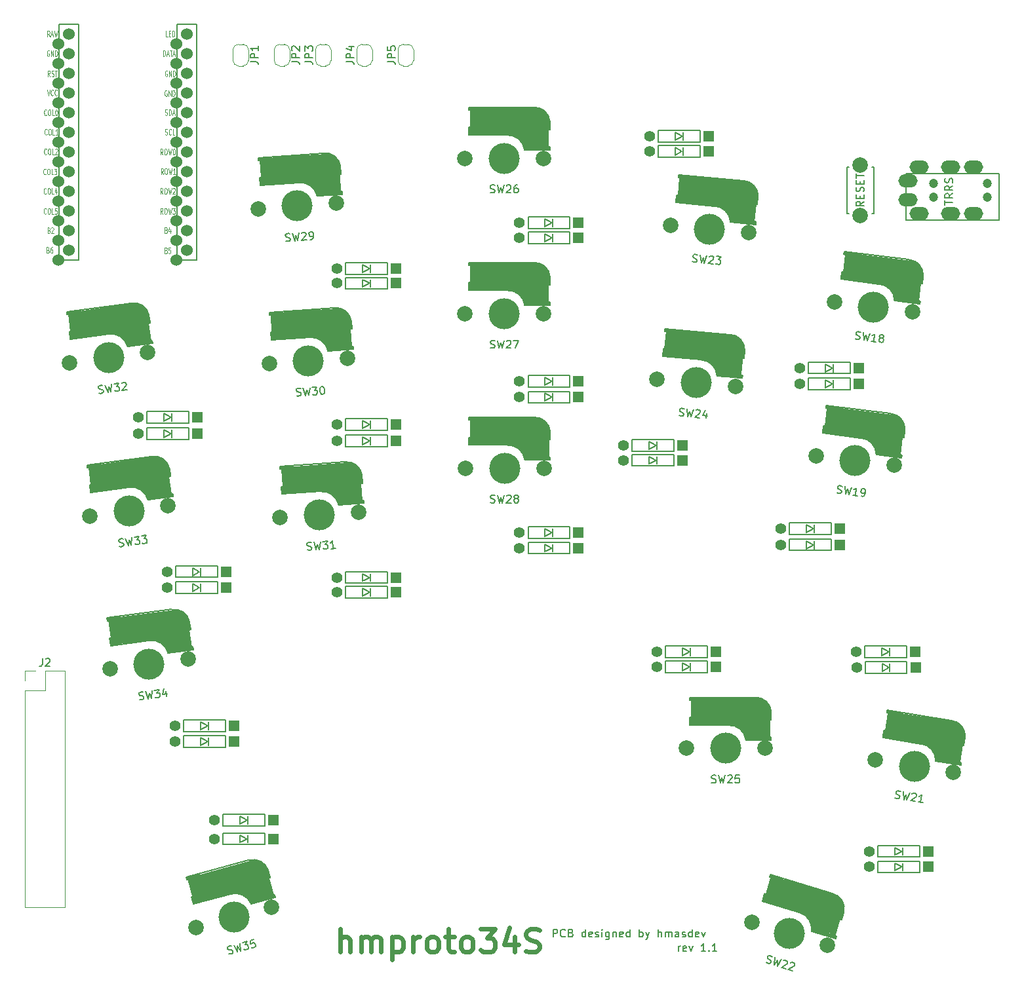
<source format=gbr>
%TF.GenerationSoftware,KiCad,Pcbnew,7.0.7*%
%TF.CreationDate,2024-06-25T00:35:16+09:00*%
%TF.ProjectId,hmproto34,686d7072-6f74-46f3-9334-2e6b69636164,rev?*%
%TF.SameCoordinates,Original*%
%TF.FileFunction,Legend,Top*%
%TF.FilePolarity,Positive*%
%FSLAX46Y46*%
G04 Gerber Fmt 4.6, Leading zero omitted, Abs format (unit mm)*
G04 Created by KiCad (PCBNEW 7.0.7) date 2024-06-25 00:35:16*
%MOMM*%
%LPD*%
G01*
G04 APERTURE LIST*
%ADD10C,0.150000*%
%ADD11C,0.600000*%
%ADD12C,0.125000*%
%ADD13C,0.120000*%
%ADD14C,0.300000*%
%ADD15C,0.500000*%
%ADD16C,0.800000*%
%ADD17C,3.000000*%
%ADD18C,3.500000*%
%ADD19C,1.000000*%
%ADD20C,0.400000*%
%ADD21C,2.000000*%
%ADD22C,4.000000*%
%ADD23R,1.397000X1.397000*%
%ADD24C,1.397000*%
%ADD25C,1.200000*%
%ADD26O,2.500000X1.700000*%
%ADD27C,1.524000*%
G04 APERTURE END LIST*
D10*
X80231779Y-129929819D02*
X80231779Y-128929819D01*
X80231779Y-128929819D02*
X80612731Y-128929819D01*
X80612731Y-128929819D02*
X80707969Y-128977438D01*
X80707969Y-128977438D02*
X80755588Y-129025057D01*
X80755588Y-129025057D02*
X80803207Y-129120295D01*
X80803207Y-129120295D02*
X80803207Y-129263152D01*
X80803207Y-129263152D02*
X80755588Y-129358390D01*
X80755588Y-129358390D02*
X80707969Y-129406009D01*
X80707969Y-129406009D02*
X80612731Y-129453628D01*
X80612731Y-129453628D02*
X80231779Y-129453628D01*
X81803207Y-129834580D02*
X81755588Y-129882200D01*
X81755588Y-129882200D02*
X81612731Y-129929819D01*
X81612731Y-129929819D02*
X81517493Y-129929819D01*
X81517493Y-129929819D02*
X81374636Y-129882200D01*
X81374636Y-129882200D02*
X81279398Y-129786961D01*
X81279398Y-129786961D02*
X81231779Y-129691723D01*
X81231779Y-129691723D02*
X81184160Y-129501247D01*
X81184160Y-129501247D02*
X81184160Y-129358390D01*
X81184160Y-129358390D02*
X81231779Y-129167914D01*
X81231779Y-129167914D02*
X81279398Y-129072676D01*
X81279398Y-129072676D02*
X81374636Y-128977438D01*
X81374636Y-128977438D02*
X81517493Y-128929819D01*
X81517493Y-128929819D02*
X81612731Y-128929819D01*
X81612731Y-128929819D02*
X81755588Y-128977438D01*
X81755588Y-128977438D02*
X81803207Y-129025057D01*
X82565112Y-129406009D02*
X82707969Y-129453628D01*
X82707969Y-129453628D02*
X82755588Y-129501247D01*
X82755588Y-129501247D02*
X82803207Y-129596485D01*
X82803207Y-129596485D02*
X82803207Y-129739342D01*
X82803207Y-129739342D02*
X82755588Y-129834580D01*
X82755588Y-129834580D02*
X82707969Y-129882200D01*
X82707969Y-129882200D02*
X82612731Y-129929819D01*
X82612731Y-129929819D02*
X82231779Y-129929819D01*
X82231779Y-129929819D02*
X82231779Y-128929819D01*
X82231779Y-128929819D02*
X82565112Y-128929819D01*
X82565112Y-128929819D02*
X82660350Y-128977438D01*
X82660350Y-128977438D02*
X82707969Y-129025057D01*
X82707969Y-129025057D02*
X82755588Y-129120295D01*
X82755588Y-129120295D02*
X82755588Y-129215533D01*
X82755588Y-129215533D02*
X82707969Y-129310771D01*
X82707969Y-129310771D02*
X82660350Y-129358390D01*
X82660350Y-129358390D02*
X82565112Y-129406009D01*
X82565112Y-129406009D02*
X82231779Y-129406009D01*
X84422255Y-129929819D02*
X84422255Y-128929819D01*
X84422255Y-129882200D02*
X84327017Y-129929819D01*
X84327017Y-129929819D02*
X84136541Y-129929819D01*
X84136541Y-129929819D02*
X84041303Y-129882200D01*
X84041303Y-129882200D02*
X83993684Y-129834580D01*
X83993684Y-129834580D02*
X83946065Y-129739342D01*
X83946065Y-129739342D02*
X83946065Y-129453628D01*
X83946065Y-129453628D02*
X83993684Y-129358390D01*
X83993684Y-129358390D02*
X84041303Y-129310771D01*
X84041303Y-129310771D02*
X84136541Y-129263152D01*
X84136541Y-129263152D02*
X84327017Y-129263152D01*
X84327017Y-129263152D02*
X84422255Y-129310771D01*
X85279398Y-129882200D02*
X85184160Y-129929819D01*
X85184160Y-129929819D02*
X84993684Y-129929819D01*
X84993684Y-129929819D02*
X84898446Y-129882200D01*
X84898446Y-129882200D02*
X84850827Y-129786961D01*
X84850827Y-129786961D02*
X84850827Y-129406009D01*
X84850827Y-129406009D02*
X84898446Y-129310771D01*
X84898446Y-129310771D02*
X84993684Y-129263152D01*
X84993684Y-129263152D02*
X85184160Y-129263152D01*
X85184160Y-129263152D02*
X85279398Y-129310771D01*
X85279398Y-129310771D02*
X85327017Y-129406009D01*
X85327017Y-129406009D02*
X85327017Y-129501247D01*
X85327017Y-129501247D02*
X84850827Y-129596485D01*
X85707970Y-129882200D02*
X85803208Y-129929819D01*
X85803208Y-129929819D02*
X85993684Y-129929819D01*
X85993684Y-129929819D02*
X86088922Y-129882200D01*
X86088922Y-129882200D02*
X86136541Y-129786961D01*
X86136541Y-129786961D02*
X86136541Y-129739342D01*
X86136541Y-129739342D02*
X86088922Y-129644104D01*
X86088922Y-129644104D02*
X85993684Y-129596485D01*
X85993684Y-129596485D02*
X85850827Y-129596485D01*
X85850827Y-129596485D02*
X85755589Y-129548866D01*
X85755589Y-129548866D02*
X85707970Y-129453628D01*
X85707970Y-129453628D02*
X85707970Y-129406009D01*
X85707970Y-129406009D02*
X85755589Y-129310771D01*
X85755589Y-129310771D02*
X85850827Y-129263152D01*
X85850827Y-129263152D02*
X85993684Y-129263152D01*
X85993684Y-129263152D02*
X86088922Y-129310771D01*
X86565113Y-129929819D02*
X86565113Y-129263152D01*
X86565113Y-128929819D02*
X86517494Y-128977438D01*
X86517494Y-128977438D02*
X86565113Y-129025057D01*
X86565113Y-129025057D02*
X86612732Y-128977438D01*
X86612732Y-128977438D02*
X86565113Y-128929819D01*
X86565113Y-128929819D02*
X86565113Y-129025057D01*
X87469874Y-129263152D02*
X87469874Y-130072676D01*
X87469874Y-130072676D02*
X87422255Y-130167914D01*
X87422255Y-130167914D02*
X87374636Y-130215533D01*
X87374636Y-130215533D02*
X87279398Y-130263152D01*
X87279398Y-130263152D02*
X87136541Y-130263152D01*
X87136541Y-130263152D02*
X87041303Y-130215533D01*
X87469874Y-129882200D02*
X87374636Y-129929819D01*
X87374636Y-129929819D02*
X87184160Y-129929819D01*
X87184160Y-129929819D02*
X87088922Y-129882200D01*
X87088922Y-129882200D02*
X87041303Y-129834580D01*
X87041303Y-129834580D02*
X86993684Y-129739342D01*
X86993684Y-129739342D02*
X86993684Y-129453628D01*
X86993684Y-129453628D02*
X87041303Y-129358390D01*
X87041303Y-129358390D02*
X87088922Y-129310771D01*
X87088922Y-129310771D02*
X87184160Y-129263152D01*
X87184160Y-129263152D02*
X87374636Y-129263152D01*
X87374636Y-129263152D02*
X87469874Y-129310771D01*
X87946065Y-129263152D02*
X87946065Y-129929819D01*
X87946065Y-129358390D02*
X87993684Y-129310771D01*
X87993684Y-129310771D02*
X88088922Y-129263152D01*
X88088922Y-129263152D02*
X88231779Y-129263152D01*
X88231779Y-129263152D02*
X88327017Y-129310771D01*
X88327017Y-129310771D02*
X88374636Y-129406009D01*
X88374636Y-129406009D02*
X88374636Y-129929819D01*
X89231779Y-129882200D02*
X89136541Y-129929819D01*
X89136541Y-129929819D02*
X88946065Y-129929819D01*
X88946065Y-129929819D02*
X88850827Y-129882200D01*
X88850827Y-129882200D02*
X88803208Y-129786961D01*
X88803208Y-129786961D02*
X88803208Y-129406009D01*
X88803208Y-129406009D02*
X88850827Y-129310771D01*
X88850827Y-129310771D02*
X88946065Y-129263152D01*
X88946065Y-129263152D02*
X89136541Y-129263152D01*
X89136541Y-129263152D02*
X89231779Y-129310771D01*
X89231779Y-129310771D02*
X89279398Y-129406009D01*
X89279398Y-129406009D02*
X89279398Y-129501247D01*
X89279398Y-129501247D02*
X88803208Y-129596485D01*
X90136541Y-129929819D02*
X90136541Y-128929819D01*
X90136541Y-129882200D02*
X90041303Y-129929819D01*
X90041303Y-129929819D02*
X89850827Y-129929819D01*
X89850827Y-129929819D02*
X89755589Y-129882200D01*
X89755589Y-129882200D02*
X89707970Y-129834580D01*
X89707970Y-129834580D02*
X89660351Y-129739342D01*
X89660351Y-129739342D02*
X89660351Y-129453628D01*
X89660351Y-129453628D02*
X89707970Y-129358390D01*
X89707970Y-129358390D02*
X89755589Y-129310771D01*
X89755589Y-129310771D02*
X89850827Y-129263152D01*
X89850827Y-129263152D02*
X90041303Y-129263152D01*
X90041303Y-129263152D02*
X90136541Y-129310771D01*
X91374637Y-129929819D02*
X91374637Y-128929819D01*
X91374637Y-129310771D02*
X91469875Y-129263152D01*
X91469875Y-129263152D02*
X91660351Y-129263152D01*
X91660351Y-129263152D02*
X91755589Y-129310771D01*
X91755589Y-129310771D02*
X91803208Y-129358390D01*
X91803208Y-129358390D02*
X91850827Y-129453628D01*
X91850827Y-129453628D02*
X91850827Y-129739342D01*
X91850827Y-129739342D02*
X91803208Y-129834580D01*
X91803208Y-129834580D02*
X91755589Y-129882200D01*
X91755589Y-129882200D02*
X91660351Y-129929819D01*
X91660351Y-129929819D02*
X91469875Y-129929819D01*
X91469875Y-129929819D02*
X91374637Y-129882200D01*
X92184161Y-129263152D02*
X92422256Y-129929819D01*
X92660351Y-129263152D02*
X92422256Y-129929819D01*
X92422256Y-129929819D02*
X92327018Y-130167914D01*
X92327018Y-130167914D02*
X92279399Y-130215533D01*
X92279399Y-130215533D02*
X92184161Y-130263152D01*
X93803209Y-129929819D02*
X93803209Y-128929819D01*
X94231780Y-129929819D02*
X94231780Y-129406009D01*
X94231780Y-129406009D02*
X94184161Y-129310771D01*
X94184161Y-129310771D02*
X94088923Y-129263152D01*
X94088923Y-129263152D02*
X93946066Y-129263152D01*
X93946066Y-129263152D02*
X93850828Y-129310771D01*
X93850828Y-129310771D02*
X93803209Y-129358390D01*
X94707971Y-129929819D02*
X94707971Y-129263152D01*
X94707971Y-129358390D02*
X94755590Y-129310771D01*
X94755590Y-129310771D02*
X94850828Y-129263152D01*
X94850828Y-129263152D02*
X94993685Y-129263152D01*
X94993685Y-129263152D02*
X95088923Y-129310771D01*
X95088923Y-129310771D02*
X95136542Y-129406009D01*
X95136542Y-129406009D02*
X95136542Y-129929819D01*
X95136542Y-129406009D02*
X95184161Y-129310771D01*
X95184161Y-129310771D02*
X95279399Y-129263152D01*
X95279399Y-129263152D02*
X95422256Y-129263152D01*
X95422256Y-129263152D02*
X95517495Y-129310771D01*
X95517495Y-129310771D02*
X95565114Y-129406009D01*
X95565114Y-129406009D02*
X95565114Y-129929819D01*
X96469875Y-129929819D02*
X96469875Y-129406009D01*
X96469875Y-129406009D02*
X96422256Y-129310771D01*
X96422256Y-129310771D02*
X96327018Y-129263152D01*
X96327018Y-129263152D02*
X96136542Y-129263152D01*
X96136542Y-129263152D02*
X96041304Y-129310771D01*
X96469875Y-129882200D02*
X96374637Y-129929819D01*
X96374637Y-129929819D02*
X96136542Y-129929819D01*
X96136542Y-129929819D02*
X96041304Y-129882200D01*
X96041304Y-129882200D02*
X95993685Y-129786961D01*
X95993685Y-129786961D02*
X95993685Y-129691723D01*
X95993685Y-129691723D02*
X96041304Y-129596485D01*
X96041304Y-129596485D02*
X96136542Y-129548866D01*
X96136542Y-129548866D02*
X96374637Y-129548866D01*
X96374637Y-129548866D02*
X96469875Y-129501247D01*
X96898447Y-129882200D02*
X96993685Y-129929819D01*
X96993685Y-129929819D02*
X97184161Y-129929819D01*
X97184161Y-129929819D02*
X97279399Y-129882200D01*
X97279399Y-129882200D02*
X97327018Y-129786961D01*
X97327018Y-129786961D02*
X97327018Y-129739342D01*
X97327018Y-129739342D02*
X97279399Y-129644104D01*
X97279399Y-129644104D02*
X97184161Y-129596485D01*
X97184161Y-129596485D02*
X97041304Y-129596485D01*
X97041304Y-129596485D02*
X96946066Y-129548866D01*
X96946066Y-129548866D02*
X96898447Y-129453628D01*
X96898447Y-129453628D02*
X96898447Y-129406009D01*
X96898447Y-129406009D02*
X96946066Y-129310771D01*
X96946066Y-129310771D02*
X97041304Y-129263152D01*
X97041304Y-129263152D02*
X97184161Y-129263152D01*
X97184161Y-129263152D02*
X97279399Y-129310771D01*
X98184161Y-129929819D02*
X98184161Y-128929819D01*
X98184161Y-129882200D02*
X98088923Y-129929819D01*
X98088923Y-129929819D02*
X97898447Y-129929819D01*
X97898447Y-129929819D02*
X97803209Y-129882200D01*
X97803209Y-129882200D02*
X97755590Y-129834580D01*
X97755590Y-129834580D02*
X97707971Y-129739342D01*
X97707971Y-129739342D02*
X97707971Y-129453628D01*
X97707971Y-129453628D02*
X97755590Y-129358390D01*
X97755590Y-129358390D02*
X97803209Y-129310771D01*
X97803209Y-129310771D02*
X97898447Y-129263152D01*
X97898447Y-129263152D02*
X98088923Y-129263152D01*
X98088923Y-129263152D02*
X98184161Y-129310771D01*
X99041304Y-129882200D02*
X98946066Y-129929819D01*
X98946066Y-129929819D02*
X98755590Y-129929819D01*
X98755590Y-129929819D02*
X98660352Y-129882200D01*
X98660352Y-129882200D02*
X98612733Y-129786961D01*
X98612733Y-129786961D02*
X98612733Y-129406009D01*
X98612733Y-129406009D02*
X98660352Y-129310771D01*
X98660352Y-129310771D02*
X98755590Y-129263152D01*
X98755590Y-129263152D02*
X98946066Y-129263152D01*
X98946066Y-129263152D02*
X99041304Y-129310771D01*
X99041304Y-129310771D02*
X99088923Y-129406009D01*
X99088923Y-129406009D02*
X99088923Y-129501247D01*
X99088923Y-129501247D02*
X98612733Y-129596485D01*
X99422257Y-129263152D02*
X99660352Y-129929819D01*
X99660352Y-129929819D02*
X99898447Y-129263152D01*
X96411779Y-131769819D02*
X96411779Y-131103152D01*
X96411779Y-131293628D02*
X96459398Y-131198390D01*
X96459398Y-131198390D02*
X96507017Y-131150771D01*
X96507017Y-131150771D02*
X96602255Y-131103152D01*
X96602255Y-131103152D02*
X96697493Y-131103152D01*
X97411779Y-131722200D02*
X97316541Y-131769819D01*
X97316541Y-131769819D02*
X97126065Y-131769819D01*
X97126065Y-131769819D02*
X97030827Y-131722200D01*
X97030827Y-131722200D02*
X96983208Y-131626961D01*
X96983208Y-131626961D02*
X96983208Y-131246009D01*
X96983208Y-131246009D02*
X97030827Y-131150771D01*
X97030827Y-131150771D02*
X97126065Y-131103152D01*
X97126065Y-131103152D02*
X97316541Y-131103152D01*
X97316541Y-131103152D02*
X97411779Y-131150771D01*
X97411779Y-131150771D02*
X97459398Y-131246009D01*
X97459398Y-131246009D02*
X97459398Y-131341247D01*
X97459398Y-131341247D02*
X96983208Y-131436485D01*
X97792732Y-131103152D02*
X98030827Y-131769819D01*
X98030827Y-131769819D02*
X98268922Y-131103152D01*
X99935589Y-131769819D02*
X99364161Y-131769819D01*
X99649875Y-131769819D02*
X99649875Y-130769819D01*
X99649875Y-130769819D02*
X99554637Y-130912676D01*
X99554637Y-130912676D02*
X99459399Y-131007914D01*
X99459399Y-131007914D02*
X99364161Y-131055533D01*
X100364161Y-131674580D02*
X100411780Y-131722200D01*
X100411780Y-131722200D02*
X100364161Y-131769819D01*
X100364161Y-131769819D02*
X100316542Y-131722200D01*
X100316542Y-131722200D02*
X100364161Y-131674580D01*
X100364161Y-131674580D02*
X100364161Y-131769819D01*
X101364160Y-131769819D02*
X100792732Y-131769819D01*
X101078446Y-131769819D02*
X101078446Y-130769819D01*
X101078446Y-130769819D02*
X100983208Y-130912676D01*
X100983208Y-130912676D02*
X100887970Y-131007914D01*
X100887970Y-131007914D02*
X100792732Y-131055533D01*
D11*
X52734021Y-131881657D02*
X52734021Y-128881657D01*
X54019736Y-131881657D02*
X54019736Y-130310228D01*
X54019736Y-130310228D02*
X53876878Y-130024514D01*
X53876878Y-130024514D02*
X53591164Y-129881657D01*
X53591164Y-129881657D02*
X53162593Y-129881657D01*
X53162593Y-129881657D02*
X52876878Y-130024514D01*
X52876878Y-130024514D02*
X52734021Y-130167371D01*
X55448307Y-131881657D02*
X55448307Y-129881657D01*
X55448307Y-130167371D02*
X55591164Y-130024514D01*
X55591164Y-130024514D02*
X55876879Y-129881657D01*
X55876879Y-129881657D02*
X56305450Y-129881657D01*
X56305450Y-129881657D02*
X56591164Y-130024514D01*
X56591164Y-130024514D02*
X56734022Y-130310228D01*
X56734022Y-130310228D02*
X56734022Y-131881657D01*
X56734022Y-130310228D02*
X56876879Y-130024514D01*
X56876879Y-130024514D02*
X57162593Y-129881657D01*
X57162593Y-129881657D02*
X57591164Y-129881657D01*
X57591164Y-129881657D02*
X57876879Y-130024514D01*
X57876879Y-130024514D02*
X58019736Y-130310228D01*
X58019736Y-130310228D02*
X58019736Y-131881657D01*
X59448307Y-129881657D02*
X59448307Y-132881657D01*
X59448307Y-130024514D02*
X59734022Y-129881657D01*
X59734022Y-129881657D02*
X60305450Y-129881657D01*
X60305450Y-129881657D02*
X60591164Y-130024514D01*
X60591164Y-130024514D02*
X60734022Y-130167371D01*
X60734022Y-130167371D02*
X60876879Y-130453085D01*
X60876879Y-130453085D02*
X60876879Y-131310228D01*
X60876879Y-131310228D02*
X60734022Y-131595942D01*
X60734022Y-131595942D02*
X60591164Y-131738800D01*
X60591164Y-131738800D02*
X60305450Y-131881657D01*
X60305450Y-131881657D02*
X59734022Y-131881657D01*
X59734022Y-131881657D02*
X59448307Y-131738800D01*
X62162593Y-131881657D02*
X62162593Y-129881657D01*
X62162593Y-130453085D02*
X62305450Y-130167371D01*
X62305450Y-130167371D02*
X62448308Y-130024514D01*
X62448308Y-130024514D02*
X62734022Y-129881657D01*
X62734022Y-129881657D02*
X63019736Y-129881657D01*
X64448308Y-131881657D02*
X64162593Y-131738800D01*
X64162593Y-131738800D02*
X64019736Y-131595942D01*
X64019736Y-131595942D02*
X63876879Y-131310228D01*
X63876879Y-131310228D02*
X63876879Y-130453085D01*
X63876879Y-130453085D02*
X64019736Y-130167371D01*
X64019736Y-130167371D02*
X64162593Y-130024514D01*
X64162593Y-130024514D02*
X64448308Y-129881657D01*
X64448308Y-129881657D02*
X64876879Y-129881657D01*
X64876879Y-129881657D02*
X65162593Y-130024514D01*
X65162593Y-130024514D02*
X65305451Y-130167371D01*
X65305451Y-130167371D02*
X65448308Y-130453085D01*
X65448308Y-130453085D02*
X65448308Y-131310228D01*
X65448308Y-131310228D02*
X65305451Y-131595942D01*
X65305451Y-131595942D02*
X65162593Y-131738800D01*
X65162593Y-131738800D02*
X64876879Y-131881657D01*
X64876879Y-131881657D02*
X64448308Y-131881657D01*
X66305451Y-129881657D02*
X67448308Y-129881657D01*
X66734022Y-128881657D02*
X66734022Y-131453085D01*
X66734022Y-131453085D02*
X66876879Y-131738800D01*
X66876879Y-131738800D02*
X67162594Y-131881657D01*
X67162594Y-131881657D02*
X67448308Y-131881657D01*
X68876880Y-131881657D02*
X68591165Y-131738800D01*
X68591165Y-131738800D02*
X68448308Y-131595942D01*
X68448308Y-131595942D02*
X68305451Y-131310228D01*
X68305451Y-131310228D02*
X68305451Y-130453085D01*
X68305451Y-130453085D02*
X68448308Y-130167371D01*
X68448308Y-130167371D02*
X68591165Y-130024514D01*
X68591165Y-130024514D02*
X68876880Y-129881657D01*
X68876880Y-129881657D02*
X69305451Y-129881657D01*
X69305451Y-129881657D02*
X69591165Y-130024514D01*
X69591165Y-130024514D02*
X69734023Y-130167371D01*
X69734023Y-130167371D02*
X69876880Y-130453085D01*
X69876880Y-130453085D02*
X69876880Y-131310228D01*
X69876880Y-131310228D02*
X69734023Y-131595942D01*
X69734023Y-131595942D02*
X69591165Y-131738800D01*
X69591165Y-131738800D02*
X69305451Y-131881657D01*
X69305451Y-131881657D02*
X68876880Y-131881657D01*
X70876880Y-128881657D02*
X72734023Y-128881657D01*
X72734023Y-128881657D02*
X71734023Y-130024514D01*
X71734023Y-130024514D02*
X72162594Y-130024514D01*
X72162594Y-130024514D02*
X72448309Y-130167371D01*
X72448309Y-130167371D02*
X72591166Y-130310228D01*
X72591166Y-130310228D02*
X72734023Y-130595942D01*
X72734023Y-130595942D02*
X72734023Y-131310228D01*
X72734023Y-131310228D02*
X72591166Y-131595942D01*
X72591166Y-131595942D02*
X72448309Y-131738800D01*
X72448309Y-131738800D02*
X72162594Y-131881657D01*
X72162594Y-131881657D02*
X71305451Y-131881657D01*
X71305451Y-131881657D02*
X71019737Y-131738800D01*
X71019737Y-131738800D02*
X70876880Y-131595942D01*
X75305452Y-129881657D02*
X75305452Y-131881657D01*
X74591166Y-128738800D02*
X73876880Y-130881657D01*
X73876880Y-130881657D02*
X75734023Y-130881657D01*
X76734023Y-131738800D02*
X77162595Y-131881657D01*
X77162595Y-131881657D02*
X77876880Y-131881657D01*
X77876880Y-131881657D02*
X78162595Y-131738800D01*
X78162595Y-131738800D02*
X78305452Y-131595942D01*
X78305452Y-131595942D02*
X78448309Y-131310228D01*
X78448309Y-131310228D02*
X78448309Y-131024514D01*
X78448309Y-131024514D02*
X78305452Y-130738800D01*
X78305452Y-130738800D02*
X78162595Y-130595942D01*
X78162595Y-130595942D02*
X77876880Y-130453085D01*
X77876880Y-130453085D02*
X77305452Y-130310228D01*
X77305452Y-130310228D02*
X77019737Y-130167371D01*
X77019737Y-130167371D02*
X76876880Y-130024514D01*
X76876880Y-130024514D02*
X76734023Y-129738800D01*
X76734023Y-129738800D02*
X76734023Y-129453085D01*
X76734023Y-129453085D02*
X76876880Y-129167371D01*
X76876880Y-129167371D02*
X77019737Y-129024514D01*
X77019737Y-129024514D02*
X77305452Y-128881657D01*
X77305452Y-128881657D02*
X78019737Y-128881657D01*
X78019737Y-128881657D02*
X78448309Y-129024514D01*
D10*
X120364819Y-34867381D02*
X119888628Y-35200714D01*
X120364819Y-35438809D02*
X119364819Y-35438809D01*
X119364819Y-35438809D02*
X119364819Y-35057857D01*
X119364819Y-35057857D02*
X119412438Y-34962619D01*
X119412438Y-34962619D02*
X119460057Y-34915000D01*
X119460057Y-34915000D02*
X119555295Y-34867381D01*
X119555295Y-34867381D02*
X119698152Y-34867381D01*
X119698152Y-34867381D02*
X119793390Y-34915000D01*
X119793390Y-34915000D02*
X119841009Y-34962619D01*
X119841009Y-34962619D02*
X119888628Y-35057857D01*
X119888628Y-35057857D02*
X119888628Y-35438809D01*
X119841009Y-34438809D02*
X119841009Y-34105476D01*
X120364819Y-33962619D02*
X120364819Y-34438809D01*
X120364819Y-34438809D02*
X119364819Y-34438809D01*
X119364819Y-34438809D02*
X119364819Y-33962619D01*
X120317200Y-33581666D02*
X120364819Y-33438809D01*
X120364819Y-33438809D02*
X120364819Y-33200714D01*
X120364819Y-33200714D02*
X120317200Y-33105476D01*
X120317200Y-33105476D02*
X120269580Y-33057857D01*
X120269580Y-33057857D02*
X120174342Y-33010238D01*
X120174342Y-33010238D02*
X120079104Y-33010238D01*
X120079104Y-33010238D02*
X119983866Y-33057857D01*
X119983866Y-33057857D02*
X119936247Y-33105476D01*
X119936247Y-33105476D02*
X119888628Y-33200714D01*
X119888628Y-33200714D02*
X119841009Y-33391190D01*
X119841009Y-33391190D02*
X119793390Y-33486428D01*
X119793390Y-33486428D02*
X119745771Y-33534047D01*
X119745771Y-33534047D02*
X119650533Y-33581666D01*
X119650533Y-33581666D02*
X119555295Y-33581666D01*
X119555295Y-33581666D02*
X119460057Y-33534047D01*
X119460057Y-33534047D02*
X119412438Y-33486428D01*
X119412438Y-33486428D02*
X119364819Y-33391190D01*
X119364819Y-33391190D02*
X119364819Y-33153095D01*
X119364819Y-33153095D02*
X119412438Y-33010238D01*
X119841009Y-32581666D02*
X119841009Y-32248333D01*
X120364819Y-32105476D02*
X120364819Y-32581666D01*
X120364819Y-32581666D02*
X119364819Y-32581666D01*
X119364819Y-32581666D02*
X119364819Y-32105476D01*
X119364819Y-31819761D02*
X119364819Y-31248333D01*
X120364819Y-31534047D02*
X119364819Y-31534047D01*
X46469819Y-16773333D02*
X47184104Y-16773333D01*
X47184104Y-16773333D02*
X47326961Y-16820952D01*
X47326961Y-16820952D02*
X47422200Y-16916190D01*
X47422200Y-16916190D02*
X47469819Y-17059047D01*
X47469819Y-17059047D02*
X47469819Y-17154285D01*
X47469819Y-16297142D02*
X46469819Y-16297142D01*
X46469819Y-16297142D02*
X46469819Y-15916190D01*
X46469819Y-15916190D02*
X46517438Y-15820952D01*
X46517438Y-15820952D02*
X46565057Y-15773333D01*
X46565057Y-15773333D02*
X46660295Y-15725714D01*
X46660295Y-15725714D02*
X46803152Y-15725714D01*
X46803152Y-15725714D02*
X46898390Y-15773333D01*
X46898390Y-15773333D02*
X46946009Y-15820952D01*
X46946009Y-15820952D02*
X46993628Y-15916190D01*
X46993628Y-15916190D02*
X46993628Y-16297142D01*
X46565057Y-15344761D02*
X46517438Y-15297142D01*
X46517438Y-15297142D02*
X46469819Y-15201904D01*
X46469819Y-15201904D02*
X46469819Y-14963809D01*
X46469819Y-14963809D02*
X46517438Y-14868571D01*
X46517438Y-14868571D02*
X46565057Y-14820952D01*
X46565057Y-14820952D02*
X46660295Y-14773333D01*
X46660295Y-14773333D02*
X46755533Y-14773333D01*
X46755533Y-14773333D02*
X46898390Y-14820952D01*
X46898390Y-14820952D02*
X47469819Y-15392380D01*
X47469819Y-15392380D02*
X47469819Y-14773333D01*
X48194819Y-16773333D02*
X48909104Y-16773333D01*
X48909104Y-16773333D02*
X49051961Y-16820952D01*
X49051961Y-16820952D02*
X49147200Y-16916190D01*
X49147200Y-16916190D02*
X49194819Y-17059047D01*
X49194819Y-17059047D02*
X49194819Y-17154285D01*
X49194819Y-16297142D02*
X48194819Y-16297142D01*
X48194819Y-16297142D02*
X48194819Y-15916190D01*
X48194819Y-15916190D02*
X48242438Y-15820952D01*
X48242438Y-15820952D02*
X48290057Y-15773333D01*
X48290057Y-15773333D02*
X48385295Y-15725714D01*
X48385295Y-15725714D02*
X48528152Y-15725714D01*
X48528152Y-15725714D02*
X48623390Y-15773333D01*
X48623390Y-15773333D02*
X48671009Y-15820952D01*
X48671009Y-15820952D02*
X48718628Y-15916190D01*
X48718628Y-15916190D02*
X48718628Y-16297142D01*
X48194819Y-15392380D02*
X48194819Y-14773333D01*
X48194819Y-14773333D02*
X48575771Y-15106666D01*
X48575771Y-15106666D02*
X48575771Y-14963809D01*
X48575771Y-14963809D02*
X48623390Y-14868571D01*
X48623390Y-14868571D02*
X48671009Y-14820952D01*
X48671009Y-14820952D02*
X48766247Y-14773333D01*
X48766247Y-14773333D02*
X49004342Y-14773333D01*
X49004342Y-14773333D02*
X49099580Y-14820952D01*
X49099580Y-14820952D02*
X49147200Y-14868571D01*
X49147200Y-14868571D02*
X49194819Y-14963809D01*
X49194819Y-14963809D02*
X49194819Y-15249523D01*
X49194819Y-15249523D02*
X49147200Y-15344761D01*
X49147200Y-15344761D02*
X49099580Y-15392380D01*
X58844819Y-16773333D02*
X59559104Y-16773333D01*
X59559104Y-16773333D02*
X59701961Y-16820952D01*
X59701961Y-16820952D02*
X59797200Y-16916190D01*
X59797200Y-16916190D02*
X59844819Y-17059047D01*
X59844819Y-17059047D02*
X59844819Y-17154285D01*
X59844819Y-16297142D02*
X58844819Y-16297142D01*
X58844819Y-16297142D02*
X58844819Y-15916190D01*
X58844819Y-15916190D02*
X58892438Y-15820952D01*
X58892438Y-15820952D02*
X58940057Y-15773333D01*
X58940057Y-15773333D02*
X59035295Y-15725714D01*
X59035295Y-15725714D02*
X59178152Y-15725714D01*
X59178152Y-15725714D02*
X59273390Y-15773333D01*
X59273390Y-15773333D02*
X59321009Y-15820952D01*
X59321009Y-15820952D02*
X59368628Y-15916190D01*
X59368628Y-15916190D02*
X59368628Y-16297142D01*
X58844819Y-14820952D02*
X58844819Y-15297142D01*
X58844819Y-15297142D02*
X59321009Y-15344761D01*
X59321009Y-15344761D02*
X59273390Y-15297142D01*
X59273390Y-15297142D02*
X59225771Y-15201904D01*
X59225771Y-15201904D02*
X59225771Y-14963809D01*
X59225771Y-14963809D02*
X59273390Y-14868571D01*
X59273390Y-14868571D02*
X59321009Y-14820952D01*
X59321009Y-14820952D02*
X59416247Y-14773333D01*
X59416247Y-14773333D02*
X59654342Y-14773333D01*
X59654342Y-14773333D02*
X59749580Y-14820952D01*
X59749580Y-14820952D02*
X59797200Y-14868571D01*
X59797200Y-14868571D02*
X59844819Y-14963809D01*
X59844819Y-14963809D02*
X59844819Y-15201904D01*
X59844819Y-15201904D02*
X59797200Y-15297142D01*
X59797200Y-15297142D02*
X59749580Y-15344761D01*
X41144819Y-16773333D02*
X41859104Y-16773333D01*
X41859104Y-16773333D02*
X42001961Y-16820952D01*
X42001961Y-16820952D02*
X42097200Y-16916190D01*
X42097200Y-16916190D02*
X42144819Y-17059047D01*
X42144819Y-17059047D02*
X42144819Y-17154285D01*
X42144819Y-16297142D02*
X41144819Y-16297142D01*
X41144819Y-16297142D02*
X41144819Y-15916190D01*
X41144819Y-15916190D02*
X41192438Y-15820952D01*
X41192438Y-15820952D02*
X41240057Y-15773333D01*
X41240057Y-15773333D02*
X41335295Y-15725714D01*
X41335295Y-15725714D02*
X41478152Y-15725714D01*
X41478152Y-15725714D02*
X41573390Y-15773333D01*
X41573390Y-15773333D02*
X41621009Y-15820952D01*
X41621009Y-15820952D02*
X41668628Y-15916190D01*
X41668628Y-15916190D02*
X41668628Y-16297142D01*
X42144819Y-14773333D02*
X42144819Y-15344761D01*
X42144819Y-15059047D02*
X41144819Y-15059047D01*
X41144819Y-15059047D02*
X41287676Y-15154285D01*
X41287676Y-15154285D02*
X41382914Y-15249523D01*
X41382914Y-15249523D02*
X41430533Y-15344761D01*
X130844819Y-35301904D02*
X130844819Y-34730476D01*
X131844819Y-35016190D02*
X130844819Y-35016190D01*
X131844819Y-33825714D02*
X131368628Y-34159047D01*
X131844819Y-34397142D02*
X130844819Y-34397142D01*
X130844819Y-34397142D02*
X130844819Y-34016190D01*
X130844819Y-34016190D02*
X130892438Y-33920952D01*
X130892438Y-33920952D02*
X130940057Y-33873333D01*
X130940057Y-33873333D02*
X131035295Y-33825714D01*
X131035295Y-33825714D02*
X131178152Y-33825714D01*
X131178152Y-33825714D02*
X131273390Y-33873333D01*
X131273390Y-33873333D02*
X131321009Y-33920952D01*
X131321009Y-33920952D02*
X131368628Y-34016190D01*
X131368628Y-34016190D02*
X131368628Y-34397142D01*
X131844819Y-32825714D02*
X131368628Y-33159047D01*
X131844819Y-33397142D02*
X130844819Y-33397142D01*
X130844819Y-33397142D02*
X130844819Y-33016190D01*
X130844819Y-33016190D02*
X130892438Y-32920952D01*
X130892438Y-32920952D02*
X130940057Y-32873333D01*
X130940057Y-32873333D02*
X131035295Y-32825714D01*
X131035295Y-32825714D02*
X131178152Y-32825714D01*
X131178152Y-32825714D02*
X131273390Y-32873333D01*
X131273390Y-32873333D02*
X131321009Y-32920952D01*
X131321009Y-32920952D02*
X131368628Y-33016190D01*
X131368628Y-33016190D02*
X131368628Y-33397142D01*
X131797200Y-32444761D02*
X131844819Y-32301904D01*
X131844819Y-32301904D02*
X131844819Y-32063809D01*
X131844819Y-32063809D02*
X131797200Y-31968571D01*
X131797200Y-31968571D02*
X131749580Y-31920952D01*
X131749580Y-31920952D02*
X131654342Y-31873333D01*
X131654342Y-31873333D02*
X131559104Y-31873333D01*
X131559104Y-31873333D02*
X131463866Y-31920952D01*
X131463866Y-31920952D02*
X131416247Y-31968571D01*
X131416247Y-31968571D02*
X131368628Y-32063809D01*
X131368628Y-32063809D02*
X131321009Y-32254285D01*
X131321009Y-32254285D02*
X131273390Y-32349523D01*
X131273390Y-32349523D02*
X131225771Y-32397142D01*
X131225771Y-32397142D02*
X131130533Y-32444761D01*
X131130533Y-32444761D02*
X131035295Y-32444761D01*
X131035295Y-32444761D02*
X130940057Y-32397142D01*
X130940057Y-32397142D02*
X130892438Y-32349523D01*
X130892438Y-32349523D02*
X130844819Y-32254285D01*
X130844819Y-32254285D02*
X130844819Y-32016190D01*
X130844819Y-32016190D02*
X130892438Y-31873333D01*
X14276666Y-93934819D02*
X14276666Y-94649104D01*
X14276666Y-94649104D02*
X14229047Y-94791961D01*
X14229047Y-94791961D02*
X14133809Y-94887200D01*
X14133809Y-94887200D02*
X13990952Y-94934819D01*
X13990952Y-94934819D02*
X13895714Y-94934819D01*
X14705238Y-94030057D02*
X14752857Y-93982438D01*
X14752857Y-93982438D02*
X14848095Y-93934819D01*
X14848095Y-93934819D02*
X15086190Y-93934819D01*
X15086190Y-93934819D02*
X15181428Y-93982438D01*
X15181428Y-93982438D02*
X15229047Y-94030057D01*
X15229047Y-94030057D02*
X15276666Y-94125295D01*
X15276666Y-94125295D02*
X15276666Y-94220533D01*
X15276666Y-94220533D02*
X15229047Y-94363390D01*
X15229047Y-94363390D02*
X14657619Y-94934819D01*
X14657619Y-94934819D02*
X15276666Y-94934819D01*
D12*
X29829047Y-36473964D02*
X29662381Y-36116821D01*
X29543333Y-36473964D02*
X29543333Y-35723964D01*
X29543333Y-35723964D02*
X29733809Y-35723964D01*
X29733809Y-35723964D02*
X29781428Y-35759678D01*
X29781428Y-35759678D02*
X29805238Y-35795392D01*
X29805238Y-35795392D02*
X29829047Y-35866821D01*
X29829047Y-35866821D02*
X29829047Y-35973964D01*
X29829047Y-35973964D02*
X29805238Y-36045392D01*
X29805238Y-36045392D02*
X29781428Y-36081107D01*
X29781428Y-36081107D02*
X29733809Y-36116821D01*
X29733809Y-36116821D02*
X29543333Y-36116821D01*
X30138571Y-35723964D02*
X30233809Y-35723964D01*
X30233809Y-35723964D02*
X30281428Y-35759678D01*
X30281428Y-35759678D02*
X30329047Y-35831107D01*
X30329047Y-35831107D02*
X30352857Y-35973964D01*
X30352857Y-35973964D02*
X30352857Y-36223964D01*
X30352857Y-36223964D02*
X30329047Y-36366821D01*
X30329047Y-36366821D02*
X30281428Y-36438250D01*
X30281428Y-36438250D02*
X30233809Y-36473964D01*
X30233809Y-36473964D02*
X30138571Y-36473964D01*
X30138571Y-36473964D02*
X30090952Y-36438250D01*
X30090952Y-36438250D02*
X30043333Y-36366821D01*
X30043333Y-36366821D02*
X30019524Y-36223964D01*
X30019524Y-36223964D02*
X30019524Y-35973964D01*
X30019524Y-35973964D02*
X30043333Y-35831107D01*
X30043333Y-35831107D02*
X30090952Y-35759678D01*
X30090952Y-35759678D02*
X30138571Y-35723964D01*
X30519524Y-35723964D02*
X30638572Y-36473964D01*
X30638572Y-36473964D02*
X30733810Y-35938250D01*
X30733810Y-35938250D02*
X30829048Y-36473964D01*
X30829048Y-36473964D02*
X30948096Y-35723964D01*
X31090953Y-35723964D02*
X31400477Y-35723964D01*
X31400477Y-35723964D02*
X31233810Y-36009678D01*
X31233810Y-36009678D02*
X31305239Y-36009678D01*
X31305239Y-36009678D02*
X31352858Y-36045392D01*
X31352858Y-36045392D02*
X31376667Y-36081107D01*
X31376667Y-36081107D02*
X31400477Y-36152535D01*
X31400477Y-36152535D02*
X31400477Y-36331107D01*
X31400477Y-36331107D02*
X31376667Y-36402535D01*
X31376667Y-36402535D02*
X31352858Y-36438250D01*
X31352858Y-36438250D02*
X31305239Y-36473964D01*
X31305239Y-36473964D02*
X31162382Y-36473964D01*
X31162382Y-36473964D02*
X31114763Y-36438250D01*
X31114763Y-36438250D02*
X31090953Y-36402535D01*
X14812380Y-28719035D02*
X14788571Y-28754750D01*
X14788571Y-28754750D02*
X14717142Y-28790464D01*
X14717142Y-28790464D02*
X14669523Y-28790464D01*
X14669523Y-28790464D02*
X14598095Y-28754750D01*
X14598095Y-28754750D02*
X14550476Y-28683321D01*
X14550476Y-28683321D02*
X14526666Y-28611892D01*
X14526666Y-28611892D02*
X14502857Y-28469035D01*
X14502857Y-28469035D02*
X14502857Y-28361892D01*
X14502857Y-28361892D02*
X14526666Y-28219035D01*
X14526666Y-28219035D02*
X14550476Y-28147607D01*
X14550476Y-28147607D02*
X14598095Y-28076178D01*
X14598095Y-28076178D02*
X14669523Y-28040464D01*
X14669523Y-28040464D02*
X14717142Y-28040464D01*
X14717142Y-28040464D02*
X14788571Y-28076178D01*
X14788571Y-28076178D02*
X14812380Y-28111892D01*
X15121904Y-28040464D02*
X15217142Y-28040464D01*
X15217142Y-28040464D02*
X15264761Y-28076178D01*
X15264761Y-28076178D02*
X15312380Y-28147607D01*
X15312380Y-28147607D02*
X15336190Y-28290464D01*
X15336190Y-28290464D02*
X15336190Y-28540464D01*
X15336190Y-28540464D02*
X15312380Y-28683321D01*
X15312380Y-28683321D02*
X15264761Y-28754750D01*
X15264761Y-28754750D02*
X15217142Y-28790464D01*
X15217142Y-28790464D02*
X15121904Y-28790464D01*
X15121904Y-28790464D02*
X15074285Y-28754750D01*
X15074285Y-28754750D02*
X15026666Y-28683321D01*
X15026666Y-28683321D02*
X15002857Y-28540464D01*
X15002857Y-28540464D02*
X15002857Y-28290464D01*
X15002857Y-28290464D02*
X15026666Y-28147607D01*
X15026666Y-28147607D02*
X15074285Y-28076178D01*
X15074285Y-28076178D02*
X15121904Y-28040464D01*
X15788571Y-28790464D02*
X15550476Y-28790464D01*
X15550476Y-28790464D02*
X15550476Y-28040464D01*
X15931429Y-28111892D02*
X15955238Y-28076178D01*
X15955238Y-28076178D02*
X16002857Y-28040464D01*
X16002857Y-28040464D02*
X16121905Y-28040464D01*
X16121905Y-28040464D02*
X16169524Y-28076178D01*
X16169524Y-28076178D02*
X16193333Y-28111892D01*
X16193333Y-28111892D02*
X16217143Y-28183321D01*
X16217143Y-28183321D02*
X16217143Y-28254750D01*
X16217143Y-28254750D02*
X16193333Y-28361892D01*
X16193333Y-28361892D02*
X15907619Y-28790464D01*
X15907619Y-28790464D02*
X16217143Y-28790464D01*
X30257619Y-41161107D02*
X30329047Y-41196821D01*
X30329047Y-41196821D02*
X30352857Y-41232535D01*
X30352857Y-41232535D02*
X30376666Y-41303964D01*
X30376666Y-41303964D02*
X30376666Y-41411107D01*
X30376666Y-41411107D02*
X30352857Y-41482535D01*
X30352857Y-41482535D02*
X30329047Y-41518250D01*
X30329047Y-41518250D02*
X30281428Y-41553964D01*
X30281428Y-41553964D02*
X30090952Y-41553964D01*
X30090952Y-41553964D02*
X30090952Y-40803964D01*
X30090952Y-40803964D02*
X30257619Y-40803964D01*
X30257619Y-40803964D02*
X30305238Y-40839678D01*
X30305238Y-40839678D02*
X30329047Y-40875392D01*
X30329047Y-40875392D02*
X30352857Y-40946821D01*
X30352857Y-40946821D02*
X30352857Y-41018250D01*
X30352857Y-41018250D02*
X30329047Y-41089678D01*
X30329047Y-41089678D02*
X30305238Y-41125392D01*
X30305238Y-41125392D02*
X30257619Y-41161107D01*
X30257619Y-41161107D02*
X30090952Y-41161107D01*
X30829047Y-40803964D02*
X30590952Y-40803964D01*
X30590952Y-40803964D02*
X30567143Y-41161107D01*
X30567143Y-41161107D02*
X30590952Y-41125392D01*
X30590952Y-41125392D02*
X30638571Y-41089678D01*
X30638571Y-41089678D02*
X30757619Y-41089678D01*
X30757619Y-41089678D02*
X30805238Y-41125392D01*
X30805238Y-41125392D02*
X30829047Y-41161107D01*
X30829047Y-41161107D02*
X30852857Y-41232535D01*
X30852857Y-41232535D02*
X30852857Y-41411107D01*
X30852857Y-41411107D02*
X30829047Y-41482535D01*
X30829047Y-41482535D02*
X30805238Y-41518250D01*
X30805238Y-41518250D02*
X30757619Y-41553964D01*
X30757619Y-41553964D02*
X30638571Y-41553964D01*
X30638571Y-41553964D02*
X30590952Y-41518250D01*
X30590952Y-41518250D02*
X30567143Y-41482535D01*
X30113858Y-23674750D02*
X30185286Y-23710464D01*
X30185286Y-23710464D02*
X30304334Y-23710464D01*
X30304334Y-23710464D02*
X30351953Y-23674750D01*
X30351953Y-23674750D02*
X30375762Y-23639035D01*
X30375762Y-23639035D02*
X30399572Y-23567607D01*
X30399572Y-23567607D02*
X30399572Y-23496178D01*
X30399572Y-23496178D02*
X30375762Y-23424750D01*
X30375762Y-23424750D02*
X30351953Y-23389035D01*
X30351953Y-23389035D02*
X30304334Y-23353321D01*
X30304334Y-23353321D02*
X30209096Y-23317607D01*
X30209096Y-23317607D02*
X30161477Y-23281892D01*
X30161477Y-23281892D02*
X30137667Y-23246178D01*
X30137667Y-23246178D02*
X30113858Y-23174750D01*
X30113858Y-23174750D02*
X30113858Y-23103321D01*
X30113858Y-23103321D02*
X30137667Y-23031892D01*
X30137667Y-23031892D02*
X30161477Y-22996178D01*
X30161477Y-22996178D02*
X30209096Y-22960464D01*
X30209096Y-22960464D02*
X30328143Y-22960464D01*
X30328143Y-22960464D02*
X30399572Y-22996178D01*
X30613857Y-23710464D02*
X30613857Y-22960464D01*
X30613857Y-22960464D02*
X30732905Y-22960464D01*
X30732905Y-22960464D02*
X30804333Y-22996178D01*
X30804333Y-22996178D02*
X30851952Y-23067607D01*
X30851952Y-23067607D02*
X30875762Y-23139035D01*
X30875762Y-23139035D02*
X30899571Y-23281892D01*
X30899571Y-23281892D02*
X30899571Y-23389035D01*
X30899571Y-23389035D02*
X30875762Y-23531892D01*
X30875762Y-23531892D02*
X30851952Y-23603321D01*
X30851952Y-23603321D02*
X30804333Y-23674750D01*
X30804333Y-23674750D02*
X30732905Y-23710464D01*
X30732905Y-23710464D02*
X30613857Y-23710464D01*
X31090048Y-23496178D02*
X31328143Y-23496178D01*
X31042429Y-23710464D02*
X31209095Y-22960464D01*
X31209095Y-22960464D02*
X31375762Y-23710464D01*
X14712380Y-31307035D02*
X14688571Y-31342750D01*
X14688571Y-31342750D02*
X14617142Y-31378464D01*
X14617142Y-31378464D02*
X14569523Y-31378464D01*
X14569523Y-31378464D02*
X14498095Y-31342750D01*
X14498095Y-31342750D02*
X14450476Y-31271321D01*
X14450476Y-31271321D02*
X14426666Y-31199892D01*
X14426666Y-31199892D02*
X14402857Y-31057035D01*
X14402857Y-31057035D02*
X14402857Y-30949892D01*
X14402857Y-30949892D02*
X14426666Y-30807035D01*
X14426666Y-30807035D02*
X14450476Y-30735607D01*
X14450476Y-30735607D02*
X14498095Y-30664178D01*
X14498095Y-30664178D02*
X14569523Y-30628464D01*
X14569523Y-30628464D02*
X14617142Y-30628464D01*
X14617142Y-30628464D02*
X14688571Y-30664178D01*
X14688571Y-30664178D02*
X14712380Y-30699892D01*
X15021904Y-30628464D02*
X15117142Y-30628464D01*
X15117142Y-30628464D02*
X15164761Y-30664178D01*
X15164761Y-30664178D02*
X15212380Y-30735607D01*
X15212380Y-30735607D02*
X15236190Y-30878464D01*
X15236190Y-30878464D02*
X15236190Y-31128464D01*
X15236190Y-31128464D02*
X15212380Y-31271321D01*
X15212380Y-31271321D02*
X15164761Y-31342750D01*
X15164761Y-31342750D02*
X15117142Y-31378464D01*
X15117142Y-31378464D02*
X15021904Y-31378464D01*
X15021904Y-31378464D02*
X14974285Y-31342750D01*
X14974285Y-31342750D02*
X14926666Y-31271321D01*
X14926666Y-31271321D02*
X14902857Y-31128464D01*
X14902857Y-31128464D02*
X14902857Y-30878464D01*
X14902857Y-30878464D02*
X14926666Y-30735607D01*
X14926666Y-30735607D02*
X14974285Y-30664178D01*
X14974285Y-30664178D02*
X15021904Y-30628464D01*
X15688571Y-31378464D02*
X15450476Y-31378464D01*
X15450476Y-31378464D02*
X15450476Y-30628464D01*
X15807619Y-30628464D02*
X16117143Y-30628464D01*
X16117143Y-30628464D02*
X15950476Y-30914178D01*
X15950476Y-30914178D02*
X16021905Y-30914178D01*
X16021905Y-30914178D02*
X16069524Y-30949892D01*
X16069524Y-30949892D02*
X16093333Y-30985607D01*
X16093333Y-30985607D02*
X16117143Y-31057035D01*
X16117143Y-31057035D02*
X16117143Y-31235607D01*
X16117143Y-31235607D02*
X16093333Y-31307035D01*
X16093333Y-31307035D02*
X16069524Y-31342750D01*
X16069524Y-31342750D02*
X16021905Y-31378464D01*
X16021905Y-31378464D02*
X15879048Y-31378464D01*
X15879048Y-31378464D02*
X15831429Y-31342750D01*
X15831429Y-31342750D02*
X15807619Y-31307035D01*
X29879047Y-31330464D02*
X29712381Y-30973321D01*
X29593333Y-31330464D02*
X29593333Y-30580464D01*
X29593333Y-30580464D02*
X29783809Y-30580464D01*
X29783809Y-30580464D02*
X29831428Y-30616178D01*
X29831428Y-30616178D02*
X29855238Y-30651892D01*
X29855238Y-30651892D02*
X29879047Y-30723321D01*
X29879047Y-30723321D02*
X29879047Y-30830464D01*
X29879047Y-30830464D02*
X29855238Y-30901892D01*
X29855238Y-30901892D02*
X29831428Y-30937607D01*
X29831428Y-30937607D02*
X29783809Y-30973321D01*
X29783809Y-30973321D02*
X29593333Y-30973321D01*
X30188571Y-30580464D02*
X30283809Y-30580464D01*
X30283809Y-30580464D02*
X30331428Y-30616178D01*
X30331428Y-30616178D02*
X30379047Y-30687607D01*
X30379047Y-30687607D02*
X30402857Y-30830464D01*
X30402857Y-30830464D02*
X30402857Y-31080464D01*
X30402857Y-31080464D02*
X30379047Y-31223321D01*
X30379047Y-31223321D02*
X30331428Y-31294750D01*
X30331428Y-31294750D02*
X30283809Y-31330464D01*
X30283809Y-31330464D02*
X30188571Y-31330464D01*
X30188571Y-31330464D02*
X30140952Y-31294750D01*
X30140952Y-31294750D02*
X30093333Y-31223321D01*
X30093333Y-31223321D02*
X30069524Y-31080464D01*
X30069524Y-31080464D02*
X30069524Y-30830464D01*
X30069524Y-30830464D02*
X30093333Y-30687607D01*
X30093333Y-30687607D02*
X30140952Y-30616178D01*
X30140952Y-30616178D02*
X30188571Y-30580464D01*
X30569524Y-30580464D02*
X30688572Y-31330464D01*
X30688572Y-31330464D02*
X30783810Y-30794750D01*
X30783810Y-30794750D02*
X30879048Y-31330464D01*
X30879048Y-31330464D02*
X30998096Y-30580464D01*
X31450477Y-31330464D02*
X31164763Y-31330464D01*
X31307620Y-31330464D02*
X31307620Y-30580464D01*
X31307620Y-30580464D02*
X31260001Y-30687607D01*
X31260001Y-30687607D02*
X31212382Y-30759035D01*
X31212382Y-30759035D02*
X31164763Y-30794750D01*
X14862380Y-26179035D02*
X14838571Y-26214750D01*
X14838571Y-26214750D02*
X14767142Y-26250464D01*
X14767142Y-26250464D02*
X14719523Y-26250464D01*
X14719523Y-26250464D02*
X14648095Y-26214750D01*
X14648095Y-26214750D02*
X14600476Y-26143321D01*
X14600476Y-26143321D02*
X14576666Y-26071892D01*
X14576666Y-26071892D02*
X14552857Y-25929035D01*
X14552857Y-25929035D02*
X14552857Y-25821892D01*
X14552857Y-25821892D02*
X14576666Y-25679035D01*
X14576666Y-25679035D02*
X14600476Y-25607607D01*
X14600476Y-25607607D02*
X14648095Y-25536178D01*
X14648095Y-25536178D02*
X14719523Y-25500464D01*
X14719523Y-25500464D02*
X14767142Y-25500464D01*
X14767142Y-25500464D02*
X14838571Y-25536178D01*
X14838571Y-25536178D02*
X14862380Y-25571892D01*
X15171904Y-25500464D02*
X15267142Y-25500464D01*
X15267142Y-25500464D02*
X15314761Y-25536178D01*
X15314761Y-25536178D02*
X15362380Y-25607607D01*
X15362380Y-25607607D02*
X15386190Y-25750464D01*
X15386190Y-25750464D02*
X15386190Y-26000464D01*
X15386190Y-26000464D02*
X15362380Y-26143321D01*
X15362380Y-26143321D02*
X15314761Y-26214750D01*
X15314761Y-26214750D02*
X15267142Y-26250464D01*
X15267142Y-26250464D02*
X15171904Y-26250464D01*
X15171904Y-26250464D02*
X15124285Y-26214750D01*
X15124285Y-26214750D02*
X15076666Y-26143321D01*
X15076666Y-26143321D02*
X15052857Y-26000464D01*
X15052857Y-26000464D02*
X15052857Y-25750464D01*
X15052857Y-25750464D02*
X15076666Y-25607607D01*
X15076666Y-25607607D02*
X15124285Y-25536178D01*
X15124285Y-25536178D02*
X15171904Y-25500464D01*
X15838571Y-26250464D02*
X15600476Y-26250464D01*
X15600476Y-26250464D02*
X15600476Y-25500464D01*
X16267143Y-26250464D02*
X15981429Y-26250464D01*
X16124286Y-26250464D02*
X16124286Y-25500464D01*
X16124286Y-25500464D02*
X16076667Y-25607607D01*
X16076667Y-25607607D02*
X16029048Y-25679035D01*
X16029048Y-25679035D02*
X15981429Y-25714750D01*
X14812380Y-23657035D02*
X14788571Y-23692750D01*
X14788571Y-23692750D02*
X14717142Y-23728464D01*
X14717142Y-23728464D02*
X14669523Y-23728464D01*
X14669523Y-23728464D02*
X14598095Y-23692750D01*
X14598095Y-23692750D02*
X14550476Y-23621321D01*
X14550476Y-23621321D02*
X14526666Y-23549892D01*
X14526666Y-23549892D02*
X14502857Y-23407035D01*
X14502857Y-23407035D02*
X14502857Y-23299892D01*
X14502857Y-23299892D02*
X14526666Y-23157035D01*
X14526666Y-23157035D02*
X14550476Y-23085607D01*
X14550476Y-23085607D02*
X14598095Y-23014178D01*
X14598095Y-23014178D02*
X14669523Y-22978464D01*
X14669523Y-22978464D02*
X14717142Y-22978464D01*
X14717142Y-22978464D02*
X14788571Y-23014178D01*
X14788571Y-23014178D02*
X14812380Y-23049892D01*
X15121904Y-22978464D02*
X15217142Y-22978464D01*
X15217142Y-22978464D02*
X15264761Y-23014178D01*
X15264761Y-23014178D02*
X15312380Y-23085607D01*
X15312380Y-23085607D02*
X15336190Y-23228464D01*
X15336190Y-23228464D02*
X15336190Y-23478464D01*
X15336190Y-23478464D02*
X15312380Y-23621321D01*
X15312380Y-23621321D02*
X15264761Y-23692750D01*
X15264761Y-23692750D02*
X15217142Y-23728464D01*
X15217142Y-23728464D02*
X15121904Y-23728464D01*
X15121904Y-23728464D02*
X15074285Y-23692750D01*
X15074285Y-23692750D02*
X15026666Y-23621321D01*
X15026666Y-23621321D02*
X15002857Y-23478464D01*
X15002857Y-23478464D02*
X15002857Y-23228464D01*
X15002857Y-23228464D02*
X15026666Y-23085607D01*
X15026666Y-23085607D02*
X15074285Y-23014178D01*
X15074285Y-23014178D02*
X15121904Y-22978464D01*
X15788571Y-23728464D02*
X15550476Y-23728464D01*
X15550476Y-23728464D02*
X15550476Y-22978464D01*
X16050476Y-22978464D02*
X16098095Y-22978464D01*
X16098095Y-22978464D02*
X16145714Y-23014178D01*
X16145714Y-23014178D02*
X16169524Y-23049892D01*
X16169524Y-23049892D02*
X16193333Y-23121321D01*
X16193333Y-23121321D02*
X16217143Y-23264178D01*
X16217143Y-23264178D02*
X16217143Y-23442750D01*
X16217143Y-23442750D02*
X16193333Y-23585607D01*
X16193333Y-23585607D02*
X16169524Y-23657035D01*
X16169524Y-23657035D02*
X16145714Y-23692750D01*
X16145714Y-23692750D02*
X16098095Y-23728464D01*
X16098095Y-23728464D02*
X16050476Y-23728464D01*
X16050476Y-23728464D02*
X16002857Y-23692750D01*
X16002857Y-23692750D02*
X15979048Y-23657035D01*
X15979048Y-23657035D02*
X15955238Y-23585607D01*
X15955238Y-23585607D02*
X15931429Y-23442750D01*
X15931429Y-23442750D02*
X15931429Y-23264178D01*
X15931429Y-23264178D02*
X15955238Y-23121321D01*
X15955238Y-23121321D02*
X15979048Y-23049892D01*
X15979048Y-23049892D02*
X16002857Y-23014178D01*
X16002857Y-23014178D02*
X16050476Y-22978464D01*
X29829047Y-33878464D02*
X29662381Y-33521321D01*
X29543333Y-33878464D02*
X29543333Y-33128464D01*
X29543333Y-33128464D02*
X29733809Y-33128464D01*
X29733809Y-33128464D02*
X29781428Y-33164178D01*
X29781428Y-33164178D02*
X29805238Y-33199892D01*
X29805238Y-33199892D02*
X29829047Y-33271321D01*
X29829047Y-33271321D02*
X29829047Y-33378464D01*
X29829047Y-33378464D02*
X29805238Y-33449892D01*
X29805238Y-33449892D02*
X29781428Y-33485607D01*
X29781428Y-33485607D02*
X29733809Y-33521321D01*
X29733809Y-33521321D02*
X29543333Y-33521321D01*
X30138571Y-33128464D02*
X30233809Y-33128464D01*
X30233809Y-33128464D02*
X30281428Y-33164178D01*
X30281428Y-33164178D02*
X30329047Y-33235607D01*
X30329047Y-33235607D02*
X30352857Y-33378464D01*
X30352857Y-33378464D02*
X30352857Y-33628464D01*
X30352857Y-33628464D02*
X30329047Y-33771321D01*
X30329047Y-33771321D02*
X30281428Y-33842750D01*
X30281428Y-33842750D02*
X30233809Y-33878464D01*
X30233809Y-33878464D02*
X30138571Y-33878464D01*
X30138571Y-33878464D02*
X30090952Y-33842750D01*
X30090952Y-33842750D02*
X30043333Y-33771321D01*
X30043333Y-33771321D02*
X30019524Y-33628464D01*
X30019524Y-33628464D02*
X30019524Y-33378464D01*
X30019524Y-33378464D02*
X30043333Y-33235607D01*
X30043333Y-33235607D02*
X30090952Y-33164178D01*
X30090952Y-33164178D02*
X30138571Y-33128464D01*
X30519524Y-33128464D02*
X30638572Y-33878464D01*
X30638572Y-33878464D02*
X30733810Y-33342750D01*
X30733810Y-33342750D02*
X30829048Y-33878464D01*
X30829048Y-33878464D02*
X30948096Y-33128464D01*
X31114763Y-33199892D02*
X31138572Y-33164178D01*
X31138572Y-33164178D02*
X31186191Y-33128464D01*
X31186191Y-33128464D02*
X31305239Y-33128464D01*
X31305239Y-33128464D02*
X31352858Y-33164178D01*
X31352858Y-33164178D02*
X31376667Y-33199892D01*
X31376667Y-33199892D02*
X31400477Y-33271321D01*
X31400477Y-33271321D02*
X31400477Y-33342750D01*
X31400477Y-33342750D02*
X31376667Y-33449892D01*
X31376667Y-33449892D02*
X31090953Y-33878464D01*
X31090953Y-33878464D02*
X31400477Y-33878464D01*
X30438571Y-13550464D02*
X30200476Y-13550464D01*
X30200476Y-13550464D02*
X30200476Y-12800464D01*
X30605238Y-13157607D02*
X30771905Y-13157607D01*
X30843333Y-13550464D02*
X30605238Y-13550464D01*
X30605238Y-13550464D02*
X30605238Y-12800464D01*
X30605238Y-12800464D02*
X30843333Y-12800464D01*
X31057619Y-13550464D02*
X31057619Y-12800464D01*
X31057619Y-12800464D02*
X31176667Y-12800464D01*
X31176667Y-12800464D02*
X31248095Y-12836178D01*
X31248095Y-12836178D02*
X31295714Y-12907607D01*
X31295714Y-12907607D02*
X31319524Y-12979035D01*
X31319524Y-12979035D02*
X31343333Y-13121892D01*
X31343333Y-13121892D02*
X31343333Y-13229035D01*
X31343333Y-13229035D02*
X31319524Y-13371892D01*
X31319524Y-13371892D02*
X31295714Y-13443321D01*
X31295714Y-13443321D02*
X31248095Y-13514750D01*
X31248095Y-13514750D02*
X31176667Y-13550464D01*
X31176667Y-13550464D02*
X31057619Y-13550464D01*
X15163547Y-15376178D02*
X15115928Y-15340464D01*
X15115928Y-15340464D02*
X15044499Y-15340464D01*
X15044499Y-15340464D02*
X14973071Y-15376178D01*
X14973071Y-15376178D02*
X14925452Y-15447607D01*
X14925452Y-15447607D02*
X14901642Y-15519035D01*
X14901642Y-15519035D02*
X14877833Y-15661892D01*
X14877833Y-15661892D02*
X14877833Y-15769035D01*
X14877833Y-15769035D02*
X14901642Y-15911892D01*
X14901642Y-15911892D02*
X14925452Y-15983321D01*
X14925452Y-15983321D02*
X14973071Y-16054750D01*
X14973071Y-16054750D02*
X15044499Y-16090464D01*
X15044499Y-16090464D02*
X15092118Y-16090464D01*
X15092118Y-16090464D02*
X15163547Y-16054750D01*
X15163547Y-16054750D02*
X15187356Y-16019035D01*
X15187356Y-16019035D02*
X15187356Y-15769035D01*
X15187356Y-15769035D02*
X15092118Y-15769035D01*
X15401642Y-16090464D02*
X15401642Y-15340464D01*
X15401642Y-15340464D02*
X15687356Y-16090464D01*
X15687356Y-16090464D02*
X15687356Y-15340464D01*
X15925452Y-16090464D02*
X15925452Y-15340464D01*
X15925452Y-15340464D02*
X16044500Y-15340464D01*
X16044500Y-15340464D02*
X16115928Y-15376178D01*
X16115928Y-15376178D02*
X16163547Y-15447607D01*
X16163547Y-15447607D02*
X16187357Y-15519035D01*
X16187357Y-15519035D02*
X16211166Y-15661892D01*
X16211166Y-15661892D02*
X16211166Y-15769035D01*
X16211166Y-15769035D02*
X16187357Y-15911892D01*
X16187357Y-15911892D02*
X16163547Y-15983321D01*
X16163547Y-15983321D02*
X16115928Y-16054750D01*
X16115928Y-16054750D02*
X16044500Y-16090464D01*
X16044500Y-16090464D02*
X15925452Y-16090464D01*
X30340047Y-20519678D02*
X30292428Y-20483964D01*
X30292428Y-20483964D02*
X30220999Y-20483964D01*
X30220999Y-20483964D02*
X30149571Y-20519678D01*
X30149571Y-20519678D02*
X30101952Y-20591107D01*
X30101952Y-20591107D02*
X30078142Y-20662535D01*
X30078142Y-20662535D02*
X30054333Y-20805392D01*
X30054333Y-20805392D02*
X30054333Y-20912535D01*
X30054333Y-20912535D02*
X30078142Y-21055392D01*
X30078142Y-21055392D02*
X30101952Y-21126821D01*
X30101952Y-21126821D02*
X30149571Y-21198250D01*
X30149571Y-21198250D02*
X30220999Y-21233964D01*
X30220999Y-21233964D02*
X30268618Y-21233964D01*
X30268618Y-21233964D02*
X30340047Y-21198250D01*
X30340047Y-21198250D02*
X30363856Y-21162535D01*
X30363856Y-21162535D02*
X30363856Y-20912535D01*
X30363856Y-20912535D02*
X30268618Y-20912535D01*
X30578142Y-21233964D02*
X30578142Y-20483964D01*
X30578142Y-20483964D02*
X30863856Y-21233964D01*
X30863856Y-21233964D02*
X30863856Y-20483964D01*
X31101952Y-21233964D02*
X31101952Y-20483964D01*
X31101952Y-20483964D02*
X31221000Y-20483964D01*
X31221000Y-20483964D02*
X31292428Y-20519678D01*
X31292428Y-20519678D02*
X31340047Y-20591107D01*
X31340047Y-20591107D02*
X31363857Y-20662535D01*
X31363857Y-20662535D02*
X31387666Y-20805392D01*
X31387666Y-20805392D02*
X31387666Y-20912535D01*
X31387666Y-20912535D02*
X31363857Y-21055392D01*
X31363857Y-21055392D02*
X31340047Y-21126821D01*
X31340047Y-21126821D02*
X31292428Y-21198250D01*
X31292428Y-21198250D02*
X31221000Y-21233964D01*
X31221000Y-21233964D02*
X31101952Y-21233964D01*
X15007619Y-41135607D02*
X15079047Y-41171321D01*
X15079047Y-41171321D02*
X15102857Y-41207035D01*
X15102857Y-41207035D02*
X15126666Y-41278464D01*
X15126666Y-41278464D02*
X15126666Y-41385607D01*
X15126666Y-41385607D02*
X15102857Y-41457035D01*
X15102857Y-41457035D02*
X15079047Y-41492750D01*
X15079047Y-41492750D02*
X15031428Y-41528464D01*
X15031428Y-41528464D02*
X14840952Y-41528464D01*
X14840952Y-41528464D02*
X14840952Y-40778464D01*
X14840952Y-40778464D02*
X15007619Y-40778464D01*
X15007619Y-40778464D02*
X15055238Y-40814178D01*
X15055238Y-40814178D02*
X15079047Y-40849892D01*
X15079047Y-40849892D02*
X15102857Y-40921321D01*
X15102857Y-40921321D02*
X15102857Y-40992750D01*
X15102857Y-40992750D02*
X15079047Y-41064178D01*
X15079047Y-41064178D02*
X15055238Y-41099892D01*
X15055238Y-41099892D02*
X15007619Y-41135607D01*
X15007619Y-41135607D02*
X14840952Y-41135607D01*
X15555238Y-40778464D02*
X15460000Y-40778464D01*
X15460000Y-40778464D02*
X15412381Y-40814178D01*
X15412381Y-40814178D02*
X15388571Y-40849892D01*
X15388571Y-40849892D02*
X15340952Y-40957035D01*
X15340952Y-40957035D02*
X15317143Y-41099892D01*
X15317143Y-41099892D02*
X15317143Y-41385607D01*
X15317143Y-41385607D02*
X15340952Y-41457035D01*
X15340952Y-41457035D02*
X15364762Y-41492750D01*
X15364762Y-41492750D02*
X15412381Y-41528464D01*
X15412381Y-41528464D02*
X15507619Y-41528464D01*
X15507619Y-41528464D02*
X15555238Y-41492750D01*
X15555238Y-41492750D02*
X15579047Y-41457035D01*
X15579047Y-41457035D02*
X15602857Y-41385607D01*
X15602857Y-41385607D02*
X15602857Y-41207035D01*
X15602857Y-41207035D02*
X15579047Y-41135607D01*
X15579047Y-41135607D02*
X15555238Y-41099892D01*
X15555238Y-41099892D02*
X15507619Y-41064178D01*
X15507619Y-41064178D02*
X15412381Y-41064178D01*
X15412381Y-41064178D02*
X15364762Y-41099892D01*
X15364762Y-41099892D02*
X15340952Y-41135607D01*
X15340952Y-41135607D02*
X15317143Y-41207035D01*
X29829047Y-28828464D02*
X29662381Y-28471321D01*
X29543333Y-28828464D02*
X29543333Y-28078464D01*
X29543333Y-28078464D02*
X29733809Y-28078464D01*
X29733809Y-28078464D02*
X29781428Y-28114178D01*
X29781428Y-28114178D02*
X29805238Y-28149892D01*
X29805238Y-28149892D02*
X29829047Y-28221321D01*
X29829047Y-28221321D02*
X29829047Y-28328464D01*
X29829047Y-28328464D02*
X29805238Y-28399892D01*
X29805238Y-28399892D02*
X29781428Y-28435607D01*
X29781428Y-28435607D02*
X29733809Y-28471321D01*
X29733809Y-28471321D02*
X29543333Y-28471321D01*
X30138571Y-28078464D02*
X30233809Y-28078464D01*
X30233809Y-28078464D02*
X30281428Y-28114178D01*
X30281428Y-28114178D02*
X30329047Y-28185607D01*
X30329047Y-28185607D02*
X30352857Y-28328464D01*
X30352857Y-28328464D02*
X30352857Y-28578464D01*
X30352857Y-28578464D02*
X30329047Y-28721321D01*
X30329047Y-28721321D02*
X30281428Y-28792750D01*
X30281428Y-28792750D02*
X30233809Y-28828464D01*
X30233809Y-28828464D02*
X30138571Y-28828464D01*
X30138571Y-28828464D02*
X30090952Y-28792750D01*
X30090952Y-28792750D02*
X30043333Y-28721321D01*
X30043333Y-28721321D02*
X30019524Y-28578464D01*
X30019524Y-28578464D02*
X30019524Y-28328464D01*
X30019524Y-28328464D02*
X30043333Y-28185607D01*
X30043333Y-28185607D02*
X30090952Y-28114178D01*
X30090952Y-28114178D02*
X30138571Y-28078464D01*
X30519524Y-28078464D02*
X30638572Y-28828464D01*
X30638572Y-28828464D02*
X30733810Y-28292750D01*
X30733810Y-28292750D02*
X30829048Y-28828464D01*
X30829048Y-28828464D02*
X30948096Y-28078464D01*
X31233810Y-28078464D02*
X31281429Y-28078464D01*
X31281429Y-28078464D02*
X31329048Y-28114178D01*
X31329048Y-28114178D02*
X31352858Y-28149892D01*
X31352858Y-28149892D02*
X31376667Y-28221321D01*
X31376667Y-28221321D02*
X31400477Y-28364178D01*
X31400477Y-28364178D02*
X31400477Y-28542750D01*
X31400477Y-28542750D02*
X31376667Y-28685607D01*
X31376667Y-28685607D02*
X31352858Y-28757035D01*
X31352858Y-28757035D02*
X31329048Y-28792750D01*
X31329048Y-28792750D02*
X31281429Y-28828464D01*
X31281429Y-28828464D02*
X31233810Y-28828464D01*
X31233810Y-28828464D02*
X31186191Y-28792750D01*
X31186191Y-28792750D02*
X31162382Y-28757035D01*
X31162382Y-28757035D02*
X31138572Y-28685607D01*
X31138572Y-28685607D02*
X31114763Y-28542750D01*
X31114763Y-28542750D02*
X31114763Y-28364178D01*
X31114763Y-28364178D02*
X31138572Y-28221321D01*
X31138572Y-28221321D02*
X31162382Y-28149892D01*
X31162382Y-28149892D02*
X31186191Y-28114178D01*
X31186191Y-28114178D02*
X31233810Y-28078464D01*
X30125762Y-26214750D02*
X30197190Y-26250464D01*
X30197190Y-26250464D02*
X30316238Y-26250464D01*
X30316238Y-26250464D02*
X30363857Y-26214750D01*
X30363857Y-26214750D02*
X30387666Y-26179035D01*
X30387666Y-26179035D02*
X30411476Y-26107607D01*
X30411476Y-26107607D02*
X30411476Y-26036178D01*
X30411476Y-26036178D02*
X30387666Y-25964750D01*
X30387666Y-25964750D02*
X30363857Y-25929035D01*
X30363857Y-25929035D02*
X30316238Y-25893321D01*
X30316238Y-25893321D02*
X30221000Y-25857607D01*
X30221000Y-25857607D02*
X30173381Y-25821892D01*
X30173381Y-25821892D02*
X30149571Y-25786178D01*
X30149571Y-25786178D02*
X30125762Y-25714750D01*
X30125762Y-25714750D02*
X30125762Y-25643321D01*
X30125762Y-25643321D02*
X30149571Y-25571892D01*
X30149571Y-25571892D02*
X30173381Y-25536178D01*
X30173381Y-25536178D02*
X30221000Y-25500464D01*
X30221000Y-25500464D02*
X30340047Y-25500464D01*
X30340047Y-25500464D02*
X30411476Y-25536178D01*
X30911475Y-26179035D02*
X30887666Y-26214750D01*
X30887666Y-26214750D02*
X30816237Y-26250464D01*
X30816237Y-26250464D02*
X30768618Y-26250464D01*
X30768618Y-26250464D02*
X30697190Y-26214750D01*
X30697190Y-26214750D02*
X30649571Y-26143321D01*
X30649571Y-26143321D02*
X30625761Y-26071892D01*
X30625761Y-26071892D02*
X30601952Y-25929035D01*
X30601952Y-25929035D02*
X30601952Y-25821892D01*
X30601952Y-25821892D02*
X30625761Y-25679035D01*
X30625761Y-25679035D02*
X30649571Y-25607607D01*
X30649571Y-25607607D02*
X30697190Y-25536178D01*
X30697190Y-25536178D02*
X30768618Y-25500464D01*
X30768618Y-25500464D02*
X30816237Y-25500464D01*
X30816237Y-25500464D02*
X30887666Y-25536178D01*
X30887666Y-25536178D02*
X30911475Y-25571892D01*
X31363856Y-26250464D02*
X31125761Y-26250464D01*
X31125761Y-26250464D02*
X31125761Y-25500464D01*
X15270690Y-18693964D02*
X15104024Y-18336821D01*
X14984976Y-18693964D02*
X14984976Y-17943964D01*
X14984976Y-17943964D02*
X15175452Y-17943964D01*
X15175452Y-17943964D02*
X15223071Y-17979678D01*
X15223071Y-17979678D02*
X15246881Y-18015392D01*
X15246881Y-18015392D02*
X15270690Y-18086821D01*
X15270690Y-18086821D02*
X15270690Y-18193964D01*
X15270690Y-18193964D02*
X15246881Y-18265392D01*
X15246881Y-18265392D02*
X15223071Y-18301107D01*
X15223071Y-18301107D02*
X15175452Y-18336821D01*
X15175452Y-18336821D02*
X14984976Y-18336821D01*
X15461167Y-18658250D02*
X15532595Y-18693964D01*
X15532595Y-18693964D02*
X15651643Y-18693964D01*
X15651643Y-18693964D02*
X15699262Y-18658250D01*
X15699262Y-18658250D02*
X15723071Y-18622535D01*
X15723071Y-18622535D02*
X15746881Y-18551107D01*
X15746881Y-18551107D02*
X15746881Y-18479678D01*
X15746881Y-18479678D02*
X15723071Y-18408250D01*
X15723071Y-18408250D02*
X15699262Y-18372535D01*
X15699262Y-18372535D02*
X15651643Y-18336821D01*
X15651643Y-18336821D02*
X15556405Y-18301107D01*
X15556405Y-18301107D02*
X15508786Y-18265392D01*
X15508786Y-18265392D02*
X15484976Y-18229678D01*
X15484976Y-18229678D02*
X15461167Y-18158250D01*
X15461167Y-18158250D02*
X15461167Y-18086821D01*
X15461167Y-18086821D02*
X15484976Y-18015392D01*
X15484976Y-18015392D02*
X15508786Y-17979678D01*
X15508786Y-17979678D02*
X15556405Y-17943964D01*
X15556405Y-17943964D02*
X15675452Y-17943964D01*
X15675452Y-17943964D02*
X15746881Y-17979678D01*
X15889738Y-17943964D02*
X16175452Y-17943964D01*
X16032595Y-18693964D02*
X16032595Y-17943964D01*
X29860000Y-16078464D02*
X29860000Y-15328464D01*
X29860000Y-15328464D02*
X29979048Y-15328464D01*
X29979048Y-15328464D02*
X30050476Y-15364178D01*
X30050476Y-15364178D02*
X30098095Y-15435607D01*
X30098095Y-15435607D02*
X30121905Y-15507035D01*
X30121905Y-15507035D02*
X30145714Y-15649892D01*
X30145714Y-15649892D02*
X30145714Y-15757035D01*
X30145714Y-15757035D02*
X30121905Y-15899892D01*
X30121905Y-15899892D02*
X30098095Y-15971321D01*
X30098095Y-15971321D02*
X30050476Y-16042750D01*
X30050476Y-16042750D02*
X29979048Y-16078464D01*
X29979048Y-16078464D02*
X29860000Y-16078464D01*
X30336191Y-15864178D02*
X30574286Y-15864178D01*
X30288572Y-16078464D02*
X30455238Y-15328464D01*
X30455238Y-15328464D02*
X30621905Y-16078464D01*
X30717143Y-15328464D02*
X31002857Y-15328464D01*
X30860000Y-16078464D02*
X30860000Y-15328464D01*
X31145714Y-15864178D02*
X31383809Y-15864178D01*
X31098095Y-16078464D02*
X31264761Y-15328464D01*
X31264761Y-15328464D02*
X31431428Y-16078464D01*
X30257619Y-38557607D02*
X30329047Y-38593321D01*
X30329047Y-38593321D02*
X30352857Y-38629035D01*
X30352857Y-38629035D02*
X30376666Y-38700464D01*
X30376666Y-38700464D02*
X30376666Y-38807607D01*
X30376666Y-38807607D02*
X30352857Y-38879035D01*
X30352857Y-38879035D02*
X30329047Y-38914750D01*
X30329047Y-38914750D02*
X30281428Y-38950464D01*
X30281428Y-38950464D02*
X30090952Y-38950464D01*
X30090952Y-38950464D02*
X30090952Y-38200464D01*
X30090952Y-38200464D02*
X30257619Y-38200464D01*
X30257619Y-38200464D02*
X30305238Y-38236178D01*
X30305238Y-38236178D02*
X30329047Y-38271892D01*
X30329047Y-38271892D02*
X30352857Y-38343321D01*
X30352857Y-38343321D02*
X30352857Y-38414750D01*
X30352857Y-38414750D02*
X30329047Y-38486178D01*
X30329047Y-38486178D02*
X30305238Y-38521892D01*
X30305238Y-38521892D02*
X30257619Y-38557607D01*
X30257619Y-38557607D02*
X30090952Y-38557607D01*
X30805238Y-38450464D02*
X30805238Y-38950464D01*
X30686190Y-38164750D02*
X30567143Y-38700464D01*
X30567143Y-38700464D02*
X30876666Y-38700464D01*
X14762380Y-36402535D02*
X14738571Y-36438250D01*
X14738571Y-36438250D02*
X14667142Y-36473964D01*
X14667142Y-36473964D02*
X14619523Y-36473964D01*
X14619523Y-36473964D02*
X14548095Y-36438250D01*
X14548095Y-36438250D02*
X14500476Y-36366821D01*
X14500476Y-36366821D02*
X14476666Y-36295392D01*
X14476666Y-36295392D02*
X14452857Y-36152535D01*
X14452857Y-36152535D02*
X14452857Y-36045392D01*
X14452857Y-36045392D02*
X14476666Y-35902535D01*
X14476666Y-35902535D02*
X14500476Y-35831107D01*
X14500476Y-35831107D02*
X14548095Y-35759678D01*
X14548095Y-35759678D02*
X14619523Y-35723964D01*
X14619523Y-35723964D02*
X14667142Y-35723964D01*
X14667142Y-35723964D02*
X14738571Y-35759678D01*
X14738571Y-35759678D02*
X14762380Y-35795392D01*
X15071904Y-35723964D02*
X15167142Y-35723964D01*
X15167142Y-35723964D02*
X15214761Y-35759678D01*
X15214761Y-35759678D02*
X15262380Y-35831107D01*
X15262380Y-35831107D02*
X15286190Y-35973964D01*
X15286190Y-35973964D02*
X15286190Y-36223964D01*
X15286190Y-36223964D02*
X15262380Y-36366821D01*
X15262380Y-36366821D02*
X15214761Y-36438250D01*
X15214761Y-36438250D02*
X15167142Y-36473964D01*
X15167142Y-36473964D02*
X15071904Y-36473964D01*
X15071904Y-36473964D02*
X15024285Y-36438250D01*
X15024285Y-36438250D02*
X14976666Y-36366821D01*
X14976666Y-36366821D02*
X14952857Y-36223964D01*
X14952857Y-36223964D02*
X14952857Y-35973964D01*
X14952857Y-35973964D02*
X14976666Y-35831107D01*
X14976666Y-35831107D02*
X15024285Y-35759678D01*
X15024285Y-35759678D02*
X15071904Y-35723964D01*
X15738571Y-36473964D02*
X15500476Y-36473964D01*
X15500476Y-36473964D02*
X15500476Y-35723964D01*
X16143333Y-35723964D02*
X15905238Y-35723964D01*
X15905238Y-35723964D02*
X15881429Y-36081107D01*
X15881429Y-36081107D02*
X15905238Y-36045392D01*
X15905238Y-36045392D02*
X15952857Y-36009678D01*
X15952857Y-36009678D02*
X16071905Y-36009678D01*
X16071905Y-36009678D02*
X16119524Y-36045392D01*
X16119524Y-36045392D02*
X16143333Y-36081107D01*
X16143333Y-36081107D02*
X16167143Y-36152535D01*
X16167143Y-36152535D02*
X16167143Y-36331107D01*
X16167143Y-36331107D02*
X16143333Y-36402535D01*
X16143333Y-36402535D02*
X16119524Y-36438250D01*
X16119524Y-36438250D02*
X16071905Y-36473964D01*
X16071905Y-36473964D02*
X15952857Y-36473964D01*
X15952857Y-36473964D02*
X15905238Y-36438250D01*
X15905238Y-36438250D02*
X15881429Y-36402535D01*
X30403547Y-17979678D02*
X30355928Y-17943964D01*
X30355928Y-17943964D02*
X30284499Y-17943964D01*
X30284499Y-17943964D02*
X30213071Y-17979678D01*
X30213071Y-17979678D02*
X30165452Y-18051107D01*
X30165452Y-18051107D02*
X30141642Y-18122535D01*
X30141642Y-18122535D02*
X30117833Y-18265392D01*
X30117833Y-18265392D02*
X30117833Y-18372535D01*
X30117833Y-18372535D02*
X30141642Y-18515392D01*
X30141642Y-18515392D02*
X30165452Y-18586821D01*
X30165452Y-18586821D02*
X30213071Y-18658250D01*
X30213071Y-18658250D02*
X30284499Y-18693964D01*
X30284499Y-18693964D02*
X30332118Y-18693964D01*
X30332118Y-18693964D02*
X30403547Y-18658250D01*
X30403547Y-18658250D02*
X30427356Y-18622535D01*
X30427356Y-18622535D02*
X30427356Y-18372535D01*
X30427356Y-18372535D02*
X30332118Y-18372535D01*
X30641642Y-18693964D02*
X30641642Y-17943964D01*
X30641642Y-17943964D02*
X30927356Y-18693964D01*
X30927356Y-18693964D02*
X30927356Y-17943964D01*
X31165452Y-18693964D02*
X31165452Y-17943964D01*
X31165452Y-17943964D02*
X31284500Y-17943964D01*
X31284500Y-17943964D02*
X31355928Y-17979678D01*
X31355928Y-17979678D02*
X31403547Y-18051107D01*
X31403547Y-18051107D02*
X31427357Y-18122535D01*
X31427357Y-18122535D02*
X31451166Y-18265392D01*
X31451166Y-18265392D02*
X31451166Y-18372535D01*
X31451166Y-18372535D02*
X31427357Y-18515392D01*
X31427357Y-18515392D02*
X31403547Y-18586821D01*
X31403547Y-18586821D02*
X31355928Y-18658250D01*
X31355928Y-18658250D02*
X31284500Y-18693964D01*
X31284500Y-18693964D02*
X31165452Y-18693964D01*
X14762380Y-33807035D02*
X14738571Y-33842750D01*
X14738571Y-33842750D02*
X14667142Y-33878464D01*
X14667142Y-33878464D02*
X14619523Y-33878464D01*
X14619523Y-33878464D02*
X14548095Y-33842750D01*
X14548095Y-33842750D02*
X14500476Y-33771321D01*
X14500476Y-33771321D02*
X14476666Y-33699892D01*
X14476666Y-33699892D02*
X14452857Y-33557035D01*
X14452857Y-33557035D02*
X14452857Y-33449892D01*
X14452857Y-33449892D02*
X14476666Y-33307035D01*
X14476666Y-33307035D02*
X14500476Y-33235607D01*
X14500476Y-33235607D02*
X14548095Y-33164178D01*
X14548095Y-33164178D02*
X14619523Y-33128464D01*
X14619523Y-33128464D02*
X14667142Y-33128464D01*
X14667142Y-33128464D02*
X14738571Y-33164178D01*
X14738571Y-33164178D02*
X14762380Y-33199892D01*
X15071904Y-33128464D02*
X15167142Y-33128464D01*
X15167142Y-33128464D02*
X15214761Y-33164178D01*
X15214761Y-33164178D02*
X15262380Y-33235607D01*
X15262380Y-33235607D02*
X15286190Y-33378464D01*
X15286190Y-33378464D02*
X15286190Y-33628464D01*
X15286190Y-33628464D02*
X15262380Y-33771321D01*
X15262380Y-33771321D02*
X15214761Y-33842750D01*
X15214761Y-33842750D02*
X15167142Y-33878464D01*
X15167142Y-33878464D02*
X15071904Y-33878464D01*
X15071904Y-33878464D02*
X15024285Y-33842750D01*
X15024285Y-33842750D02*
X14976666Y-33771321D01*
X14976666Y-33771321D02*
X14952857Y-33628464D01*
X14952857Y-33628464D02*
X14952857Y-33378464D01*
X14952857Y-33378464D02*
X14976666Y-33235607D01*
X14976666Y-33235607D02*
X15024285Y-33164178D01*
X15024285Y-33164178D02*
X15071904Y-33128464D01*
X15738571Y-33878464D02*
X15500476Y-33878464D01*
X15500476Y-33878464D02*
X15500476Y-33128464D01*
X16119524Y-33378464D02*
X16119524Y-33878464D01*
X16000476Y-33092750D02*
X15881429Y-33628464D01*
X15881429Y-33628464D02*
X16190952Y-33628464D01*
X15199261Y-13550464D02*
X15032595Y-13193321D01*
X14913547Y-13550464D02*
X14913547Y-12800464D01*
X14913547Y-12800464D02*
X15104023Y-12800464D01*
X15104023Y-12800464D02*
X15151642Y-12836178D01*
X15151642Y-12836178D02*
X15175452Y-12871892D01*
X15175452Y-12871892D02*
X15199261Y-12943321D01*
X15199261Y-12943321D02*
X15199261Y-13050464D01*
X15199261Y-13050464D02*
X15175452Y-13121892D01*
X15175452Y-13121892D02*
X15151642Y-13157607D01*
X15151642Y-13157607D02*
X15104023Y-13193321D01*
X15104023Y-13193321D02*
X14913547Y-13193321D01*
X15389738Y-13336178D02*
X15627833Y-13336178D01*
X15342119Y-13550464D02*
X15508785Y-12800464D01*
X15508785Y-12800464D02*
X15675452Y-13550464D01*
X15794499Y-12800464D02*
X15913547Y-13550464D01*
X15913547Y-13550464D02*
X16008785Y-13014750D01*
X16008785Y-13014750D02*
X16104023Y-13550464D01*
X16104023Y-13550464D02*
X16223071Y-12800464D01*
X15107619Y-38585607D02*
X15179047Y-38621321D01*
X15179047Y-38621321D02*
X15202857Y-38657035D01*
X15202857Y-38657035D02*
X15226666Y-38728464D01*
X15226666Y-38728464D02*
X15226666Y-38835607D01*
X15226666Y-38835607D02*
X15202857Y-38907035D01*
X15202857Y-38907035D02*
X15179047Y-38942750D01*
X15179047Y-38942750D02*
X15131428Y-38978464D01*
X15131428Y-38978464D02*
X14940952Y-38978464D01*
X14940952Y-38978464D02*
X14940952Y-38228464D01*
X14940952Y-38228464D02*
X15107619Y-38228464D01*
X15107619Y-38228464D02*
X15155238Y-38264178D01*
X15155238Y-38264178D02*
X15179047Y-38299892D01*
X15179047Y-38299892D02*
X15202857Y-38371321D01*
X15202857Y-38371321D02*
X15202857Y-38442750D01*
X15202857Y-38442750D02*
X15179047Y-38514178D01*
X15179047Y-38514178D02*
X15155238Y-38549892D01*
X15155238Y-38549892D02*
X15107619Y-38585607D01*
X15107619Y-38585607D02*
X14940952Y-38585607D01*
X15417143Y-38299892D02*
X15440952Y-38264178D01*
X15440952Y-38264178D02*
X15488571Y-38228464D01*
X15488571Y-38228464D02*
X15607619Y-38228464D01*
X15607619Y-38228464D02*
X15655238Y-38264178D01*
X15655238Y-38264178D02*
X15679047Y-38299892D01*
X15679047Y-38299892D02*
X15702857Y-38371321D01*
X15702857Y-38371321D02*
X15702857Y-38442750D01*
X15702857Y-38442750D02*
X15679047Y-38549892D01*
X15679047Y-38549892D02*
X15393333Y-38978464D01*
X15393333Y-38978464D02*
X15702857Y-38978464D01*
X14877834Y-20420464D02*
X15044500Y-21170464D01*
X15044500Y-21170464D02*
X15211167Y-20420464D01*
X15663547Y-21099035D02*
X15639738Y-21134750D01*
X15639738Y-21134750D02*
X15568309Y-21170464D01*
X15568309Y-21170464D02*
X15520690Y-21170464D01*
X15520690Y-21170464D02*
X15449262Y-21134750D01*
X15449262Y-21134750D02*
X15401643Y-21063321D01*
X15401643Y-21063321D02*
X15377833Y-20991892D01*
X15377833Y-20991892D02*
X15354024Y-20849035D01*
X15354024Y-20849035D02*
X15354024Y-20741892D01*
X15354024Y-20741892D02*
X15377833Y-20599035D01*
X15377833Y-20599035D02*
X15401643Y-20527607D01*
X15401643Y-20527607D02*
X15449262Y-20456178D01*
X15449262Y-20456178D02*
X15520690Y-20420464D01*
X15520690Y-20420464D02*
X15568309Y-20420464D01*
X15568309Y-20420464D02*
X15639738Y-20456178D01*
X15639738Y-20456178D02*
X15663547Y-20491892D01*
X16163547Y-21099035D02*
X16139738Y-21134750D01*
X16139738Y-21134750D02*
X16068309Y-21170464D01*
X16068309Y-21170464D02*
X16020690Y-21170464D01*
X16020690Y-21170464D02*
X15949262Y-21134750D01*
X15949262Y-21134750D02*
X15901643Y-21063321D01*
X15901643Y-21063321D02*
X15877833Y-20991892D01*
X15877833Y-20991892D02*
X15854024Y-20849035D01*
X15854024Y-20849035D02*
X15854024Y-20741892D01*
X15854024Y-20741892D02*
X15877833Y-20599035D01*
X15877833Y-20599035D02*
X15901643Y-20527607D01*
X15901643Y-20527607D02*
X15949262Y-20456178D01*
X15949262Y-20456178D02*
X16020690Y-20420464D01*
X16020690Y-20420464D02*
X16068309Y-20420464D01*
X16068309Y-20420464D02*
X16139738Y-20456178D01*
X16139738Y-20456178D02*
X16163547Y-20491892D01*
D10*
X53519819Y-16773333D02*
X54234104Y-16773333D01*
X54234104Y-16773333D02*
X54376961Y-16820952D01*
X54376961Y-16820952D02*
X54472200Y-16916190D01*
X54472200Y-16916190D02*
X54519819Y-17059047D01*
X54519819Y-17059047D02*
X54519819Y-17154285D01*
X54519819Y-16297142D02*
X53519819Y-16297142D01*
X53519819Y-16297142D02*
X53519819Y-15916190D01*
X53519819Y-15916190D02*
X53567438Y-15820952D01*
X53567438Y-15820952D02*
X53615057Y-15773333D01*
X53615057Y-15773333D02*
X53710295Y-15725714D01*
X53710295Y-15725714D02*
X53853152Y-15725714D01*
X53853152Y-15725714D02*
X53948390Y-15773333D01*
X53948390Y-15773333D02*
X53996009Y-15820952D01*
X53996009Y-15820952D02*
X54043628Y-15916190D01*
X54043628Y-15916190D02*
X54043628Y-16297142D01*
X53853152Y-14868571D02*
X54519819Y-14868571D01*
X53472200Y-15106666D02*
X54186485Y-15344761D01*
X54186485Y-15344761D02*
X54186485Y-14725714D01*
X72120476Y-33687200D02*
X72263333Y-33734819D01*
X72263333Y-33734819D02*
X72501428Y-33734819D01*
X72501428Y-33734819D02*
X72596666Y-33687200D01*
X72596666Y-33687200D02*
X72644285Y-33639580D01*
X72644285Y-33639580D02*
X72691904Y-33544342D01*
X72691904Y-33544342D02*
X72691904Y-33449104D01*
X72691904Y-33449104D02*
X72644285Y-33353866D01*
X72644285Y-33353866D02*
X72596666Y-33306247D01*
X72596666Y-33306247D02*
X72501428Y-33258628D01*
X72501428Y-33258628D02*
X72310952Y-33211009D01*
X72310952Y-33211009D02*
X72215714Y-33163390D01*
X72215714Y-33163390D02*
X72168095Y-33115771D01*
X72168095Y-33115771D02*
X72120476Y-33020533D01*
X72120476Y-33020533D02*
X72120476Y-32925295D01*
X72120476Y-32925295D02*
X72168095Y-32830057D01*
X72168095Y-32830057D02*
X72215714Y-32782438D01*
X72215714Y-32782438D02*
X72310952Y-32734819D01*
X72310952Y-32734819D02*
X72549047Y-32734819D01*
X72549047Y-32734819D02*
X72691904Y-32782438D01*
X73025238Y-32734819D02*
X73263333Y-33734819D01*
X73263333Y-33734819D02*
X73453809Y-33020533D01*
X73453809Y-33020533D02*
X73644285Y-33734819D01*
X73644285Y-33734819D02*
X73882381Y-32734819D01*
X74215714Y-32830057D02*
X74263333Y-32782438D01*
X74263333Y-32782438D02*
X74358571Y-32734819D01*
X74358571Y-32734819D02*
X74596666Y-32734819D01*
X74596666Y-32734819D02*
X74691904Y-32782438D01*
X74691904Y-32782438D02*
X74739523Y-32830057D01*
X74739523Y-32830057D02*
X74787142Y-32925295D01*
X74787142Y-32925295D02*
X74787142Y-33020533D01*
X74787142Y-33020533D02*
X74739523Y-33163390D01*
X74739523Y-33163390D02*
X74168095Y-33734819D01*
X74168095Y-33734819D02*
X74787142Y-33734819D01*
X75644285Y-32734819D02*
X75453809Y-32734819D01*
X75453809Y-32734819D02*
X75358571Y-32782438D01*
X75358571Y-32782438D02*
X75310952Y-32830057D01*
X75310952Y-32830057D02*
X75215714Y-32972914D01*
X75215714Y-32972914D02*
X75168095Y-33163390D01*
X75168095Y-33163390D02*
X75168095Y-33544342D01*
X75168095Y-33544342D02*
X75215714Y-33639580D01*
X75215714Y-33639580D02*
X75263333Y-33687200D01*
X75263333Y-33687200D02*
X75358571Y-33734819D01*
X75358571Y-33734819D02*
X75549047Y-33734819D01*
X75549047Y-33734819D02*
X75644285Y-33687200D01*
X75644285Y-33687200D02*
X75691904Y-33639580D01*
X75691904Y-33639580D02*
X75739523Y-33544342D01*
X75739523Y-33544342D02*
X75739523Y-33306247D01*
X75739523Y-33306247D02*
X75691904Y-33211009D01*
X75691904Y-33211009D02*
X75644285Y-33163390D01*
X75644285Y-33163390D02*
X75549047Y-33115771D01*
X75549047Y-33115771D02*
X75358571Y-33115771D01*
X75358571Y-33115771D02*
X75263333Y-33163390D01*
X75263333Y-33163390D02*
X75215714Y-33211009D01*
X75215714Y-33211009D02*
X75168095Y-33306247D01*
X100700476Y-109957200D02*
X100843333Y-110004819D01*
X100843333Y-110004819D02*
X101081428Y-110004819D01*
X101081428Y-110004819D02*
X101176666Y-109957200D01*
X101176666Y-109957200D02*
X101224285Y-109909580D01*
X101224285Y-109909580D02*
X101271904Y-109814342D01*
X101271904Y-109814342D02*
X101271904Y-109719104D01*
X101271904Y-109719104D02*
X101224285Y-109623866D01*
X101224285Y-109623866D02*
X101176666Y-109576247D01*
X101176666Y-109576247D02*
X101081428Y-109528628D01*
X101081428Y-109528628D02*
X100890952Y-109481009D01*
X100890952Y-109481009D02*
X100795714Y-109433390D01*
X100795714Y-109433390D02*
X100748095Y-109385771D01*
X100748095Y-109385771D02*
X100700476Y-109290533D01*
X100700476Y-109290533D02*
X100700476Y-109195295D01*
X100700476Y-109195295D02*
X100748095Y-109100057D01*
X100748095Y-109100057D02*
X100795714Y-109052438D01*
X100795714Y-109052438D02*
X100890952Y-109004819D01*
X100890952Y-109004819D02*
X101129047Y-109004819D01*
X101129047Y-109004819D02*
X101271904Y-109052438D01*
X101605238Y-109004819D02*
X101843333Y-110004819D01*
X101843333Y-110004819D02*
X102033809Y-109290533D01*
X102033809Y-109290533D02*
X102224285Y-110004819D01*
X102224285Y-110004819D02*
X102462381Y-109004819D01*
X102795714Y-109100057D02*
X102843333Y-109052438D01*
X102843333Y-109052438D02*
X102938571Y-109004819D01*
X102938571Y-109004819D02*
X103176666Y-109004819D01*
X103176666Y-109004819D02*
X103271904Y-109052438D01*
X103271904Y-109052438D02*
X103319523Y-109100057D01*
X103319523Y-109100057D02*
X103367142Y-109195295D01*
X103367142Y-109195295D02*
X103367142Y-109290533D01*
X103367142Y-109290533D02*
X103319523Y-109433390D01*
X103319523Y-109433390D02*
X102748095Y-110004819D01*
X102748095Y-110004819D02*
X103367142Y-110004819D01*
X104271904Y-109004819D02*
X103795714Y-109004819D01*
X103795714Y-109004819D02*
X103748095Y-109481009D01*
X103748095Y-109481009D02*
X103795714Y-109433390D01*
X103795714Y-109433390D02*
X103890952Y-109385771D01*
X103890952Y-109385771D02*
X104129047Y-109385771D01*
X104129047Y-109385771D02*
X104224285Y-109433390D01*
X104224285Y-109433390D02*
X104271904Y-109481009D01*
X104271904Y-109481009D02*
X104319523Y-109576247D01*
X104319523Y-109576247D02*
X104319523Y-109814342D01*
X104319523Y-109814342D02*
X104271904Y-109909580D01*
X104271904Y-109909580D02*
X104224285Y-109957200D01*
X104224285Y-109957200D02*
X104129047Y-110004819D01*
X104129047Y-110004819D02*
X103890952Y-110004819D01*
X103890952Y-110004819D02*
X103795714Y-109957200D01*
X103795714Y-109957200D02*
X103748095Y-109909580D01*
X116908995Y-72512920D02*
X117044984Y-72577594D01*
X117044984Y-72577594D02*
X117281305Y-72606610D01*
X117281305Y-72606610D02*
X117381636Y-72570953D01*
X117381636Y-72570953D02*
X117434704Y-72529492D01*
X117434704Y-72529492D02*
X117493575Y-72440767D01*
X117493575Y-72440767D02*
X117505181Y-72346239D01*
X117505181Y-72346239D02*
X117469524Y-72245907D01*
X117469524Y-72245907D02*
X117428063Y-72192840D01*
X117428063Y-72192840D02*
X117339338Y-72133969D01*
X117339338Y-72133969D02*
X117156085Y-72063492D01*
X117156085Y-72063492D02*
X117067360Y-72004621D01*
X117067360Y-72004621D02*
X117025899Y-71951554D01*
X117025899Y-71951554D02*
X116990242Y-71851222D01*
X116990242Y-71851222D02*
X117001848Y-71756694D01*
X117001848Y-71756694D02*
X117060719Y-71667969D01*
X117060719Y-71667969D02*
X117113786Y-71626508D01*
X117113786Y-71626508D02*
X117214118Y-71590851D01*
X117214118Y-71590851D02*
X117450438Y-71619867D01*
X117450438Y-71619867D02*
X117586427Y-71684541D01*
X117923079Y-71677901D02*
X118037531Y-72699463D01*
X118037531Y-72699463D02*
X118313637Y-72013715D01*
X118313637Y-72013715D02*
X118415643Y-72745890D01*
X118415643Y-72745890D02*
X118773833Y-71782360D01*
X119549982Y-72885169D02*
X118982813Y-72815529D01*
X119266397Y-72850349D02*
X119388266Y-71857803D01*
X119388266Y-71857803D02*
X119276328Y-71987989D01*
X119276328Y-71987989D02*
X119170194Y-72070910D01*
X119170194Y-72070910D02*
X119069862Y-72106568D01*
X120022623Y-72943202D02*
X120211679Y-72966415D01*
X120211679Y-72966415D02*
X120312011Y-72930758D01*
X120312011Y-72930758D02*
X120365078Y-72889297D01*
X120365078Y-72889297D02*
X120477016Y-72759111D01*
X120477016Y-72759111D02*
X120547494Y-72575858D01*
X120547494Y-72575858D02*
X120593920Y-72197745D01*
X120593920Y-72197745D02*
X120558262Y-72097414D01*
X120558262Y-72097414D02*
X120516802Y-72044346D01*
X120516802Y-72044346D02*
X120428077Y-71985476D01*
X120428077Y-71985476D02*
X120239020Y-71962262D01*
X120239020Y-71962262D02*
X120138689Y-71997920D01*
X120138689Y-71997920D02*
X120085621Y-72039381D01*
X120085621Y-72039381D02*
X120026751Y-72128106D01*
X120026751Y-72128106D02*
X119997734Y-72364426D01*
X119997734Y-72364426D02*
X120033392Y-72464758D01*
X120033392Y-72464758D02*
X120074853Y-72517825D01*
X120074853Y-72517825D02*
X120163577Y-72576696D01*
X120163577Y-72576696D02*
X120352634Y-72599909D01*
X120352634Y-72599909D02*
X120452965Y-72564251D01*
X120452965Y-72564251D02*
X120506033Y-72522791D01*
X120506033Y-72522791D02*
X120564903Y-72434066D01*
X45719939Y-39968327D02*
X45865770Y-40005864D01*
X45865770Y-40005864D02*
X46103286Y-39989256D01*
X46103286Y-39989256D02*
X46194970Y-39935109D01*
X46194970Y-39935109D02*
X46239151Y-39884284D01*
X46239151Y-39884284D02*
X46280011Y-39785957D01*
X46280011Y-39785957D02*
X46273367Y-39690950D01*
X46273367Y-39690950D02*
X46219221Y-39599266D01*
X46219221Y-39599266D02*
X46168396Y-39555085D01*
X46168396Y-39555085D02*
X46070068Y-39514225D01*
X46070068Y-39514225D02*
X45876734Y-39480009D01*
X45876734Y-39480009D02*
X45778406Y-39439150D01*
X45778406Y-39439150D02*
X45727582Y-39394968D01*
X45727582Y-39394968D02*
X45673435Y-39303284D01*
X45673435Y-39303284D02*
X45666792Y-39208278D01*
X45666792Y-39208278D02*
X45707651Y-39109950D01*
X45707651Y-39109950D02*
X45751833Y-39059125D01*
X45751833Y-39059125D02*
X45843517Y-39004979D01*
X45843517Y-39004979D02*
X46081032Y-38988370D01*
X46081032Y-38988370D02*
X46226863Y-39025908D01*
X46556063Y-38955153D02*
X46863334Y-39936108D01*
X46863334Y-39936108D02*
X47003521Y-39210275D01*
X47003521Y-39210275D02*
X47243359Y-39909534D01*
X47243359Y-39909534D02*
X47411118Y-38895361D01*
X47750282Y-38967115D02*
X47794464Y-38916290D01*
X47794464Y-38916290D02*
X47886148Y-38862144D01*
X47886148Y-38862144D02*
X48123663Y-38845535D01*
X48123663Y-38845535D02*
X48221991Y-38886395D01*
X48221991Y-38886395D02*
X48272816Y-38930576D01*
X48272816Y-38930576D02*
X48326962Y-39022261D01*
X48326962Y-39022261D02*
X48333606Y-39117267D01*
X48333606Y-39117267D02*
X48296068Y-39263098D01*
X48296068Y-39263098D02*
X47765892Y-39872995D01*
X47765892Y-39872995D02*
X48383432Y-39829812D01*
X48858462Y-39796595D02*
X49048475Y-39783308D01*
X49048475Y-39783308D02*
X49140159Y-39729162D01*
X49140159Y-39729162D02*
X49184340Y-39678337D01*
X49184340Y-39678337D02*
X49269381Y-39529184D01*
X49269381Y-39529184D02*
X49303597Y-39335850D01*
X49303597Y-39335850D02*
X49277023Y-38955826D01*
X49277023Y-38955826D02*
X49222877Y-38864141D01*
X49222877Y-38864141D02*
X49172052Y-38819960D01*
X49172052Y-38819960D02*
X49073724Y-38779101D01*
X49073724Y-38779101D02*
X48883712Y-38792387D01*
X48883712Y-38792387D02*
X48792028Y-38846534D01*
X48792028Y-38846534D02*
X48747846Y-38897359D01*
X48747846Y-38897359D02*
X48706987Y-38995687D01*
X48706987Y-38995687D02*
X48723595Y-39233202D01*
X48723595Y-39233202D02*
X48777742Y-39324886D01*
X48777742Y-39324886D02*
X48828567Y-39369068D01*
X48828567Y-39369068D02*
X48926895Y-39409927D01*
X48926895Y-39409927D02*
X49116907Y-39396640D01*
X49116907Y-39396640D02*
X49208591Y-39342494D01*
X49208591Y-39342494D02*
X49252773Y-39291669D01*
X49252773Y-39291669D02*
X49293632Y-39193341D01*
X21601212Y-59635685D02*
X21749062Y-59664250D01*
X21749062Y-59664250D02*
X21985120Y-59633172D01*
X21985120Y-59633172D02*
X22073328Y-59573530D01*
X22073328Y-59573530D02*
X22114324Y-59520103D01*
X22114324Y-59520103D02*
X22149105Y-59419464D01*
X22149105Y-59419464D02*
X22136674Y-59325040D01*
X22136674Y-59325040D02*
X22077031Y-59236833D01*
X22077031Y-59236833D02*
X22023604Y-59195836D01*
X22023604Y-59195836D02*
X21922965Y-59161056D01*
X21922965Y-59161056D02*
X21727903Y-59138706D01*
X21727903Y-59138706D02*
X21627264Y-59103926D01*
X21627264Y-59103926D02*
X21573837Y-59062930D01*
X21573837Y-59062930D02*
X21514194Y-58974722D01*
X21514194Y-58974722D02*
X21501763Y-58880299D01*
X21501763Y-58880299D02*
X21536544Y-58779660D01*
X21536544Y-58779660D02*
X21577540Y-58726232D01*
X21577540Y-58726232D02*
X21665748Y-58666590D01*
X21665748Y-58666590D02*
X21901806Y-58635512D01*
X21901806Y-58635512D02*
X22049656Y-58664077D01*
X22373923Y-58573357D02*
X22740507Y-59533724D01*
X22740507Y-59533724D02*
X22836121Y-58800687D01*
X22836121Y-58800687D02*
X23118200Y-59484000D01*
X23118200Y-59484000D02*
X23223732Y-58461477D01*
X23507002Y-58424184D02*
X24120754Y-58343382D01*
X24120754Y-58343382D02*
X23839997Y-58764584D01*
X23839997Y-58764584D02*
X23981632Y-58745937D01*
X23981632Y-58745937D02*
X24082270Y-58780718D01*
X24082270Y-58780718D02*
X24135698Y-58821714D01*
X24135698Y-58821714D02*
X24195340Y-58909922D01*
X24195340Y-58909922D02*
X24226418Y-59145980D01*
X24226418Y-59145980D02*
X24191637Y-59246619D01*
X24191637Y-59246619D02*
X24150641Y-59300046D01*
X24150641Y-59300046D02*
X24062433Y-59359689D01*
X24062433Y-59359689D02*
X23779163Y-59396982D01*
X23779163Y-59396982D02*
X23678525Y-59362202D01*
X23678525Y-59362202D02*
X23625097Y-59321206D01*
X24510878Y-58388081D02*
X24551874Y-58334654D01*
X24551874Y-58334654D02*
X24640082Y-58275011D01*
X24640082Y-58275011D02*
X24876141Y-58243934D01*
X24876141Y-58243934D02*
X24976779Y-58278714D01*
X24976779Y-58278714D02*
X25030207Y-58319710D01*
X25030207Y-58319710D02*
X25089849Y-58407918D01*
X25089849Y-58407918D02*
X25102280Y-58502341D01*
X25102280Y-58502341D02*
X25073715Y-58650192D01*
X25073715Y-58650192D02*
X24581762Y-59291318D01*
X24581762Y-59291318D02*
X25195513Y-59210516D01*
X26831212Y-99245685D02*
X26979062Y-99274250D01*
X26979062Y-99274250D02*
X27215120Y-99243172D01*
X27215120Y-99243172D02*
X27303328Y-99183530D01*
X27303328Y-99183530D02*
X27344324Y-99130103D01*
X27344324Y-99130103D02*
X27379105Y-99029464D01*
X27379105Y-99029464D02*
X27366674Y-98935040D01*
X27366674Y-98935040D02*
X27307031Y-98846833D01*
X27307031Y-98846833D02*
X27253604Y-98805836D01*
X27253604Y-98805836D02*
X27152965Y-98771056D01*
X27152965Y-98771056D02*
X26957903Y-98748706D01*
X26957903Y-98748706D02*
X26857264Y-98713926D01*
X26857264Y-98713926D02*
X26803837Y-98672930D01*
X26803837Y-98672930D02*
X26744194Y-98584722D01*
X26744194Y-98584722D02*
X26731763Y-98490299D01*
X26731763Y-98490299D02*
X26766544Y-98389660D01*
X26766544Y-98389660D02*
X26807540Y-98336232D01*
X26807540Y-98336232D02*
X26895748Y-98276590D01*
X26895748Y-98276590D02*
X27131806Y-98245512D01*
X27131806Y-98245512D02*
X27279656Y-98274077D01*
X27603923Y-98183357D02*
X27970507Y-99143724D01*
X27970507Y-99143724D02*
X28066121Y-98410687D01*
X28066121Y-98410687D02*
X28348200Y-99094000D01*
X28348200Y-99094000D02*
X28453732Y-98071477D01*
X28737002Y-98034184D02*
X29350754Y-97953382D01*
X29350754Y-97953382D02*
X29069997Y-98374584D01*
X29069997Y-98374584D02*
X29211632Y-98355937D01*
X29211632Y-98355937D02*
X29312270Y-98390718D01*
X29312270Y-98390718D02*
X29365698Y-98431714D01*
X29365698Y-98431714D02*
X29425340Y-98519922D01*
X29425340Y-98519922D02*
X29456418Y-98755980D01*
X29456418Y-98755980D02*
X29421637Y-98856619D01*
X29421637Y-98856619D02*
X29380641Y-98910046D01*
X29380641Y-98910046D02*
X29292433Y-98969689D01*
X29292433Y-98969689D02*
X29009163Y-99006982D01*
X29009163Y-99006982D02*
X28908525Y-98972202D01*
X28908525Y-98972202D02*
X28855097Y-98931206D01*
X30244073Y-98171984D02*
X30331090Y-98832947D01*
X29958290Y-97825368D02*
X29815465Y-98564621D01*
X29815465Y-98564621D02*
X30429216Y-98483819D01*
X47122314Y-59972690D02*
X47268145Y-60010227D01*
X47268145Y-60010227D02*
X47505661Y-59993619D01*
X47505661Y-59993619D02*
X47597345Y-59939472D01*
X47597345Y-59939472D02*
X47641526Y-59888647D01*
X47641526Y-59888647D02*
X47682386Y-59790320D01*
X47682386Y-59790320D02*
X47675742Y-59695313D01*
X47675742Y-59695313D02*
X47621596Y-59603629D01*
X47621596Y-59603629D02*
X47570771Y-59559448D01*
X47570771Y-59559448D02*
X47472443Y-59518588D01*
X47472443Y-59518588D02*
X47279109Y-59484372D01*
X47279109Y-59484372D02*
X47180781Y-59443513D01*
X47180781Y-59443513D02*
X47129957Y-59399331D01*
X47129957Y-59399331D02*
X47075810Y-59307647D01*
X47075810Y-59307647D02*
X47069167Y-59212641D01*
X47069167Y-59212641D02*
X47110026Y-59114313D01*
X47110026Y-59114313D02*
X47154208Y-59063488D01*
X47154208Y-59063488D02*
X47245892Y-59009342D01*
X47245892Y-59009342D02*
X47483407Y-58992733D01*
X47483407Y-58992733D02*
X47629238Y-59030271D01*
X47958438Y-58959516D02*
X48265709Y-59940471D01*
X48265709Y-59940471D02*
X48405896Y-59214638D01*
X48405896Y-59214638D02*
X48645734Y-59913897D01*
X48645734Y-59913897D02*
X48813493Y-58899724D01*
X49098511Y-58879794D02*
X49716050Y-58836611D01*
X49716050Y-58836611D02*
X49410103Y-59239888D01*
X49410103Y-59239888D02*
X49552612Y-59229923D01*
X49552612Y-59229923D02*
X49650940Y-59270782D01*
X49650940Y-59270782D02*
X49701765Y-59314964D01*
X49701765Y-59314964D02*
X49755911Y-59406648D01*
X49755911Y-59406648D02*
X49772520Y-59644163D01*
X49772520Y-59644163D02*
X49731660Y-59742491D01*
X49731660Y-59742491D02*
X49687479Y-59793316D01*
X49687479Y-59793316D02*
X49595795Y-59847462D01*
X49595795Y-59847462D02*
X49310776Y-59867393D01*
X49310776Y-59867393D02*
X49212449Y-59826533D01*
X49212449Y-59826533D02*
X49161624Y-59782352D01*
X50333590Y-58793429D02*
X50428596Y-58786785D01*
X50428596Y-58786785D02*
X50526924Y-58827645D01*
X50526924Y-58827645D02*
X50577749Y-58871826D01*
X50577749Y-58871826D02*
X50631895Y-58963511D01*
X50631895Y-58963511D02*
X50692685Y-59150201D01*
X50692685Y-59150201D02*
X50709294Y-59387716D01*
X50709294Y-59387716D02*
X50675078Y-59581050D01*
X50675078Y-59581050D02*
X50634218Y-59679378D01*
X50634218Y-59679378D02*
X50590037Y-59730203D01*
X50590037Y-59730203D02*
X50498353Y-59784349D01*
X50498353Y-59784349D02*
X50403347Y-59790993D01*
X50403347Y-59790993D02*
X50305019Y-59750133D01*
X50305019Y-59750133D02*
X50254194Y-59705952D01*
X50254194Y-59705952D02*
X50200047Y-59614268D01*
X50200047Y-59614268D02*
X50139257Y-59427577D01*
X50139257Y-59427577D02*
X50122649Y-59190062D01*
X50122649Y-59190062D02*
X50156865Y-58996728D01*
X50156865Y-58996728D02*
X50197724Y-58898400D01*
X50197724Y-58898400D02*
X50241906Y-58847575D01*
X50241906Y-58847575D02*
X50333590Y-58793429D01*
X24234672Y-79448758D02*
X24382522Y-79477323D01*
X24382522Y-79477323D02*
X24618580Y-79446245D01*
X24618580Y-79446245D02*
X24706788Y-79386603D01*
X24706788Y-79386603D02*
X24747784Y-79333176D01*
X24747784Y-79333176D02*
X24782565Y-79232537D01*
X24782565Y-79232537D02*
X24770134Y-79138113D01*
X24770134Y-79138113D02*
X24710491Y-79049906D01*
X24710491Y-79049906D02*
X24657064Y-79008909D01*
X24657064Y-79008909D02*
X24556425Y-78974129D01*
X24556425Y-78974129D02*
X24361363Y-78951779D01*
X24361363Y-78951779D02*
X24260724Y-78916999D01*
X24260724Y-78916999D02*
X24207297Y-78876003D01*
X24207297Y-78876003D02*
X24147654Y-78787795D01*
X24147654Y-78787795D02*
X24135223Y-78693372D01*
X24135223Y-78693372D02*
X24170004Y-78592733D01*
X24170004Y-78592733D02*
X24211000Y-78539305D01*
X24211000Y-78539305D02*
X24299208Y-78479663D01*
X24299208Y-78479663D02*
X24535266Y-78448585D01*
X24535266Y-78448585D02*
X24683116Y-78477150D01*
X25007383Y-78386430D02*
X25373967Y-79346797D01*
X25373967Y-79346797D02*
X25469581Y-78613760D01*
X25469581Y-78613760D02*
X25751660Y-79297073D01*
X25751660Y-79297073D02*
X25857192Y-78274550D01*
X26140462Y-78237257D02*
X26754214Y-78156455D01*
X26754214Y-78156455D02*
X26473457Y-78577657D01*
X26473457Y-78577657D02*
X26615092Y-78559010D01*
X26615092Y-78559010D02*
X26715730Y-78593791D01*
X26715730Y-78593791D02*
X26769158Y-78634787D01*
X26769158Y-78634787D02*
X26828800Y-78722995D01*
X26828800Y-78722995D02*
X26859878Y-78959053D01*
X26859878Y-78959053D02*
X26825097Y-79059692D01*
X26825097Y-79059692D02*
X26784101Y-79113119D01*
X26784101Y-79113119D02*
X26695893Y-79172762D01*
X26695893Y-79172762D02*
X26412623Y-79210055D01*
X26412623Y-79210055D02*
X26311985Y-79175275D01*
X26311985Y-79175275D02*
X26258557Y-79134279D01*
X27084696Y-78112946D02*
X27698447Y-78032144D01*
X27698447Y-78032144D02*
X27417690Y-78453346D01*
X27417690Y-78453346D02*
X27559325Y-78434700D01*
X27559325Y-78434700D02*
X27659964Y-78469480D01*
X27659964Y-78469480D02*
X27713391Y-78510477D01*
X27713391Y-78510477D02*
X27773034Y-78598684D01*
X27773034Y-78598684D02*
X27804111Y-78834743D01*
X27804111Y-78834743D02*
X27769331Y-78935381D01*
X27769331Y-78935381D02*
X27728334Y-78988809D01*
X27728334Y-78988809D02*
X27640127Y-79048451D01*
X27640127Y-79048451D02*
X27356857Y-79085745D01*
X27356857Y-79085745D02*
X27256218Y-79050964D01*
X27256218Y-79050964D02*
X27202791Y-79009968D01*
X96512580Y-62519968D02*
X96650743Y-62579856D01*
X96650743Y-62579856D02*
X96887932Y-62600608D01*
X96887932Y-62600608D02*
X96986958Y-62561470D01*
X96986958Y-62561470D02*
X97038546Y-62518183D01*
X97038546Y-62518183D02*
X97094285Y-62427457D01*
X97094285Y-62427457D02*
X97102585Y-62332582D01*
X97102585Y-62332582D02*
X97063448Y-62233556D01*
X97063448Y-62233556D02*
X97020160Y-62181968D01*
X97020160Y-62181968D02*
X96929435Y-62126229D01*
X96929435Y-62126229D02*
X96743834Y-62062190D01*
X96743834Y-62062190D02*
X96653108Y-62006452D01*
X96653108Y-62006452D02*
X96609821Y-61954864D01*
X96609821Y-61954864D02*
X96570683Y-61855838D01*
X96570683Y-61855838D02*
X96578984Y-61760962D01*
X96578984Y-61760962D02*
X96634722Y-61670237D01*
X96634722Y-61670237D02*
X96686311Y-61626949D01*
X96686311Y-61626949D02*
X96785336Y-61587812D01*
X96785336Y-61587812D02*
X97022526Y-61608563D01*
X97022526Y-61608563D02*
X97160689Y-61668452D01*
X97496904Y-61650066D02*
X97646938Y-62667012D01*
X97646938Y-62667012D02*
X97898943Y-61972045D01*
X97898943Y-61972045D02*
X98026440Y-62700214D01*
X98026440Y-62700214D02*
X98350785Y-61724771D01*
X98674550Y-61848698D02*
X98726138Y-61805411D01*
X98726138Y-61805411D02*
X98825164Y-61766274D01*
X98825164Y-61766274D02*
X99062353Y-61787025D01*
X99062353Y-61787025D02*
X99153078Y-61842763D01*
X99153078Y-61842763D02*
X99196366Y-61894351D01*
X99196366Y-61894351D02*
X99235503Y-61993377D01*
X99235503Y-61993377D02*
X99227203Y-62088253D01*
X99227203Y-62088253D02*
X99167314Y-62226416D01*
X99167314Y-62226416D02*
X98548257Y-62745867D01*
X98548257Y-62745867D02*
X99164948Y-62799821D01*
X100076934Y-62210396D02*
X100018830Y-62874526D01*
X99872947Y-61810142D02*
X99573503Y-62500958D01*
X99573503Y-62500958D02*
X100190195Y-62554912D01*
X107741003Y-133185572D02*
X107863695Y-133272878D01*
X107863695Y-133272878D02*
X108091387Y-133342490D01*
X108091387Y-133342490D02*
X108196386Y-133324797D01*
X108196386Y-133324797D02*
X108255847Y-133293181D01*
X108255847Y-133293181D02*
X108329230Y-133216027D01*
X108329230Y-133216027D02*
X108357075Y-133124950D01*
X108357075Y-133124950D02*
X108339381Y-133019951D01*
X108339381Y-133019951D02*
X108307765Y-132960490D01*
X108307765Y-132960490D02*
X108230611Y-132887107D01*
X108230611Y-132887107D02*
X108062380Y-132785879D01*
X108062380Y-132785879D02*
X107985226Y-132712496D01*
X107985226Y-132712496D02*
X107953610Y-132653035D01*
X107953610Y-132653035D02*
X107935917Y-132548036D01*
X107935917Y-132548036D02*
X107963762Y-132456959D01*
X107963762Y-132456959D02*
X108037145Y-132379805D01*
X108037145Y-132379805D02*
X108096606Y-132348189D01*
X108096606Y-132348189D02*
X108201605Y-132330496D01*
X108201605Y-132330496D02*
X108429297Y-132400108D01*
X108429297Y-132400108D02*
X108551989Y-132487414D01*
X108884680Y-132539333D02*
X108820000Y-133565250D01*
X108820000Y-133565250D02*
X109210990Y-132937865D01*
X109210990Y-132937865D02*
X109184306Y-133676629D01*
X109184306Y-133676629D02*
X109704370Y-132789937D01*
X109995293Y-132978471D02*
X110054754Y-132946855D01*
X110054754Y-132946855D02*
X110159753Y-132929161D01*
X110159753Y-132929161D02*
X110387444Y-132998774D01*
X110387444Y-132998774D02*
X110464599Y-133072157D01*
X110464599Y-133072157D02*
X110496214Y-133131618D01*
X110496214Y-133131618D02*
X110513908Y-133236617D01*
X110513908Y-133236617D02*
X110486063Y-133327694D01*
X110486063Y-133327694D02*
X110398757Y-133450386D01*
X110398757Y-133450386D02*
X109685228Y-133829776D01*
X109685228Y-133829776D02*
X110277226Y-134010768D01*
X110906059Y-133256920D02*
X110965520Y-133225304D01*
X110965520Y-133225304D02*
X111070519Y-133207611D01*
X111070519Y-133207611D02*
X111298211Y-133277223D01*
X111298211Y-133277223D02*
X111375365Y-133350606D01*
X111375365Y-133350606D02*
X111406981Y-133410067D01*
X111406981Y-133410067D02*
X111424674Y-133515066D01*
X111424674Y-133515066D02*
X111396829Y-133606143D01*
X111396829Y-133606143D02*
X111309524Y-133728835D01*
X111309524Y-133728835D02*
X110595994Y-134108226D01*
X110595994Y-134108226D02*
X111187992Y-134289218D01*
X72150476Y-73755200D02*
X72293333Y-73802819D01*
X72293333Y-73802819D02*
X72531428Y-73802819D01*
X72531428Y-73802819D02*
X72626666Y-73755200D01*
X72626666Y-73755200D02*
X72674285Y-73707580D01*
X72674285Y-73707580D02*
X72721904Y-73612342D01*
X72721904Y-73612342D02*
X72721904Y-73517104D01*
X72721904Y-73517104D02*
X72674285Y-73421866D01*
X72674285Y-73421866D02*
X72626666Y-73374247D01*
X72626666Y-73374247D02*
X72531428Y-73326628D01*
X72531428Y-73326628D02*
X72340952Y-73279009D01*
X72340952Y-73279009D02*
X72245714Y-73231390D01*
X72245714Y-73231390D02*
X72198095Y-73183771D01*
X72198095Y-73183771D02*
X72150476Y-73088533D01*
X72150476Y-73088533D02*
X72150476Y-72993295D01*
X72150476Y-72993295D02*
X72198095Y-72898057D01*
X72198095Y-72898057D02*
X72245714Y-72850438D01*
X72245714Y-72850438D02*
X72340952Y-72802819D01*
X72340952Y-72802819D02*
X72579047Y-72802819D01*
X72579047Y-72802819D02*
X72721904Y-72850438D01*
X73055238Y-72802819D02*
X73293333Y-73802819D01*
X73293333Y-73802819D02*
X73483809Y-73088533D01*
X73483809Y-73088533D02*
X73674285Y-73802819D01*
X73674285Y-73802819D02*
X73912381Y-72802819D01*
X74245714Y-72898057D02*
X74293333Y-72850438D01*
X74293333Y-72850438D02*
X74388571Y-72802819D01*
X74388571Y-72802819D02*
X74626666Y-72802819D01*
X74626666Y-72802819D02*
X74721904Y-72850438D01*
X74721904Y-72850438D02*
X74769523Y-72898057D01*
X74769523Y-72898057D02*
X74817142Y-72993295D01*
X74817142Y-72993295D02*
X74817142Y-73088533D01*
X74817142Y-73088533D02*
X74769523Y-73231390D01*
X74769523Y-73231390D02*
X74198095Y-73802819D01*
X74198095Y-73802819D02*
X74817142Y-73802819D01*
X75388571Y-73231390D02*
X75293333Y-73183771D01*
X75293333Y-73183771D02*
X75245714Y-73136152D01*
X75245714Y-73136152D02*
X75198095Y-73040914D01*
X75198095Y-73040914D02*
X75198095Y-72993295D01*
X75198095Y-72993295D02*
X75245714Y-72898057D01*
X75245714Y-72898057D02*
X75293333Y-72850438D01*
X75293333Y-72850438D02*
X75388571Y-72802819D01*
X75388571Y-72802819D02*
X75579047Y-72802819D01*
X75579047Y-72802819D02*
X75674285Y-72850438D01*
X75674285Y-72850438D02*
X75721904Y-72898057D01*
X75721904Y-72898057D02*
X75769523Y-72993295D01*
X75769523Y-72993295D02*
X75769523Y-73040914D01*
X75769523Y-73040914D02*
X75721904Y-73136152D01*
X75721904Y-73136152D02*
X75674285Y-73183771D01*
X75674285Y-73183771D02*
X75579047Y-73231390D01*
X75579047Y-73231390D02*
X75388571Y-73231390D01*
X75388571Y-73231390D02*
X75293333Y-73279009D01*
X75293333Y-73279009D02*
X75245714Y-73326628D01*
X75245714Y-73326628D02*
X75198095Y-73421866D01*
X75198095Y-73421866D02*
X75198095Y-73612342D01*
X75198095Y-73612342D02*
X75245714Y-73707580D01*
X75245714Y-73707580D02*
X75293333Y-73755200D01*
X75293333Y-73755200D02*
X75388571Y-73802819D01*
X75388571Y-73802819D02*
X75579047Y-73802819D01*
X75579047Y-73802819D02*
X75674285Y-73755200D01*
X75674285Y-73755200D02*
X75721904Y-73707580D01*
X75721904Y-73707580D02*
X75769523Y-73612342D01*
X75769523Y-73612342D02*
X75769523Y-73421866D01*
X75769523Y-73421866D02*
X75721904Y-73326628D01*
X75721904Y-73326628D02*
X75674285Y-73279009D01*
X75674285Y-73279009D02*
X75579047Y-73231390D01*
X119266861Y-52613824D02*
X119402850Y-52678498D01*
X119402850Y-52678498D02*
X119639171Y-52707514D01*
X119639171Y-52707514D02*
X119739502Y-52671857D01*
X119739502Y-52671857D02*
X119792570Y-52630396D01*
X119792570Y-52630396D02*
X119851441Y-52541671D01*
X119851441Y-52541671D02*
X119863047Y-52447143D01*
X119863047Y-52447143D02*
X119827390Y-52346811D01*
X119827390Y-52346811D02*
X119785929Y-52293744D01*
X119785929Y-52293744D02*
X119697204Y-52234873D01*
X119697204Y-52234873D02*
X119513951Y-52164396D01*
X119513951Y-52164396D02*
X119425226Y-52105525D01*
X119425226Y-52105525D02*
X119383765Y-52052458D01*
X119383765Y-52052458D02*
X119348108Y-51952126D01*
X119348108Y-51952126D02*
X119359714Y-51857598D01*
X119359714Y-51857598D02*
X119418585Y-51768873D01*
X119418585Y-51768873D02*
X119471652Y-51727412D01*
X119471652Y-51727412D02*
X119571984Y-51691755D01*
X119571984Y-51691755D02*
X119808304Y-51720771D01*
X119808304Y-51720771D02*
X119944293Y-51785445D01*
X120280945Y-51778805D02*
X120395397Y-52800367D01*
X120395397Y-52800367D02*
X120671503Y-52114619D01*
X120671503Y-52114619D02*
X120773509Y-52846794D01*
X120773509Y-52846794D02*
X121131699Y-51883264D01*
X121907848Y-52986073D02*
X121340679Y-52916433D01*
X121624263Y-52951253D02*
X121746132Y-51958707D01*
X121746132Y-51958707D02*
X121634194Y-52088893D01*
X121634194Y-52088893D02*
X121528060Y-52171814D01*
X121528060Y-52171814D02*
X121427728Y-52207472D01*
X122544657Y-52488543D02*
X122455932Y-52429673D01*
X122455932Y-52429673D02*
X122414471Y-52376605D01*
X122414471Y-52376605D02*
X122378813Y-52276274D01*
X122378813Y-52276274D02*
X122384617Y-52229010D01*
X122384617Y-52229010D02*
X122443487Y-52140285D01*
X122443487Y-52140285D02*
X122496555Y-52098824D01*
X122496555Y-52098824D02*
X122596886Y-52063166D01*
X122596886Y-52063166D02*
X122785943Y-52086380D01*
X122785943Y-52086380D02*
X122874668Y-52145250D01*
X122874668Y-52145250D02*
X122916128Y-52198318D01*
X122916128Y-52198318D02*
X122951786Y-52298649D01*
X122951786Y-52298649D02*
X122945983Y-52345913D01*
X122945983Y-52345913D02*
X122887112Y-52434638D01*
X122887112Y-52434638D02*
X122834045Y-52476099D01*
X122834045Y-52476099D02*
X122733713Y-52511756D01*
X122733713Y-52511756D02*
X122544657Y-52488543D01*
X122544657Y-52488543D02*
X122444325Y-52524201D01*
X122444325Y-52524201D02*
X122391258Y-52565662D01*
X122391258Y-52565662D02*
X122332387Y-52654386D01*
X122332387Y-52654386D02*
X122309174Y-52843443D01*
X122309174Y-52843443D02*
X122344831Y-52943774D01*
X122344831Y-52943774D02*
X122386292Y-52996842D01*
X122386292Y-52996842D02*
X122475017Y-53055712D01*
X122475017Y-53055712D02*
X122664073Y-53078926D01*
X122664073Y-53078926D02*
X122764405Y-53043268D01*
X122764405Y-53043268D02*
X122817472Y-53001807D01*
X122817472Y-53001807D02*
X122876343Y-52913082D01*
X122876343Y-52913082D02*
X122899556Y-52724026D01*
X122899556Y-52724026D02*
X122863899Y-52623695D01*
X122863899Y-52623695D02*
X122822438Y-52570627D01*
X122822438Y-52570627D02*
X122733713Y-52511756D01*
X38361053Y-132104870D02*
X38511367Y-132113892D01*
X38511367Y-132113892D02*
X38741349Y-132052268D01*
X38741349Y-132052268D02*
X38821018Y-131981623D01*
X38821018Y-131981623D02*
X38854689Y-131923301D01*
X38854689Y-131923301D02*
X38876036Y-131818984D01*
X38876036Y-131818984D02*
X38851387Y-131726991D01*
X38851387Y-131726991D02*
X38780741Y-131647323D01*
X38780741Y-131647323D02*
X38722420Y-131613651D01*
X38722420Y-131613651D02*
X38618102Y-131592304D01*
X38618102Y-131592304D02*
X38421792Y-131595606D01*
X38421792Y-131595606D02*
X38317474Y-131574259D01*
X38317474Y-131574259D02*
X38259153Y-131540587D01*
X38259153Y-131540587D02*
X38188507Y-131460919D01*
X38188507Y-131460919D02*
X38163857Y-131368926D01*
X38163857Y-131368926D02*
X38185204Y-131264609D01*
X38185204Y-131264609D02*
X38218876Y-131206287D01*
X38218876Y-131206287D02*
X38298544Y-131135641D01*
X38298544Y-131135641D02*
X38528527Y-131074018D01*
X38528527Y-131074018D02*
X38678841Y-131083040D01*
X38988491Y-130950771D02*
X39477293Y-131855073D01*
X39477293Y-131855073D02*
X39476408Y-131115827D01*
X39476408Y-131115827D02*
X39845265Y-131756475D01*
X39845265Y-131756475D02*
X39816428Y-130728926D01*
X40092407Y-130654978D02*
X40690361Y-130494756D01*
X40690361Y-130494756D02*
X40466983Y-130949001D01*
X40466983Y-130949001D02*
X40604972Y-130912027D01*
X40604972Y-130912027D02*
X40709290Y-130933374D01*
X40709290Y-130933374D02*
X40767611Y-130967046D01*
X40767611Y-130967046D02*
X40838257Y-131046714D01*
X40838257Y-131046714D02*
X40899881Y-131276696D01*
X40899881Y-131276696D02*
X40878534Y-131381014D01*
X40878534Y-131381014D02*
X40844862Y-131439335D01*
X40844862Y-131439335D02*
X40765194Y-131509981D01*
X40765194Y-131509981D02*
X40489215Y-131583929D01*
X40489215Y-131583929D02*
X40384897Y-131562582D01*
X40384897Y-131562582D02*
X40326576Y-131528910D01*
X41564294Y-130260587D02*
X41104329Y-130383834D01*
X41104329Y-130383834D02*
X41181580Y-130856123D01*
X41181580Y-130856123D02*
X41215251Y-130797802D01*
X41215251Y-130797802D02*
X41294920Y-130727156D01*
X41294920Y-130727156D02*
X41524902Y-130665533D01*
X41524902Y-130665533D02*
X41629220Y-130686880D01*
X41629220Y-130686880D02*
X41687541Y-130720551D01*
X41687541Y-130720551D02*
X41758187Y-130800220D01*
X41758187Y-130800220D02*
X41819810Y-131030202D01*
X41819810Y-131030202D02*
X41798463Y-131134520D01*
X41798463Y-131134520D02*
X41764791Y-131192841D01*
X41764791Y-131192841D02*
X41685123Y-131263487D01*
X41685123Y-131263487D02*
X41455141Y-131325110D01*
X41455141Y-131325110D02*
X41350823Y-131303763D01*
X41350823Y-131303763D02*
X41292502Y-131270091D01*
X124405859Y-111935180D02*
X124539508Y-112004561D01*
X124539508Y-112004561D02*
X124774672Y-112041807D01*
X124774672Y-112041807D02*
X124876187Y-112009673D01*
X124876187Y-112009673D02*
X124930669Y-111970089D01*
X124930669Y-111970089D02*
X124992600Y-111883473D01*
X124992600Y-111883473D02*
X125007498Y-111789408D01*
X125007498Y-111789408D02*
X124975364Y-111687893D01*
X124975364Y-111687893D02*
X124935781Y-111633411D01*
X124935781Y-111633411D02*
X124849164Y-111571479D01*
X124849164Y-111571479D02*
X124668483Y-111494650D01*
X124668483Y-111494650D02*
X124581866Y-111432718D01*
X124581866Y-111432718D02*
X124542283Y-111378236D01*
X124542283Y-111378236D02*
X124510148Y-111276721D01*
X124510148Y-111276721D02*
X124525047Y-111182656D01*
X124525047Y-111182656D02*
X124586978Y-111096040D01*
X124586978Y-111096040D02*
X124641460Y-111056456D01*
X124641460Y-111056456D02*
X124742975Y-111024322D01*
X124742975Y-111024322D02*
X124978139Y-111061568D01*
X124978139Y-111061568D02*
X125111788Y-111130949D01*
X125448467Y-111136061D02*
X125527196Y-112160995D01*
X125527196Y-112160995D02*
X125827066Y-111485301D01*
X125827066Y-111485301D02*
X125903459Y-112220589D01*
X125903459Y-112220589D02*
X126295057Y-111270147D01*
X126609388Y-111416358D02*
X126663870Y-111376774D01*
X126663870Y-111376774D02*
X126765384Y-111344640D01*
X126765384Y-111344640D02*
X127000548Y-111381886D01*
X127000548Y-111381886D02*
X127087165Y-111443818D01*
X127087165Y-111443818D02*
X127126748Y-111498300D01*
X127126748Y-111498300D02*
X127158882Y-111599814D01*
X127158882Y-111599814D02*
X127143984Y-111693880D01*
X127143984Y-111693880D02*
X127074603Y-111827529D01*
X127074603Y-111827529D02*
X126420819Y-112302531D01*
X126420819Y-112302531D02*
X127032245Y-112399372D01*
X127972901Y-112548357D02*
X127408507Y-112458966D01*
X127690704Y-112503661D02*
X127847138Y-111515973D01*
X127847138Y-111515973D02*
X127730725Y-111642173D01*
X127730725Y-111642173D02*
X127621761Y-111721340D01*
X127621761Y-111721340D02*
X127520246Y-111753474D01*
X72130476Y-53757200D02*
X72273333Y-53804819D01*
X72273333Y-53804819D02*
X72511428Y-53804819D01*
X72511428Y-53804819D02*
X72606666Y-53757200D01*
X72606666Y-53757200D02*
X72654285Y-53709580D01*
X72654285Y-53709580D02*
X72701904Y-53614342D01*
X72701904Y-53614342D02*
X72701904Y-53519104D01*
X72701904Y-53519104D02*
X72654285Y-53423866D01*
X72654285Y-53423866D02*
X72606666Y-53376247D01*
X72606666Y-53376247D02*
X72511428Y-53328628D01*
X72511428Y-53328628D02*
X72320952Y-53281009D01*
X72320952Y-53281009D02*
X72225714Y-53233390D01*
X72225714Y-53233390D02*
X72178095Y-53185771D01*
X72178095Y-53185771D02*
X72130476Y-53090533D01*
X72130476Y-53090533D02*
X72130476Y-52995295D01*
X72130476Y-52995295D02*
X72178095Y-52900057D01*
X72178095Y-52900057D02*
X72225714Y-52852438D01*
X72225714Y-52852438D02*
X72320952Y-52804819D01*
X72320952Y-52804819D02*
X72559047Y-52804819D01*
X72559047Y-52804819D02*
X72701904Y-52852438D01*
X73035238Y-52804819D02*
X73273333Y-53804819D01*
X73273333Y-53804819D02*
X73463809Y-53090533D01*
X73463809Y-53090533D02*
X73654285Y-53804819D01*
X73654285Y-53804819D02*
X73892381Y-52804819D01*
X74225714Y-52900057D02*
X74273333Y-52852438D01*
X74273333Y-52852438D02*
X74368571Y-52804819D01*
X74368571Y-52804819D02*
X74606666Y-52804819D01*
X74606666Y-52804819D02*
X74701904Y-52852438D01*
X74701904Y-52852438D02*
X74749523Y-52900057D01*
X74749523Y-52900057D02*
X74797142Y-52995295D01*
X74797142Y-52995295D02*
X74797142Y-53090533D01*
X74797142Y-53090533D02*
X74749523Y-53233390D01*
X74749523Y-53233390D02*
X74178095Y-53804819D01*
X74178095Y-53804819D02*
X74797142Y-53804819D01*
X75130476Y-52804819D02*
X75797142Y-52804819D01*
X75797142Y-52804819D02*
X75368571Y-53804819D01*
X98243249Y-42642719D02*
X98381412Y-42702607D01*
X98381412Y-42702607D02*
X98618601Y-42723359D01*
X98618601Y-42723359D02*
X98717627Y-42684221D01*
X98717627Y-42684221D02*
X98769215Y-42640934D01*
X98769215Y-42640934D02*
X98824954Y-42550208D01*
X98824954Y-42550208D02*
X98833254Y-42455333D01*
X98833254Y-42455333D02*
X98794117Y-42356307D01*
X98794117Y-42356307D02*
X98750829Y-42304719D01*
X98750829Y-42304719D02*
X98660104Y-42248980D01*
X98660104Y-42248980D02*
X98474503Y-42184941D01*
X98474503Y-42184941D02*
X98383777Y-42129203D01*
X98383777Y-42129203D02*
X98340490Y-42077615D01*
X98340490Y-42077615D02*
X98301352Y-41978589D01*
X98301352Y-41978589D02*
X98309653Y-41883713D01*
X98309653Y-41883713D02*
X98365391Y-41792988D01*
X98365391Y-41792988D02*
X98416980Y-41749700D01*
X98416980Y-41749700D02*
X98516005Y-41710563D01*
X98516005Y-41710563D02*
X98753195Y-41731314D01*
X98753195Y-41731314D02*
X98891358Y-41791203D01*
X99227573Y-41772817D02*
X99377607Y-42789763D01*
X99377607Y-42789763D02*
X99629612Y-42094796D01*
X99629612Y-42094796D02*
X99757109Y-42822965D01*
X99757109Y-42822965D02*
X100081454Y-41847522D01*
X100405219Y-41971449D02*
X100456807Y-41928162D01*
X100456807Y-41928162D02*
X100555833Y-41889025D01*
X100555833Y-41889025D02*
X100793022Y-41909776D01*
X100793022Y-41909776D02*
X100883747Y-41965514D01*
X100883747Y-41965514D02*
X100927035Y-42017102D01*
X100927035Y-42017102D02*
X100966172Y-42116128D01*
X100966172Y-42116128D02*
X100957872Y-42211004D01*
X100957872Y-42211004D02*
X100897983Y-42349167D01*
X100897983Y-42349167D02*
X100278926Y-42868618D01*
X100278926Y-42868618D02*
X100895617Y-42922572D01*
X101314838Y-41955429D02*
X101931530Y-42009383D01*
X101931530Y-42009383D02*
X101566263Y-42359833D01*
X101566263Y-42359833D02*
X101708577Y-42372284D01*
X101708577Y-42372284D02*
X101799302Y-42428023D01*
X101799302Y-42428023D02*
X101842590Y-42479611D01*
X101842590Y-42479611D02*
X101881727Y-42578637D01*
X101881727Y-42578637D02*
X101860975Y-42815826D01*
X101860975Y-42815826D02*
X101805237Y-42906551D01*
X101805237Y-42906551D02*
X101753649Y-42949839D01*
X101753649Y-42949839D02*
X101654623Y-42988976D01*
X101654623Y-42988976D02*
X101369996Y-42964074D01*
X101369996Y-42964074D02*
X101279271Y-42908336D01*
X101279271Y-42908336D02*
X101235983Y-42856748D01*
X48502314Y-79892690D02*
X48648145Y-79930227D01*
X48648145Y-79930227D02*
X48885661Y-79913619D01*
X48885661Y-79913619D02*
X48977345Y-79859472D01*
X48977345Y-79859472D02*
X49021526Y-79808647D01*
X49021526Y-79808647D02*
X49062386Y-79710320D01*
X49062386Y-79710320D02*
X49055742Y-79615313D01*
X49055742Y-79615313D02*
X49001596Y-79523629D01*
X49001596Y-79523629D02*
X48950771Y-79479448D01*
X48950771Y-79479448D02*
X48852443Y-79438588D01*
X48852443Y-79438588D02*
X48659109Y-79404372D01*
X48659109Y-79404372D02*
X48560781Y-79363513D01*
X48560781Y-79363513D02*
X48509957Y-79319331D01*
X48509957Y-79319331D02*
X48455810Y-79227647D01*
X48455810Y-79227647D02*
X48449167Y-79132641D01*
X48449167Y-79132641D02*
X48490026Y-79034313D01*
X48490026Y-79034313D02*
X48534208Y-78983488D01*
X48534208Y-78983488D02*
X48625892Y-78929342D01*
X48625892Y-78929342D02*
X48863407Y-78912733D01*
X48863407Y-78912733D02*
X49009238Y-78950271D01*
X49338438Y-78879516D02*
X49645709Y-79860471D01*
X49645709Y-79860471D02*
X49785896Y-79134638D01*
X49785896Y-79134638D02*
X50025734Y-79833897D01*
X50025734Y-79833897D02*
X50193493Y-78819724D01*
X50478511Y-78799794D02*
X51096050Y-78756611D01*
X51096050Y-78756611D02*
X50790103Y-79159888D01*
X50790103Y-79159888D02*
X50932612Y-79149923D01*
X50932612Y-79149923D02*
X51030940Y-79190782D01*
X51030940Y-79190782D02*
X51081765Y-79234964D01*
X51081765Y-79234964D02*
X51135911Y-79326648D01*
X51135911Y-79326648D02*
X51152520Y-79564163D01*
X51152520Y-79564163D02*
X51111660Y-79662491D01*
X51111660Y-79662491D02*
X51067479Y-79713316D01*
X51067479Y-79713316D02*
X50975795Y-79767462D01*
X50975795Y-79767462D02*
X50690776Y-79787393D01*
X50690776Y-79787393D02*
X50592449Y-79746533D01*
X50592449Y-79746533D02*
X50541624Y-79702352D01*
X52115868Y-79687741D02*
X51545831Y-79727601D01*
X51830850Y-79707671D02*
X51761093Y-78710107D01*
X51761093Y-78710107D02*
X51676052Y-78859260D01*
X51676052Y-78859260D02*
X51587690Y-78960909D01*
X51587690Y-78960909D02*
X51496005Y-79015056D01*
%TO.C,SW20*%
X118160000Y-36415000D02*
X118410000Y-36415000D01*
X118160000Y-36415000D02*
X118160000Y-30415000D01*
X121660000Y-36415000D02*
X121410000Y-36415000D01*
X121660000Y-36415000D02*
X121660000Y-30415000D01*
X118160000Y-30415000D02*
X118410000Y-30415000D01*
X121660000Y-30415000D02*
X121410000Y-30415000D01*
%TO.C,D20*%
X125935000Y-95860000D02*
X125935000Y-94360000D01*
X125935000Y-94360000D02*
X120535000Y-94360000D01*
X123735000Y-95610000D02*
X123735000Y-94610000D01*
X123635000Y-95110000D02*
X122735000Y-95610000D01*
X122735000Y-95610000D02*
X122735000Y-94610000D01*
X122735000Y-94610000D02*
X123635000Y-95110000D01*
X120535000Y-95860000D02*
X125935000Y-95860000D01*
X120535000Y-94360000D02*
X120535000Y-95860000D01*
%TO.C,D2*%
X58830000Y-44260000D02*
X58830000Y-42760000D01*
X58830000Y-42760000D02*
X53430000Y-42760000D01*
X56630000Y-44010000D02*
X56630000Y-43010000D01*
X56530000Y-43510000D02*
X55630000Y-44010000D01*
X55630000Y-44010000D02*
X55630000Y-43010000D01*
X55630000Y-43010000D02*
X56530000Y-43510000D01*
X53430000Y-44260000D02*
X58830000Y-44260000D01*
X53430000Y-42760000D02*
X53430000Y-44260000D01*
D13*
%TO.C,JP2*%
X44915000Y-14540000D02*
X45515000Y-14540000D01*
X46215000Y-15240000D02*
X46215000Y-16640000D01*
X44215000Y-16640000D02*
X44215000Y-15240000D01*
X45515000Y-17340000D02*
X44915000Y-17340000D01*
X46215000Y-15240000D02*
G75*
G03*
X45515000Y-14540000I-699999J1D01*
G01*
X44915000Y-14540000D02*
G75*
G03*
X44215000Y-15240000I-1J-699999D01*
G01*
X45515000Y-17340000D02*
G75*
G03*
X46215000Y-16640000I0J700000D01*
G01*
X44215000Y-16640000D02*
G75*
G03*
X44915000Y-17340000I700000J0D01*
G01*
D10*
%TO.C,D31*%
X33205000Y-65610000D02*
X33205000Y-64110000D01*
X33205000Y-64110000D02*
X27805000Y-64110000D01*
X31005000Y-65360000D02*
X31005000Y-64360000D01*
X30905000Y-64860000D02*
X30005000Y-65360000D01*
X30005000Y-65360000D02*
X30005000Y-64360000D01*
X30005000Y-64360000D02*
X30905000Y-64860000D01*
X27805000Y-65610000D02*
X33205000Y-65610000D01*
X27805000Y-64110000D02*
X27805000Y-65610000D01*
%TO.C,D15*%
X125900000Y-93830000D02*
X125900000Y-92330000D01*
X125900000Y-92330000D02*
X120500000Y-92330000D01*
X123700000Y-93580000D02*
X123700000Y-92580000D01*
X123600000Y-93080000D02*
X122700000Y-93580000D01*
X122700000Y-93580000D02*
X122700000Y-92580000D01*
X122700000Y-92580000D02*
X123600000Y-93080000D01*
X120500000Y-93830000D02*
X125900000Y-93830000D01*
X120500000Y-92330000D02*
X120500000Y-93830000D01*
D13*
%TO.C,JP3*%
X50840000Y-17340000D02*
X50240000Y-17340000D01*
X49540000Y-16640000D02*
X49540000Y-15240000D01*
X51540000Y-15240000D02*
X51540000Y-16640000D01*
X50240000Y-14540000D02*
X50840000Y-14540000D01*
X49540000Y-16640000D02*
G75*
G03*
X50240000Y-17340000I699999J-1D01*
G01*
X50840000Y-17340000D02*
G75*
G03*
X51540000Y-16640000I1J699999D01*
G01*
X50240000Y-14540000D02*
G75*
G03*
X49540000Y-15240000I0J-700000D01*
G01*
X51540000Y-15240000D02*
G75*
G03*
X50840000Y-14540000I-700000J0D01*
G01*
D10*
%TO.C,D28*%
X58830000Y-46180000D02*
X58830000Y-44680000D01*
X58830000Y-44680000D02*
X53430000Y-44680000D01*
X56630000Y-45930000D02*
X56630000Y-44930000D01*
X56530000Y-45430000D02*
X55630000Y-45930000D01*
X55630000Y-45930000D02*
X55630000Y-44930000D01*
X55630000Y-44930000D02*
X56530000Y-45430000D01*
X53430000Y-46180000D02*
X58830000Y-46180000D01*
X53430000Y-44680000D02*
X53430000Y-46180000D01*
%TO.C,D14*%
X100150000Y-93800000D02*
X100150000Y-92300000D01*
X100150000Y-92300000D02*
X94750000Y-92300000D01*
X97950000Y-93550000D02*
X97950000Y-92550000D01*
X97850000Y-93050000D02*
X96950000Y-93550000D01*
X96950000Y-93550000D02*
X96950000Y-92550000D01*
X96950000Y-92550000D02*
X97850000Y-93050000D01*
X94750000Y-93800000D02*
X100150000Y-93800000D01*
X94750000Y-92300000D02*
X94750000Y-93800000D01*
%TO.C,D29*%
X58830000Y-66550000D02*
X58830000Y-65050000D01*
X58830000Y-65050000D02*
X53430000Y-65050000D01*
X56630000Y-66300000D02*
X56630000Y-65300000D01*
X56530000Y-65800000D02*
X55630000Y-66300000D01*
X55630000Y-66300000D02*
X55630000Y-65300000D01*
X55630000Y-65300000D02*
X56530000Y-65800000D01*
X53430000Y-66550000D02*
X58830000Y-66550000D01*
X53430000Y-65050000D02*
X53430000Y-66550000D01*
%TO.C,D9*%
X95850000Y-67140000D02*
X95850000Y-65640000D01*
X95850000Y-65640000D02*
X90450000Y-65640000D01*
X93650000Y-66890000D02*
X93650000Y-65890000D01*
X93550000Y-66390000D02*
X92650000Y-66890000D01*
X92650000Y-66890000D02*
X92650000Y-65890000D01*
X92650000Y-65890000D02*
X93550000Y-66390000D01*
X90450000Y-67140000D02*
X95850000Y-67140000D01*
X90450000Y-65640000D02*
X90450000Y-67140000D01*
D13*
%TO.C,JP5*%
X61490000Y-17340000D02*
X60890000Y-17340000D01*
X60190000Y-16640000D02*
X60190000Y-15240000D01*
X62190000Y-15240000D02*
X62190000Y-16640000D01*
X60890000Y-14540000D02*
X61490000Y-14540000D01*
X60190000Y-16640000D02*
G75*
G03*
X60890000Y-17340000I699999J-1D01*
G01*
X61490000Y-17340000D02*
G75*
G03*
X62190000Y-16640000I1J699999D01*
G01*
X60890000Y-14540000D02*
G75*
G03*
X60190000Y-15240000I0J-700000D01*
G01*
X62190000Y-15240000D02*
G75*
G03*
X61490000Y-14540000I-700000J0D01*
G01*
%TO.C,JP1*%
X39590000Y-14540000D02*
X40190000Y-14540000D01*
X40890000Y-15240000D02*
X40890000Y-16640000D01*
X38890000Y-16640000D02*
X38890000Y-15240000D01*
X40190000Y-17340000D02*
X39590000Y-17340000D01*
X40890000Y-15240000D02*
G75*
G03*
X40190000Y-14540000I-699999J1D01*
G01*
X39590000Y-14540000D02*
G75*
G03*
X38890000Y-15240000I-1J-699999D01*
G01*
X40190000Y-17340000D02*
G75*
G03*
X40890000Y-16640000I0J700000D01*
G01*
X38890000Y-16640000D02*
G75*
G03*
X39590000Y-17340000I700000J0D01*
G01*
D10*
%TO.C,D17*%
X127565000Y-119600000D02*
X127565000Y-118100000D01*
X127565000Y-118100000D02*
X122165000Y-118100000D01*
X125365000Y-119350000D02*
X125365000Y-118350000D01*
X125265000Y-118850000D02*
X124365000Y-119350000D01*
X124365000Y-119350000D02*
X124365000Y-118350000D01*
X124365000Y-118350000D02*
X125265000Y-118850000D01*
X122165000Y-119600000D02*
X127565000Y-119600000D01*
X122165000Y-118100000D02*
X122165000Y-119600000D01*
%TO.C,D27*%
X82400000Y-80400000D02*
X82400000Y-78900000D01*
X82400000Y-78900000D02*
X77000000Y-78900000D01*
X80200000Y-80150000D02*
X80200000Y-79150000D01*
X80100000Y-79650000D02*
X79200000Y-80150000D01*
X79200000Y-80150000D02*
X79200000Y-79150000D01*
X79200000Y-79150000D02*
X80100000Y-79650000D01*
X77000000Y-80400000D02*
X82400000Y-80400000D01*
X77000000Y-78900000D02*
X77000000Y-80400000D01*
%TO.C,D19*%
X116130000Y-79980000D02*
X116130000Y-78480000D01*
X116130000Y-78480000D02*
X110730000Y-78480000D01*
X113930000Y-79730000D02*
X113930000Y-78730000D01*
X113830000Y-79230000D02*
X112930000Y-79730000D01*
X112930000Y-79730000D02*
X112930000Y-78730000D01*
X112930000Y-78730000D02*
X113830000Y-79230000D01*
X110730000Y-79980000D02*
X116130000Y-79980000D01*
X110730000Y-78480000D02*
X110730000Y-79980000D01*
%TO.C,D23*%
X95840000Y-69050000D02*
X95840000Y-67550000D01*
X95840000Y-67550000D02*
X90440000Y-67550000D01*
X93640000Y-68800000D02*
X93640000Y-67800000D01*
X93540000Y-68300000D02*
X92640000Y-68800000D01*
X92640000Y-68800000D02*
X92640000Y-67800000D01*
X92640000Y-67800000D02*
X93540000Y-68300000D01*
X90440000Y-69050000D02*
X95840000Y-69050000D01*
X90440000Y-67550000D02*
X90440000Y-69050000D01*
%TO.C,D5*%
X118595000Y-57120000D02*
X118595000Y-55620000D01*
X118595000Y-55620000D02*
X113195000Y-55620000D01*
X116395000Y-56870000D02*
X116395000Y-55870000D01*
X116295000Y-56370000D02*
X115395000Y-56870000D01*
X115395000Y-56870000D02*
X115395000Y-55870000D01*
X115395000Y-55870000D02*
X116295000Y-56370000D01*
X113195000Y-57120000D02*
X118595000Y-57120000D01*
X113195000Y-55620000D02*
X113195000Y-57120000D01*
%TO.C,D25*%
X82400000Y-40320000D02*
X82400000Y-38820000D01*
X82400000Y-38820000D02*
X77000000Y-38820000D01*
X80200000Y-40070000D02*
X80200000Y-39070000D01*
X80100000Y-39570000D02*
X79200000Y-40070000D01*
X79200000Y-40070000D02*
X79200000Y-39070000D01*
X79200000Y-39070000D02*
X80100000Y-39570000D01*
X77000000Y-40320000D02*
X82400000Y-40320000D01*
X77000000Y-38820000D02*
X77000000Y-40320000D01*
%TO.C,D34*%
X43010000Y-117990000D02*
X43010000Y-116490000D01*
X43010000Y-116490000D02*
X37610000Y-116490000D01*
X40810000Y-117740000D02*
X40810000Y-116740000D01*
X40710000Y-117240000D02*
X39810000Y-117740000D01*
X39810000Y-117740000D02*
X39810000Y-116740000D01*
X39810000Y-116740000D02*
X40710000Y-117240000D01*
X37610000Y-117990000D02*
X43010000Y-117990000D01*
X37610000Y-116490000D02*
X37610000Y-117990000D01*
%TO.C,D16*%
X43000000Y-115580000D02*
X43000000Y-114080000D01*
X43000000Y-114080000D02*
X37600000Y-114080000D01*
X40800000Y-115330000D02*
X40800000Y-114330000D01*
X40700000Y-114830000D02*
X39800000Y-115330000D01*
X39800000Y-115330000D02*
X39800000Y-114330000D01*
X39800000Y-114330000D02*
X40700000Y-114830000D01*
X37600000Y-115580000D02*
X43000000Y-115580000D01*
X37600000Y-114080000D02*
X37600000Y-115580000D01*
%TO.C,D6*%
X36870000Y-83450000D02*
X36870000Y-81950000D01*
X36870000Y-81950000D02*
X31470000Y-81950000D01*
X34670000Y-83200000D02*
X34670000Y-82200000D01*
X34570000Y-82700000D02*
X33670000Y-83200000D01*
X33670000Y-83200000D02*
X33670000Y-82200000D01*
X33670000Y-82200000D02*
X34570000Y-82700000D01*
X31470000Y-83450000D02*
X36870000Y-83450000D01*
X31470000Y-81950000D02*
X31470000Y-83450000D01*
%TO.C,J1*%
X137840000Y-31290000D02*
X137840000Y-37290000D01*
X125840000Y-31290000D02*
X137840000Y-31290000D01*
X137840000Y-37290000D02*
X125840000Y-37290000D01*
X125840000Y-37290000D02*
X125840000Y-31290000D01*
%TO.C,D26*%
X82400000Y-60910000D02*
X82400000Y-59410000D01*
X82400000Y-59410000D02*
X77000000Y-59410000D01*
X80200000Y-60660000D02*
X80200000Y-59660000D01*
X80100000Y-60160000D02*
X79200000Y-60660000D01*
X79200000Y-60660000D02*
X79200000Y-59660000D01*
X79200000Y-59660000D02*
X80100000Y-60160000D01*
X77000000Y-60910000D02*
X82400000Y-60910000D01*
X77000000Y-59410000D02*
X77000000Y-60910000D01*
%TO.C,D30*%
X58830000Y-86110000D02*
X58830000Y-84610000D01*
X58830000Y-84610000D02*
X53430000Y-84610000D01*
X56630000Y-85860000D02*
X56630000Y-84860000D01*
X56530000Y-85360000D02*
X55630000Y-85860000D01*
X55630000Y-85860000D02*
X55630000Y-84860000D01*
X55630000Y-84860000D02*
X56530000Y-85360000D01*
X53430000Y-86110000D02*
X58830000Y-86110000D01*
X53430000Y-84610000D02*
X53430000Y-86110000D01*
D13*
%TO.C,J2*%
X12010000Y-95480000D02*
X13340000Y-95480000D01*
X12010000Y-96810000D02*
X12010000Y-95480000D01*
X12010000Y-98080000D02*
X12010000Y-126080000D01*
X12010000Y-98080000D02*
X14610000Y-98080000D01*
X12010000Y-126080000D02*
X17210000Y-126080000D01*
X14610000Y-95480000D02*
X17210000Y-95480000D01*
X14610000Y-98080000D02*
X14610000Y-95480000D01*
X17210000Y-95480000D02*
X17210000Y-126080000D01*
D10*
%TO.C,U1*%
X16426400Y-11940000D02*
X18966400Y-11940000D01*
X16426400Y-42420000D02*
X16426400Y-11940000D01*
X18966400Y-11940000D02*
X18966400Y-42420000D01*
X18966400Y-42420000D02*
X16426400Y-42420000D01*
X31646400Y-11940000D02*
X34186400Y-11940000D01*
X31646400Y-42420000D02*
X31646400Y-11940000D01*
X34186400Y-11940000D02*
X34186400Y-42420000D01*
X34186400Y-42420000D02*
X31646400Y-42420000D01*
%TO.C,D33*%
X37915000Y-105410000D02*
X37915000Y-103910000D01*
X37915000Y-103910000D02*
X32515000Y-103910000D01*
X35715000Y-105160000D02*
X35715000Y-104160000D01*
X35615000Y-104660000D02*
X34715000Y-105160000D01*
X34715000Y-105160000D02*
X34715000Y-104160000D01*
X34715000Y-104160000D02*
X35615000Y-104660000D01*
X32515000Y-105410000D02*
X37915000Y-105410000D01*
X32515000Y-103910000D02*
X32515000Y-105410000D01*
%TO.C,D21*%
X127570000Y-121620000D02*
X127570000Y-120120000D01*
X127570000Y-120120000D02*
X122170000Y-120120000D01*
X125370000Y-121370000D02*
X125370000Y-120370000D01*
X125270000Y-120870000D02*
X124370000Y-121370000D01*
X124370000Y-121370000D02*
X124370000Y-120370000D01*
X124370000Y-120370000D02*
X125270000Y-120870000D01*
X122170000Y-121620000D02*
X127570000Y-121620000D01*
X122170000Y-120120000D02*
X122170000Y-121620000D01*
%TO.C,D4*%
X99200000Y-27180000D02*
X99200000Y-25680000D01*
X99200000Y-25680000D02*
X93800000Y-25680000D01*
X97000000Y-26930000D02*
X97000000Y-25930000D01*
X96900000Y-26430000D02*
X96000000Y-26930000D01*
X96000000Y-26930000D02*
X96000000Y-25930000D01*
X96000000Y-25930000D02*
X96900000Y-26430000D01*
X93800000Y-27180000D02*
X99200000Y-27180000D01*
X93800000Y-25680000D02*
X93800000Y-27180000D01*
%TO.C,D12*%
X58830000Y-84210000D02*
X58830000Y-82710000D01*
X58830000Y-82710000D02*
X53430000Y-82710000D01*
X56630000Y-83960000D02*
X56630000Y-82960000D01*
X56530000Y-83460000D02*
X55630000Y-83960000D01*
X55630000Y-83960000D02*
X55630000Y-82960000D01*
X55630000Y-82960000D02*
X56530000Y-83460000D01*
X53430000Y-84210000D02*
X58830000Y-84210000D01*
X53430000Y-82710000D02*
X53430000Y-84210000D01*
%TO.C,D7*%
X58830000Y-64410000D02*
X58830000Y-62910000D01*
X58830000Y-62910000D02*
X53430000Y-62910000D01*
X56630000Y-64160000D02*
X56630000Y-63160000D01*
X56530000Y-63660000D02*
X55630000Y-64160000D01*
X55630000Y-64160000D02*
X55630000Y-63160000D01*
X55630000Y-63160000D02*
X56530000Y-63660000D01*
X53430000Y-64410000D02*
X58830000Y-64410000D01*
X53430000Y-62910000D02*
X53430000Y-64410000D01*
%TO.C,D22*%
X99190000Y-29140000D02*
X99190000Y-27640000D01*
X99190000Y-27640000D02*
X93790000Y-27640000D01*
X96990000Y-28890000D02*
X96990000Y-27890000D01*
X96890000Y-28390000D02*
X95990000Y-28890000D01*
X95990000Y-28890000D02*
X95990000Y-27890000D01*
X95990000Y-27890000D02*
X96890000Y-28390000D01*
X93790000Y-29140000D02*
X99190000Y-29140000D01*
X93790000Y-27640000D02*
X93790000Y-29140000D01*
%TO.C,D10*%
X116150000Y-77910000D02*
X116150000Y-76410000D01*
X116150000Y-76410000D02*
X110750000Y-76410000D01*
X113950000Y-77660000D02*
X113950000Y-76660000D01*
X113850000Y-77160000D02*
X112950000Y-77660000D01*
X112950000Y-77660000D02*
X112950000Y-76660000D01*
X112950000Y-76660000D02*
X113850000Y-77160000D01*
X110750000Y-77910000D02*
X116150000Y-77910000D01*
X110750000Y-76410000D02*
X110750000Y-77910000D01*
%TO.C,D1*%
X33195000Y-63530000D02*
X33195000Y-62030000D01*
X33195000Y-62030000D02*
X27795000Y-62030000D01*
X30995000Y-63280000D02*
X30995000Y-62280000D01*
X30895000Y-62780000D02*
X29995000Y-63280000D01*
X29995000Y-63280000D02*
X29995000Y-62280000D01*
X29995000Y-62280000D02*
X30895000Y-62780000D01*
X27795000Y-63530000D02*
X33195000Y-63530000D01*
X27795000Y-62030000D02*
X27795000Y-63530000D01*
%TO.C,D13*%
X82400000Y-78420000D02*
X82400000Y-76920000D01*
X82400000Y-76920000D02*
X77000000Y-76920000D01*
X80200000Y-78170000D02*
X80200000Y-77170000D01*
X80100000Y-77670000D02*
X79200000Y-78170000D01*
X79200000Y-78170000D02*
X79200000Y-77170000D01*
X79200000Y-77170000D02*
X80100000Y-77670000D01*
X77000000Y-78420000D02*
X82400000Y-78420000D01*
X77000000Y-76920000D02*
X77000000Y-78420000D01*
%TO.C,D11*%
X37930000Y-103350000D02*
X37930000Y-101850000D01*
X37930000Y-101850000D02*
X32530000Y-101850000D01*
X35730000Y-103100000D02*
X35730000Y-102100000D01*
X35630000Y-102600000D02*
X34730000Y-103100000D01*
X34730000Y-103100000D02*
X34730000Y-102100000D01*
X34730000Y-102100000D02*
X35630000Y-102600000D01*
X32530000Y-103350000D02*
X37930000Y-103350000D01*
X32530000Y-101850000D02*
X32530000Y-103350000D01*
%TO.C,D3*%
X82400000Y-38380000D02*
X82400000Y-36880000D01*
X82400000Y-36880000D02*
X77000000Y-36880000D01*
X80200000Y-38130000D02*
X80200000Y-37130000D01*
X80100000Y-37630000D02*
X79200000Y-38130000D01*
X79200000Y-38130000D02*
X79200000Y-37130000D01*
X79200000Y-37130000D02*
X80100000Y-37630000D01*
X77000000Y-38380000D02*
X82400000Y-38380000D01*
X77000000Y-36880000D02*
X77000000Y-38380000D01*
%TO.C,D32*%
X36870000Y-85500000D02*
X36870000Y-84000000D01*
X36870000Y-84000000D02*
X31470000Y-84000000D01*
X34670000Y-85250000D02*
X34670000Y-84250000D01*
X34570000Y-84750000D02*
X33670000Y-85250000D01*
X33670000Y-85250000D02*
X33670000Y-84250000D01*
X33670000Y-84250000D02*
X34570000Y-84750000D01*
X31470000Y-85500000D02*
X36870000Y-85500000D01*
X31470000Y-84000000D02*
X31470000Y-85500000D01*
%TO.C,D24*%
X100150000Y-95750000D02*
X100150000Y-94250000D01*
X100150000Y-94250000D02*
X94750000Y-94250000D01*
X97950000Y-95500000D02*
X97950000Y-94500000D01*
X97850000Y-95000000D02*
X96950000Y-95500000D01*
X96950000Y-95500000D02*
X96950000Y-94500000D01*
X96950000Y-94500000D02*
X97850000Y-95000000D01*
X94750000Y-95750000D02*
X100150000Y-95750000D01*
X94750000Y-94250000D02*
X94750000Y-95750000D01*
%TO.C,D18*%
X118600000Y-59190000D02*
X118600000Y-57690000D01*
X118600000Y-57690000D02*
X113200000Y-57690000D01*
X116400000Y-58940000D02*
X116400000Y-57940000D01*
X116300000Y-58440000D02*
X115400000Y-58940000D01*
X115400000Y-58940000D02*
X115400000Y-57940000D01*
X115400000Y-57940000D02*
X116300000Y-58440000D01*
X113200000Y-59190000D02*
X118600000Y-59190000D01*
X113200000Y-57690000D02*
X113200000Y-59190000D01*
%TO.C,D8*%
X82400000Y-58850000D02*
X82400000Y-57350000D01*
X82400000Y-57350000D02*
X77000000Y-57350000D01*
X80200000Y-58600000D02*
X80200000Y-57600000D01*
X80100000Y-58100000D02*
X79200000Y-58600000D01*
X79200000Y-58600000D02*
X79200000Y-57600000D01*
X79200000Y-57600000D02*
X80100000Y-58100000D01*
X77000000Y-58850000D02*
X82400000Y-58850000D01*
X77000000Y-57350000D02*
X77000000Y-58850000D01*
D13*
%TO.C,JP4*%
X56165000Y-17340000D02*
X55565000Y-17340000D01*
X54865000Y-16640000D02*
X54865000Y-15240000D01*
X56865000Y-15240000D02*
X56865000Y-16640000D01*
X55565000Y-14540000D02*
X56165000Y-14540000D01*
X54865000Y-16640000D02*
G75*
G03*
X55565000Y-17340000I699999J-1D01*
G01*
X56165000Y-17340000D02*
G75*
G03*
X56865000Y-16640000I1J699999D01*
G01*
X55565000Y-14540000D02*
G75*
G03*
X54865000Y-15240000I0J-700000D01*
G01*
X56865000Y-15240000D02*
G75*
G03*
X56165000Y-14540000I-700000J0D01*
G01*
D10*
%TO.C,SW26*%
X79830000Y-28180000D02*
X79830000Y-27820000D01*
X79830000Y-28180000D02*
X76550000Y-28180000D01*
X79830000Y-25580000D02*
X79630000Y-25580000D01*
X79830000Y-24580000D02*
X79830000Y-25580000D01*
D14*
X79730000Y-25479999D02*
X79730000Y-24580000D01*
D15*
X79630000Y-27980000D02*
X76930000Y-27980000D01*
D10*
X79630000Y-27820000D02*
X79830000Y-27820000D01*
X79600000Y-25580000D02*
X79600000Y-27820000D01*
D16*
X79230000Y-27680000D02*
X79230000Y-25880001D01*
D17*
X78100000Y-24180000D02*
X78100000Y-26420000D01*
D10*
X74330000Y-26280000D02*
X69330000Y-26280000D01*
D18*
X71330000Y-24480000D02*
X78030000Y-24480000D01*
D19*
X70030000Y-23280000D02*
X70030000Y-25780000D01*
D15*
X69630000Y-25980000D02*
X71030000Y-25980000D01*
D10*
X69550000Y-25280000D02*
X69550000Y-23030000D01*
D20*
X69530000Y-25380000D02*
X69530000Y-26080000D01*
D10*
X69530000Y-23030000D02*
X69330000Y-23030000D01*
D20*
X69530000Y-22880000D02*
X70930000Y-22880000D01*
D10*
X69330000Y-26280000D02*
X69330000Y-25280000D01*
X69330000Y-25280000D02*
X69530000Y-25280000D01*
X69330000Y-23030000D02*
X69330000Y-22680000D01*
X69330000Y-22680000D02*
X77730001Y-22680000D01*
X79829999Y-24580001D02*
G75*
G03*
X77730001Y-22680000I-1999998J-99997D01*
G01*
D19*
X76946318Y-27758529D02*
G75*
G03*
X74730000Y-25880000I-2151317J-291470D01*
G01*
D10*
X76546318Y-28158529D02*
G75*
G03*
X74330000Y-26280000I-2151317J-291470D01*
G01*
%TO.C,SW25*%
X108410000Y-104450000D02*
X108410000Y-104090000D01*
X108410000Y-104450000D02*
X105130000Y-104450000D01*
X108410000Y-101850000D02*
X108210000Y-101850000D01*
X108410000Y-100850000D02*
X108410000Y-101850000D01*
D14*
X108310000Y-101749999D02*
X108310000Y-100850000D01*
D15*
X108210000Y-104250000D02*
X105510000Y-104250000D01*
D10*
X108210000Y-104090000D02*
X108410000Y-104090000D01*
X108180000Y-101850000D02*
X108180000Y-104090000D01*
D16*
X107810000Y-103950000D02*
X107810000Y-102150001D01*
D17*
X106680000Y-100450000D02*
X106680000Y-102690000D01*
D10*
X102910000Y-102550000D02*
X97910000Y-102550000D01*
D18*
X99910000Y-100750000D02*
X106610000Y-100750000D01*
D19*
X98610000Y-99550000D02*
X98610000Y-102050000D01*
D15*
X98210000Y-102250000D02*
X99610000Y-102250000D01*
D10*
X98130000Y-101550000D02*
X98130000Y-99300000D01*
D20*
X98110000Y-101650000D02*
X98110000Y-102350000D01*
D10*
X98110000Y-99300000D02*
X97910000Y-99300000D01*
D20*
X98110000Y-99150000D02*
X99510000Y-99150000D01*
D10*
X97910000Y-102550000D02*
X97910000Y-101550000D01*
X97910000Y-101550000D02*
X98110000Y-101550000D01*
X97910000Y-99300000D02*
X97910000Y-98950000D01*
X97910000Y-98950000D02*
X106310001Y-98950000D01*
X108409999Y-100850001D02*
G75*
G03*
X106310001Y-98950000I-1999998J-99997D01*
G01*
D19*
X105526318Y-104028529D02*
G75*
G03*
X103310000Y-102150000I-2151317J-291470D01*
G01*
D10*
X105126318Y-104428529D02*
G75*
G03*
X102910000Y-102550000I-2151317J-291470D01*
G01*
%TO.C,SW19*%
X125232213Y-67986324D02*
X125276086Y-67629008D01*
X125232213Y-67986324D02*
X121976661Y-67586593D01*
X125549073Y-65405704D02*
X125350564Y-65381330D01*
X125670942Y-64413158D02*
X125549073Y-65405704D01*
D14*
X125462005Y-65294262D02*
X125571688Y-64400971D01*
D15*
X125058077Y-67763441D02*
X122378203Y-67434394D01*
D10*
X125077576Y-67604634D02*
X125276086Y-67629008D01*
X125320787Y-65377674D02*
X125047800Y-67600978D01*
D16*
X124697620Y-67416930D02*
X124916984Y-65630348D01*
D17*
X124002585Y-63805306D02*
X123729598Y-66028609D01*
D10*
X120004760Y-65430205D02*
X115042030Y-64820859D01*
D18*
X117246487Y-63278014D02*
X123896546Y-64094539D01*
D19*
X116102420Y-61928529D02*
X115797747Y-64409894D01*
D15*
X115376354Y-64559656D02*
X116765919Y-64730273D01*
D10*
X115382259Y-63855124D02*
X115656465Y-61621895D01*
D20*
X115350221Y-63951941D02*
X115264913Y-64646723D01*
D10*
X115636614Y-61619457D02*
X115438105Y-61595084D01*
D20*
X115654895Y-61470576D02*
X117044459Y-61641193D01*
D10*
X115042030Y-64820859D02*
X115163899Y-63828312D01*
X115163899Y-63828312D02*
X115362408Y-63852686D01*
X115438105Y-61595084D02*
X115480759Y-61247692D01*
X115480759Y-61247692D02*
X123818148Y-62271395D01*
X125670941Y-64413159D02*
G75*
G03*
X123818148Y-62271395I-1997277J144487D01*
G01*
D19*
X122421389Y-67216563D02*
G75*
G03*
X120450527Y-65081936I-2170802J-27117D01*
G01*
D10*
X121975624Y-67564833D02*
G75*
G03*
X120004760Y-65430205I-2170803J-27118D01*
G01*
%TO.C,SW29*%
X53026521Y-33936753D02*
X53001408Y-33577630D01*
X53026521Y-33936753D02*
X49754511Y-34165555D01*
X52845154Y-31343087D02*
X52645641Y-31357038D01*
X52775397Y-30345523D02*
X52845154Y-31343087D01*
D14*
X52738422Y-31250305D02*
X52675641Y-30352498D01*
D15*
X52813057Y-33751192D02*
X50119634Y-33939534D01*
D10*
X52801896Y-33591582D02*
X53001408Y-33577630D01*
X52615714Y-31359131D02*
X52771969Y-33593674D01*
D16*
X52393104Y-33479825D02*
X52267543Y-31684211D01*
D17*
X51021709Y-30067176D02*
X51177964Y-32301719D01*
D10*
X47407381Y-32425042D02*
X42419561Y-32773825D01*
D18*
X44289127Y-30838696D02*
X50972807Y-30371328D01*
D19*
X42908586Y-29732303D02*
X43082978Y-32226213D01*
D15*
X42697903Y-32453628D02*
X44094493Y-32355969D01*
D10*
X42569269Y-31760914D02*
X42412316Y-29516395D01*
D20*
X42556293Y-31862066D02*
X42605122Y-32560361D01*
D10*
X42392365Y-29517790D02*
X42192852Y-29531741D01*
D20*
X42381902Y-29368156D02*
X43778491Y-29270496D01*
D10*
X42419561Y-32773825D02*
X42349804Y-31776261D01*
X42349804Y-31776261D02*
X42549317Y-31762309D01*
X42192852Y-29531741D02*
X42168438Y-29182594D01*
X42168438Y-29182594D02*
X50547977Y-28596640D01*
X52775396Y-30345524D02*
G75*
G03*
X50547977Y-28596641I-1988151J-239268D01*
G01*
D19*
X50120463Y-33717465D02*
G75*
G03*
X47778504Y-31998115I-2125745J-440828D01*
G01*
D10*
X49749340Y-34144393D02*
G75*
G03*
X47407381Y-32425043I-2125745J-440828D01*
G01*
%TO.C,SW32*%
X28525946Y-53169306D02*
X28478956Y-52812386D01*
X28525946Y-53169306D02*
X25274007Y-53597432D01*
X28186578Y-50591549D02*
X27988289Y-50617655D01*
X28056052Y-49600105D02*
X28186578Y-50591549D01*
D14*
X28074381Y-50505457D02*
X27956907Y-49613157D01*
D15*
X28301552Y-52997122D02*
X25624651Y-53349543D01*
D10*
X28280667Y-52838491D02*
X28478956Y-52812386D01*
X27958545Y-50621571D02*
X28250924Y-52842407D01*
D16*
X27865816Y-52751899D02*
X27630869Y-50967300D01*
D17*
X26288641Y-49429337D02*
X26581020Y-51650173D01*
D10*
X22824999Y-52003455D02*
X17867775Y-52656086D01*
D18*
X19615718Y-50610433D02*
X26258398Y-49735907D01*
D19*
X18170208Y-49590383D02*
X18496523Y-52068995D01*
D15*
X18126051Y-52319495D02*
X19514073Y-52136758D01*
D10*
X17955367Y-51635925D02*
X17661683Y-49405174D01*
D20*
X17948590Y-51737680D02*
X18039959Y-52431692D01*
D10*
X17641854Y-49407785D02*
X17443565Y-49433890D01*
D20*
X17622275Y-49259068D02*
X19010298Y-49076331D01*
D10*
X17867775Y-52656086D02*
X17737249Y-51664641D01*
X17737249Y-51664641D02*
X17935538Y-51638536D01*
X17443565Y-49433890D02*
X17397881Y-49086884D01*
X17397881Y-49086884D02*
X25726019Y-47990464D01*
X28056051Y-49600106D02*
G75*
G03*
X25726019Y-47990464I-1969837J-360195D01*
G01*
D19*
X25611921Y-53127837D02*
G75*
G03*
X23169367Y-51554667I-2094868J-569780D01*
G01*
D10*
X25267554Y-53576625D02*
G75*
G03*
X22824999Y-52003455I-2094868J-569780D01*
G01*
%TO.C,SW34*%
X33755946Y-92779306D02*
X33708956Y-92422386D01*
X33755946Y-92779306D02*
X30504007Y-93207432D01*
X33416578Y-90201549D02*
X33218289Y-90227655D01*
X33286052Y-89210105D02*
X33416578Y-90201549D01*
D14*
X33304381Y-90115457D02*
X33186907Y-89223157D01*
D15*
X33531552Y-92607122D02*
X30854651Y-92959543D01*
D10*
X33510667Y-92448491D02*
X33708956Y-92422386D01*
X33188545Y-90231571D02*
X33480924Y-92452407D01*
D16*
X33095816Y-92361899D02*
X32860869Y-90577300D01*
D17*
X31518641Y-89039337D02*
X31811020Y-91260173D01*
D10*
X28054999Y-91613455D02*
X23097775Y-92266086D01*
D18*
X24845718Y-90220433D02*
X31488398Y-89345907D01*
D19*
X23400208Y-89200383D02*
X23726523Y-91678995D01*
D15*
X23356051Y-91929495D02*
X24744073Y-91746758D01*
D10*
X23185367Y-91245925D02*
X22891683Y-89015174D01*
D20*
X23178590Y-91347680D02*
X23269959Y-92041692D01*
D10*
X22871854Y-89017785D02*
X22673565Y-89043890D01*
D20*
X22852275Y-88869068D02*
X24240298Y-88686331D01*
D10*
X23097775Y-92266086D02*
X22967249Y-91274641D01*
X22967249Y-91274641D02*
X23165538Y-91248536D01*
X22673565Y-89043890D02*
X22627881Y-88696884D01*
X22627881Y-88696884D02*
X30956019Y-87600464D01*
X33286051Y-89210106D02*
G75*
G03*
X30956019Y-87600464I-1969837J-360195D01*
G01*
D19*
X30841921Y-92737837D02*
G75*
G03*
X28399367Y-91164667I-2094868J-569780D01*
G01*
D10*
X30497554Y-93186625D02*
G75*
G03*
X28054999Y-91613455I-2094868J-569780D01*
G01*
%TO.C,SW30*%
X54428896Y-53941116D02*
X54403783Y-53581993D01*
X54428896Y-53941116D02*
X51156886Y-54169918D01*
X54247529Y-51347450D02*
X54048016Y-51361401D01*
X54177772Y-50349886D02*
X54247529Y-51347450D01*
D14*
X54140797Y-51254668D02*
X54078016Y-50356861D01*
D15*
X54215432Y-53755555D02*
X51522009Y-53943897D01*
D10*
X54204271Y-53595945D02*
X54403783Y-53581993D01*
X54018089Y-51363494D02*
X54174344Y-53598037D01*
D16*
X53795479Y-53484188D02*
X53669918Y-51688574D01*
D17*
X52424084Y-50071539D02*
X52580339Y-52306082D01*
D10*
X48809756Y-52429405D02*
X43821936Y-52778188D01*
D18*
X45691502Y-50843059D02*
X52375182Y-50375691D01*
D19*
X44310961Y-49736666D02*
X44485353Y-52230576D01*
D15*
X44100278Y-52457991D02*
X45496868Y-52360332D01*
D10*
X43971644Y-51765277D02*
X43814691Y-49520758D01*
D20*
X43958668Y-51866429D02*
X44007497Y-52564724D01*
D10*
X43794740Y-49522153D02*
X43595227Y-49536104D01*
D20*
X43784277Y-49372519D02*
X45180866Y-49274859D01*
D10*
X43821936Y-52778188D02*
X43752179Y-51780624D01*
X43752179Y-51780624D02*
X43951692Y-51766672D01*
X43595227Y-49536104D02*
X43570813Y-49186957D01*
X43570813Y-49186957D02*
X51950352Y-48601003D01*
X54177771Y-50349887D02*
G75*
G03*
X51950352Y-48601004I-1988151J-239268D01*
G01*
D19*
X51522838Y-53721828D02*
G75*
G03*
X49180879Y-52002478I-2125745J-440828D01*
G01*
D10*
X51151715Y-54148756D02*
G75*
G03*
X48809756Y-52429406I-2125745J-440828D01*
G01*
%TO.C,SW33*%
X31159406Y-72982379D02*
X31112416Y-72625459D01*
X31159406Y-72982379D02*
X27907467Y-73410505D01*
X30820038Y-70404622D02*
X30621749Y-70430728D01*
X30689512Y-69413178D02*
X30820038Y-70404622D01*
D14*
X30707841Y-70318530D02*
X30590367Y-69426230D01*
D15*
X30935012Y-72810195D02*
X28258111Y-73162616D01*
D10*
X30914127Y-72651564D02*
X31112416Y-72625459D01*
X30592005Y-70434644D02*
X30884384Y-72655480D01*
D16*
X30499276Y-72564972D02*
X30264329Y-70780373D01*
D17*
X28922101Y-69242410D02*
X29214480Y-71463246D01*
D10*
X25458459Y-71816528D02*
X20501235Y-72469159D01*
D18*
X22249178Y-70423506D02*
X28891858Y-69548980D01*
D19*
X20803668Y-69403456D02*
X21129983Y-71882068D01*
D15*
X20759511Y-72132568D02*
X22147533Y-71949831D01*
D10*
X20588827Y-71448998D02*
X20295143Y-69218247D01*
D20*
X20582050Y-71550753D02*
X20673419Y-72244765D01*
D10*
X20275314Y-69220858D02*
X20077025Y-69246963D01*
D20*
X20255735Y-69072141D02*
X21643758Y-68889404D01*
D10*
X20501235Y-72469159D02*
X20370709Y-71477714D01*
X20370709Y-71477714D02*
X20568998Y-71451609D01*
X20077025Y-69246963D02*
X20031341Y-68899957D01*
X20031341Y-68899957D02*
X28359479Y-67803537D01*
X30689511Y-69413179D02*
G75*
G03*
X28359479Y-67803537I-1969837J-360195D01*
G01*
D19*
X28245381Y-72940910D02*
G75*
G03*
X25802827Y-71367740I-2094868J-569780D01*
G01*
D10*
X27901014Y-73389698D02*
G75*
G03*
X25458459Y-71816528I-2094868J-569780D01*
G01*
%TO.C,SW24*%
X104672751Y-57705654D02*
X104704127Y-57347024D01*
X104672751Y-57705654D02*
X101405232Y-57419783D01*
X104899356Y-55115547D02*
X104700117Y-55098116D01*
X104986512Y-54119353D02*
X104899356Y-55115547D01*
D14*
X104808452Y-55007211D02*
X104886892Y-54110637D01*
D15*
X104490943Y-57488984D02*
X101801218Y-57253663D01*
D10*
X104504888Y-57329592D02*
X104704127Y-57347024D01*
X104670231Y-55095502D02*
X104475002Y-57326978D01*
D16*
X104118612Y-57155263D02*
X104275492Y-55362113D01*
D17*
X103297957Y-53570095D02*
X103102728Y-55801572D01*
D10*
X99359276Y-55333527D02*
X94378303Y-54897748D01*
D18*
X96527572Y-53278910D02*
X103202077Y-53862853D01*
D19*
X95337106Y-51970173D02*
X95119217Y-54460660D01*
D15*
X94703308Y-54625037D02*
X96097980Y-54747055D01*
D10*
X94684621Y-53920728D02*
X94880722Y-51679290D01*
D20*
X94655982Y-54018604D02*
X94594973Y-54715941D01*
D10*
X94860798Y-51677547D02*
X94661559Y-51660116D01*
D20*
X94873871Y-51528118D02*
X96268544Y-51650136D01*
D10*
X94378303Y-54897748D02*
X94465458Y-53901554D01*
X94465458Y-53901554D02*
X94664697Y-53918985D01*
X94661559Y-51660116D02*
X94692063Y-51311448D01*
X94692063Y-51311448D02*
X103060100Y-52043556D01*
X104986510Y-54119354D02*
G75*
G03*
X103060100Y-52043556I-2001102J74695D01*
G01*
D19*
X101836775Y-57034457D02*
G75*
G03*
X99792616Y-54969913I-2168533J-102861D01*
G01*
D10*
X101403436Y-57398073D02*
G75*
G03*
X99359276Y-55333528I-2168534J-102861D01*
G01*
%TO.C,SW22*%
X116723807Y-130173058D02*
X116829061Y-129828788D01*
X116723807Y-130173058D02*
X113587127Y-129214079D01*
X117483973Y-127686665D02*
X117292712Y-127628191D01*
X117776345Y-126730361D02*
X117483973Y-127686665D01*
D14*
X117417580Y-127561797D02*
X117680715Y-126701124D01*
D15*
X116591020Y-129923323D02*
X114008997Y-129133919D01*
D10*
X116637800Y-129770314D02*
X116829061Y-129828788D01*
X117264023Y-127619420D02*
X116609111Y-129761543D01*
D16*
X116296210Y-129519482D02*
X116822479Y-127798135D01*
D17*
X116238887Y-125842036D02*
X115583974Y-127984158D01*
D10*
X112019637Y-126748034D02*
X107238113Y-125286176D01*
D18*
X109676992Y-124149571D02*
X116084234Y-126108461D01*
D19*
X108784642Y-122621922D02*
X108053712Y-125012684D01*
D15*
X107612716Y-125086996D02*
X108951543Y-125496316D01*
D10*
X107740872Y-124394193D02*
X108398708Y-122242507D01*
D20*
X107692509Y-124483976D02*
X107487849Y-125153389D01*
D10*
X108379582Y-122236660D02*
X108188321Y-122178185D01*
D20*
X108423438Y-122093214D02*
X109762265Y-122502534D01*
D10*
X107238113Y-125286176D02*
X107530485Y-124329871D01*
X107530485Y-124329871D02*
X107721746Y-124388345D01*
X108188321Y-122178185D02*
X108290651Y-121843479D01*
X108290651Y-121843479D02*
X116323612Y-124299401D01*
X117776343Y-126730362D02*
G75*
G03*
X116323612Y-124299402I-1941843J489116D01*
G01*
D19*
X114089354Y-128926896D02*
G75*
G03*
X112519108Y-126482462I-2142532J350250D01*
G01*
D10*
X113589883Y-129192469D02*
G75*
G03*
X112019637Y-126748035I-2142532J350250D01*
G01*
%TO.C,SW28*%
X79860000Y-68248000D02*
X79860000Y-67888000D01*
X79860000Y-68248000D02*
X76580000Y-68248000D01*
X79860000Y-65648000D02*
X79660000Y-65648000D01*
X79860000Y-64648000D02*
X79860000Y-65648000D01*
D14*
X79760000Y-65547999D02*
X79760000Y-64648000D01*
D15*
X79660000Y-68048000D02*
X76960000Y-68048000D01*
D10*
X79660000Y-67888000D02*
X79860000Y-67888000D01*
X79630000Y-65648000D02*
X79630000Y-67888000D01*
D16*
X79260000Y-67748000D02*
X79260000Y-65948001D01*
D17*
X78130000Y-64248000D02*
X78130000Y-66488000D01*
D10*
X74360000Y-66348000D02*
X69360000Y-66348000D01*
D18*
X71360000Y-64548000D02*
X78060000Y-64548000D01*
D19*
X70060000Y-63348000D02*
X70060000Y-65848000D01*
D15*
X69660000Y-66048000D02*
X71060000Y-66048000D01*
D10*
X69580000Y-65348000D02*
X69580000Y-63098000D01*
D20*
X69560000Y-65448000D02*
X69560000Y-66148000D01*
D10*
X69560000Y-63098000D02*
X69360000Y-63098000D01*
D20*
X69560000Y-62948000D02*
X70960000Y-62948000D01*
D10*
X69360000Y-66348000D02*
X69360000Y-65348000D01*
X69360000Y-65348000D02*
X69560000Y-65348000D01*
X69360000Y-63098000D02*
X69360000Y-62748000D01*
X69360000Y-62748000D02*
X77760001Y-62748000D01*
X79859999Y-64648001D02*
G75*
G03*
X77760001Y-62748000I-1999998J-99997D01*
G01*
D19*
X76976318Y-67826529D02*
G75*
G03*
X74760000Y-65948000I-2151317J-291470D01*
G01*
D10*
X76576318Y-68226529D02*
G75*
G03*
X74360000Y-66348000I-2151317J-291470D01*
G01*
%TO.C,SW18*%
X127590079Y-48087228D02*
X127633952Y-47729912D01*
X127590079Y-48087228D02*
X124334527Y-47687497D01*
X127906939Y-45506608D02*
X127708430Y-45482234D01*
X128028808Y-44514062D02*
X127906939Y-45506608D01*
D14*
X127819871Y-45395166D02*
X127929554Y-44501875D01*
D15*
X127415943Y-47864345D02*
X124736069Y-47535298D01*
D10*
X127435442Y-47705538D02*
X127633952Y-47729912D01*
X127678653Y-45478578D02*
X127405666Y-47701882D01*
D16*
X127055486Y-47517834D02*
X127274850Y-45731252D01*
D17*
X126360451Y-43906210D02*
X126087464Y-46129513D01*
D10*
X122362626Y-45531109D02*
X117399896Y-44921763D01*
D18*
X119604353Y-43378918D02*
X126254412Y-44195443D01*
D19*
X118460286Y-42029433D02*
X118155613Y-44510798D01*
D15*
X117734220Y-44660560D02*
X119123785Y-44831177D01*
D10*
X117740125Y-43956028D02*
X118014331Y-41722799D01*
D20*
X117708087Y-44052845D02*
X117622779Y-44747627D01*
D10*
X117994480Y-41720361D02*
X117795971Y-41695988D01*
D20*
X118012761Y-41571480D02*
X119402325Y-41742097D01*
D10*
X117399896Y-44921763D02*
X117521765Y-43929216D01*
X117521765Y-43929216D02*
X117720274Y-43953590D01*
X117795971Y-41695988D02*
X117838625Y-41348596D01*
X117838625Y-41348596D02*
X126176014Y-42372299D01*
X128028807Y-44514063D02*
G75*
G03*
X126176014Y-42372299I-1997277J144487D01*
G01*
D19*
X124779255Y-47317467D02*
G75*
G03*
X122808393Y-45182840I-2170802J-27117D01*
G01*
D10*
X124333490Y-47665737D02*
G75*
G03*
X122362626Y-45531109I-2170803J-27118D01*
G01*
%TO.C,SW35*%
X44382513Y-124789952D02*
X44289339Y-124442219D01*
X44382513Y-124789952D02*
X41214277Y-125638879D01*
X43709584Y-122278545D02*
X43516399Y-122330309D01*
X43450765Y-121312619D02*
X43709584Y-122278545D01*
D14*
X43587109Y-122207833D02*
X43354172Y-121338501D01*
D15*
X44137564Y-124648531D02*
X41529565Y-125347342D01*
D10*
X44096153Y-124493983D02*
X44289339Y-124442219D01*
X43487421Y-122338073D02*
X44067176Y-124501747D01*
D16*
X43673548Y-124462281D02*
X43207674Y-122723615D01*
D17*
X41676186Y-121374006D02*
X42255940Y-123537680D01*
D10*
X38578165Y-124378198D02*
X33748536Y-125672293D01*
D18*
X35214513Y-123415989D02*
X41686216Y-121681901D01*
D19*
X33648227Y-122593342D02*
X34295275Y-125008157D01*
D15*
X33960668Y-125304870D02*
X35312964Y-124942523D01*
D10*
X33702221Y-124649427D02*
X33119878Y-122476094D01*
D20*
X33708784Y-124751196D02*
X33889957Y-125427344D01*
D10*
X33100559Y-122481270D02*
X32907374Y-122533034D01*
D20*
X33061736Y-122336382D02*
X34414033Y-121974035D01*
D10*
X33748536Y-125672293D02*
X33489717Y-124706367D01*
X33489717Y-124706367D02*
X33682902Y-124654603D01*
X32907374Y-122533034D02*
X32816788Y-122194960D01*
X32816788Y-122194960D02*
X40930565Y-120020880D01*
X43450764Y-121312620D02*
G75*
G03*
X40930565Y-120020881I-1905968J-614228D01*
G01*
D19*
X41488005Y-125129194D02*
G75*
G03*
X38861008Y-123888301I-2002574J-838341D01*
G01*
D10*
X41205162Y-125619092D02*
G75*
G03*
X38578165Y-124378199I-2002574J-838340D01*
G01*
%TO.C,SW21*%
X132881982Y-107701819D02*
X132938299Y-107346251D01*
X132881982Y-107701819D02*
X129642364Y-107188714D01*
X133288712Y-105133829D02*
X133091174Y-105102543D01*
X133445146Y-104146141D02*
X133288712Y-105133829D01*
D14*
X133205586Y-105019416D02*
X133346377Y-104130498D01*
D15*
X132715731Y-107472995D02*
X130048973Y-107050622D01*
D10*
X132740761Y-107314964D02*
X132938299Y-107346251D01*
X133061543Y-105097850D02*
X132711130Y-107310271D01*
D16*
X132367586Y-107114114D02*
X132649168Y-105336276D01*
D17*
X131799019Y-103480434D02*
X131448606Y-105692856D01*
D10*
X127746922Y-104964822D02*
X122808480Y-104182649D01*
D18*
X125065439Y-102717679D02*
X131682951Y-103765790D01*
D19*
X123969165Y-101329089D02*
X123578079Y-103798309D01*
D15*
X123151717Y-103933273D02*
X124534481Y-104152282D01*
D10*
X123182206Y-103229377D02*
X123534183Y-101007078D01*
D20*
X123146809Y-103325017D02*
X123037305Y-104016399D01*
D10*
X123514430Y-101003949D02*
X123316892Y-100972662D01*
D20*
X123537895Y-100855796D02*
X124920659Y-101074804D01*
D10*
X122808480Y-104182649D02*
X122964914Y-103194961D01*
X122964914Y-103194961D02*
X123162452Y-103226248D01*
X123316892Y-100972662D02*
X123371644Y-100626971D01*
X123371644Y-100626971D02*
X131668227Y-101941021D01*
X133445144Y-104146142D02*
G75*
G03*
X131668227Y-101941021I-1991017J214103D01*
G01*
D19*
X130099736Y-106834430D02*
G75*
G03*
X128204571Y-104632320I-2170427J48659D01*
G01*
D10*
X129642087Y-107166931D02*
G75*
G03*
X127746922Y-104964822I-2170427J48658D01*
G01*
%TO.C,SW27*%
X79840000Y-48250000D02*
X79840000Y-47890000D01*
X79840000Y-48250000D02*
X76560000Y-48250000D01*
X79840000Y-45650000D02*
X79640000Y-45650000D01*
X79840000Y-44650000D02*
X79840000Y-45650000D01*
D14*
X79740000Y-45549999D02*
X79740000Y-44650000D01*
D15*
X79640000Y-48050000D02*
X76940000Y-48050000D01*
D10*
X79640000Y-47890000D02*
X79840000Y-47890000D01*
X79610000Y-45650000D02*
X79610000Y-47890000D01*
D16*
X79240000Y-47750000D02*
X79240000Y-45950001D01*
D17*
X78110000Y-44250000D02*
X78110000Y-46490000D01*
D10*
X74340000Y-46350000D02*
X69340000Y-46350000D01*
D18*
X71340000Y-44550000D02*
X78040000Y-44550000D01*
D19*
X70040000Y-43350000D02*
X70040000Y-45850000D01*
D15*
X69640000Y-46050000D02*
X71040000Y-46050000D01*
D10*
X69560000Y-45350000D02*
X69560000Y-43100000D01*
D20*
X69540000Y-45450000D02*
X69540000Y-46150000D01*
D10*
X69540000Y-43100000D02*
X69340000Y-43100000D01*
D20*
X69540000Y-42950000D02*
X70940000Y-42950000D01*
D10*
X69340000Y-46350000D02*
X69340000Y-45350000D01*
X69340000Y-45350000D02*
X69540000Y-45350000D01*
X69340000Y-43100000D02*
X69340000Y-42750000D01*
X69340000Y-42750000D02*
X77740001Y-42750000D01*
X79839999Y-44650001D02*
G75*
G03*
X77740001Y-42750000I-1999998J-99997D01*
G01*
D19*
X76956318Y-47828529D02*
G75*
G03*
X74740000Y-45950000I-2151317J-291470D01*
G01*
D10*
X76556318Y-48228529D02*
G75*
G03*
X74340000Y-46350000I-2151317J-291470D01*
G01*
%TO.C,SW23*%
X106403420Y-37828405D02*
X106434796Y-37469775D01*
X106403420Y-37828405D02*
X103135901Y-37542534D01*
X106630025Y-35238298D02*
X106430786Y-35220867D01*
X106717181Y-34242104D02*
X106630025Y-35238298D01*
D14*
X106539121Y-35129962D02*
X106617561Y-34233388D01*
D15*
X106221612Y-37611735D02*
X103531887Y-37376414D01*
D10*
X106235557Y-37452343D02*
X106434796Y-37469775D01*
X106400900Y-35218253D02*
X106205671Y-37449729D01*
D16*
X105849281Y-37278014D02*
X106006161Y-35484864D01*
D17*
X105028626Y-33692846D02*
X104833397Y-35924323D01*
D10*
X101089945Y-35456278D02*
X96108972Y-35020499D01*
D18*
X98258241Y-33401661D02*
X104932746Y-33985604D01*
D19*
X97067775Y-32092924D02*
X96849886Y-34583411D01*
D15*
X96433977Y-34747788D02*
X97828649Y-34869806D01*
D10*
X96415290Y-34043479D02*
X96611391Y-31802041D01*
D20*
X96386651Y-34141355D02*
X96325642Y-34838692D01*
D10*
X96591467Y-31800298D02*
X96392228Y-31782867D01*
D20*
X96604540Y-31650869D02*
X97999213Y-31772887D01*
D10*
X96108972Y-35020499D02*
X96196127Y-34024305D01*
X96196127Y-34024305D02*
X96395366Y-34041736D01*
X96392228Y-31782867D02*
X96422732Y-31434199D01*
X96422732Y-31434199D02*
X104790769Y-32166307D01*
X106717179Y-34242105D02*
G75*
G03*
X104790769Y-32166307I-2001102J74695D01*
G01*
D19*
X103567444Y-37157208D02*
G75*
G03*
X101523285Y-35092664I-2168533J-102861D01*
G01*
D10*
X103134105Y-37520824D02*
G75*
G03*
X101089945Y-35456279I-2168534J-102861D01*
G01*
%TO.C,SW31*%
X55808896Y-73861116D02*
X55783783Y-73501993D01*
X55808896Y-73861116D02*
X52536886Y-74089918D01*
X55627529Y-71267450D02*
X55428016Y-71281401D01*
X55557772Y-70269886D02*
X55627529Y-71267450D01*
D14*
X55520797Y-71174668D02*
X55458016Y-70276861D01*
D15*
X55595432Y-73675555D02*
X52902009Y-73863897D01*
D10*
X55584271Y-73515945D02*
X55783783Y-73501993D01*
X55398089Y-71283494D02*
X55554344Y-73518037D01*
D16*
X55175479Y-73404188D02*
X55049918Y-71608574D01*
D17*
X53804084Y-69991539D02*
X53960339Y-72226082D01*
D10*
X50189756Y-72349405D02*
X45201936Y-72698188D01*
D18*
X47071502Y-70763059D02*
X53755182Y-70295691D01*
D19*
X45690961Y-69656666D02*
X45865353Y-72150576D01*
D15*
X45480278Y-72377991D02*
X46876868Y-72280332D01*
D10*
X45351644Y-71685277D02*
X45194691Y-69440758D01*
D20*
X45338668Y-71786429D02*
X45387497Y-72484724D01*
D10*
X45174740Y-69442153D02*
X44975227Y-69456104D01*
D20*
X45164277Y-69292519D02*
X46560866Y-69194859D01*
D10*
X45201936Y-72698188D02*
X45132179Y-71700624D01*
X45132179Y-71700624D02*
X45331692Y-71686672D01*
X44975227Y-69456104D02*
X44950813Y-69106957D01*
X44950813Y-69106957D02*
X53330352Y-68521003D01*
X55557771Y-70269887D02*
G75*
G03*
X53330352Y-68521004I-1988151J-239268D01*
G01*
D19*
X52902838Y-73641828D02*
G75*
G03*
X50560879Y-71922478I-2125745J-440828D01*
G01*
D10*
X52531715Y-74068756D02*
G75*
G03*
X50189756Y-72349406I-2125745J-440828D01*
G01*
%TD*%
D21*
%TO.C,SW11*%
X23017592Y-95298649D03*
D22*
X28054132Y-94635576D03*
D21*
X33090672Y-93972503D03*
%TD*%
%TO.C,SW20*%
X119910000Y-30165000D03*
X119910000Y-36665000D03*
%TD*%
D23*
%TO.C,D20*%
X127045000Y-95110000D03*
D24*
X119425000Y-95110000D03*
%TD*%
D23*
%TO.C,D2*%
X59940000Y-43510000D03*
D24*
X52320000Y-43510000D03*
%TD*%
D23*
%TO.C,D31*%
X34315000Y-64860000D03*
D24*
X26695000Y-64860000D03*
%TD*%
D21*
%TO.C,SW8*%
X68864132Y-49335576D03*
D22*
X73944132Y-49335576D03*
D21*
X79024132Y-49335576D03*
%TD*%
%TO.C,SW12*%
X44936507Y-75719939D03*
D22*
X50004132Y-75365576D03*
D21*
X55071757Y-75011213D03*
%TD*%
D23*
%TO.C,D15*%
X127010000Y-93080000D03*
D24*
X119390000Y-93080000D03*
%TD*%
D21*
%TO.C,SW10*%
X114181998Y-67726480D03*
D22*
X119224132Y-68345576D03*
D21*
X124266266Y-68964672D03*
%TD*%
D23*
%TO.C,D28*%
X59940000Y-45430000D03*
D24*
X52320000Y-45430000D03*
%TD*%
D23*
%TO.C,D14*%
X101260000Y-93050000D03*
D24*
X93640000Y-93050000D03*
%TD*%
D23*
%TO.C,D29*%
X59940000Y-65800000D03*
D24*
X52320000Y-65800000D03*
%TD*%
D21*
%TO.C,SW7*%
X43566507Y-55809939D03*
D22*
X48634132Y-55455576D03*
D21*
X53701757Y-55101213D03*
%TD*%
D23*
%TO.C,D9*%
X96960000Y-66390000D03*
D24*
X89340000Y-66390000D03*
%TD*%
D23*
%TO.C,D17*%
X128675000Y-118850000D03*
D24*
X121055000Y-118850000D03*
%TD*%
D21*
%TO.C,SW16*%
X34077229Y-128700377D03*
D22*
X38984132Y-127385576D03*
D21*
X43891035Y-126070775D03*
%TD*%
D23*
%TO.C,D27*%
X83510000Y-79650000D03*
D24*
X75890000Y-79650000D03*
%TD*%
D21*
%TO.C,SW17*%
X105916104Y-128010328D03*
D22*
X110774132Y-129495576D03*
D21*
X115632160Y-130980824D03*
%TD*%
D23*
%TO.C,D19*%
X117240000Y-79230000D03*
D24*
X109620000Y-79230000D03*
%TD*%
D23*
%TO.C,D23*%
X96950000Y-68300000D03*
D24*
X89330000Y-68300000D03*
%TD*%
D23*
%TO.C,D5*%
X119705000Y-56370000D03*
D24*
X112085000Y-56370000D03*
%TD*%
D21*
%TO.C,SW9*%
X93653463Y-57862825D03*
D22*
X98714132Y-58305576D03*
D21*
X103774801Y-58748327D03*
%TD*%
D23*
%TO.C,D25*%
X83510000Y-39570000D03*
D24*
X75890000Y-39570000D03*
%TD*%
D23*
%TO.C,D34*%
X44120000Y-117240000D03*
D24*
X36500000Y-117240000D03*
%TD*%
D21*
%TO.C,SW6*%
X20427592Y-75498649D03*
D22*
X25464132Y-74835576D03*
D21*
X30500672Y-74172503D03*
%TD*%
D23*
%TO.C,D16*%
X44110000Y-114830000D03*
D24*
X36490000Y-114830000D03*
%TD*%
D23*
%TO.C,D6*%
X37980000Y-82700000D03*
D24*
X30360000Y-82700000D03*
%TD*%
D21*
%TO.C,SW2*%
X42126507Y-35789939D03*
D22*
X47194132Y-35435576D03*
D21*
X52261757Y-35081213D03*
%TD*%
D25*
%TO.C,J1*%
X136340000Y-32540000D03*
X129340000Y-32540000D03*
X136340000Y-34290000D03*
X129340000Y-34290000D03*
D26*
X126040000Y-32190000D03*
X126040000Y-34640000D03*
X134540000Y-30440000D03*
X134540000Y-36390000D03*
X131540000Y-30440000D03*
X131540000Y-36390000D03*
X127540000Y-30440000D03*
X127540000Y-36390000D03*
%TD*%
D23*
%TO.C,D26*%
X83510000Y-60160000D03*
D24*
X75890000Y-60160000D03*
%TD*%
D23*
%TO.C,D30*%
X59940000Y-85360000D03*
D24*
X52320000Y-85360000D03*
%TD*%
D27*
%TO.C,U1*%
X16370000Y-14480000D03*
X32916400Y-13210000D03*
X16370000Y-17020000D03*
X32916400Y-15750000D03*
X16370000Y-19560000D03*
X32916400Y-18290000D03*
X16370000Y-22100000D03*
X32916400Y-20830000D03*
X16370000Y-24640000D03*
X32916400Y-23370000D03*
X16370000Y-27180000D03*
X32916400Y-25910000D03*
X16370000Y-29720000D03*
X32916400Y-28450000D03*
X16370000Y-32260000D03*
X32916400Y-30990000D03*
X16370000Y-34800000D03*
X32916400Y-33530000D03*
X16370000Y-37340000D03*
X32916400Y-36070000D03*
X16370000Y-39880000D03*
X32916400Y-38610000D03*
X16370000Y-42420000D03*
X32916400Y-41150000D03*
X17696400Y-41150000D03*
X31610000Y-42420000D03*
X17696400Y-38610000D03*
X31610000Y-39880000D03*
X17696400Y-36070000D03*
X31610000Y-37340000D03*
X17696400Y-33530000D03*
X31610000Y-34800000D03*
X17696400Y-30990000D03*
X31610000Y-32260000D03*
X17696400Y-28450000D03*
X31610000Y-29720000D03*
X17696400Y-25910000D03*
X31610000Y-27180000D03*
X17696400Y-23370000D03*
X31610000Y-24640000D03*
X17696400Y-20830000D03*
X31610000Y-22100000D03*
X17696400Y-18290000D03*
X31610000Y-19560000D03*
X17696400Y-15750000D03*
X31610000Y-17020000D03*
X17696400Y-13210000D03*
X31610000Y-14480000D03*
%TD*%
D21*
%TO.C,SW14*%
X97434132Y-105545576D03*
D22*
X102514132Y-105545576D03*
D21*
X107594132Y-105545576D03*
%TD*%
%TO.C,SW3*%
X68844132Y-29295576D03*
D22*
X73924132Y-29295576D03*
D21*
X79004132Y-29295576D03*
%TD*%
D23*
%TO.C,D33*%
X39025000Y-104660000D03*
D24*
X31405000Y-104660000D03*
%TD*%
D21*
%TO.C,SW4*%
X95373463Y-37972825D03*
D22*
X100434132Y-38415576D03*
D21*
X105494801Y-38858327D03*
%TD*%
D23*
%TO.C,D21*%
X128680000Y-120870000D03*
D24*
X121060000Y-120870000D03*
%TD*%
D23*
%TO.C,D4*%
X100310000Y-26430000D03*
D24*
X92690000Y-26430000D03*
%TD*%
D21*
%TO.C,SW13*%
X68874132Y-69345576D03*
D22*
X73954132Y-69345576D03*
D21*
X79034132Y-69345576D03*
%TD*%
D23*
%TO.C,D12*%
X59940000Y-83460000D03*
D24*
X52320000Y-83460000D03*
%TD*%
D21*
%TO.C,SW5*%
X116551998Y-47876480D03*
D22*
X121594132Y-48495576D03*
D21*
X126636266Y-49114672D03*
%TD*%
D23*
%TO.C,D7*%
X59940000Y-63660000D03*
D24*
X52320000Y-63660000D03*
%TD*%
D21*
%TO.C,SW1*%
X17797592Y-55688649D03*
D22*
X22834132Y-55025576D03*
D21*
X27870672Y-54362503D03*
%TD*%
D23*
%TO.C,D22*%
X100300000Y-28390000D03*
D24*
X92680000Y-28390000D03*
%TD*%
D23*
%TO.C,D10*%
X117260000Y-77160000D03*
D24*
X109640000Y-77160000D03*
%TD*%
D23*
%TO.C,D1*%
X34305000Y-62780000D03*
D24*
X26685000Y-62780000D03*
%TD*%
D23*
%TO.C,D13*%
X83510000Y-77670000D03*
D24*
X75890000Y-77670000D03*
%TD*%
D21*
%TO.C,SW15*%
X121866675Y-107060889D03*
D22*
X126884132Y-107855576D03*
D21*
X131901589Y-108650263D03*
%TD*%
D23*
%TO.C,D11*%
X39040000Y-102600000D03*
D24*
X31420000Y-102600000D03*
%TD*%
D23*
%TO.C,D3*%
X83510000Y-37630000D03*
D24*
X75890000Y-37630000D03*
%TD*%
D23*
%TO.C,D32*%
X37980000Y-84750000D03*
D24*
X30360000Y-84750000D03*
%TD*%
D23*
%TO.C,D24*%
X101260000Y-95000000D03*
D24*
X93640000Y-95000000D03*
%TD*%
D23*
%TO.C,D18*%
X119710000Y-58440000D03*
D24*
X112090000Y-58440000D03*
%TD*%
D23*
%TO.C,D8*%
X83510000Y-58100000D03*
D24*
X75890000Y-58100000D03*
%TD*%
M02*

</source>
